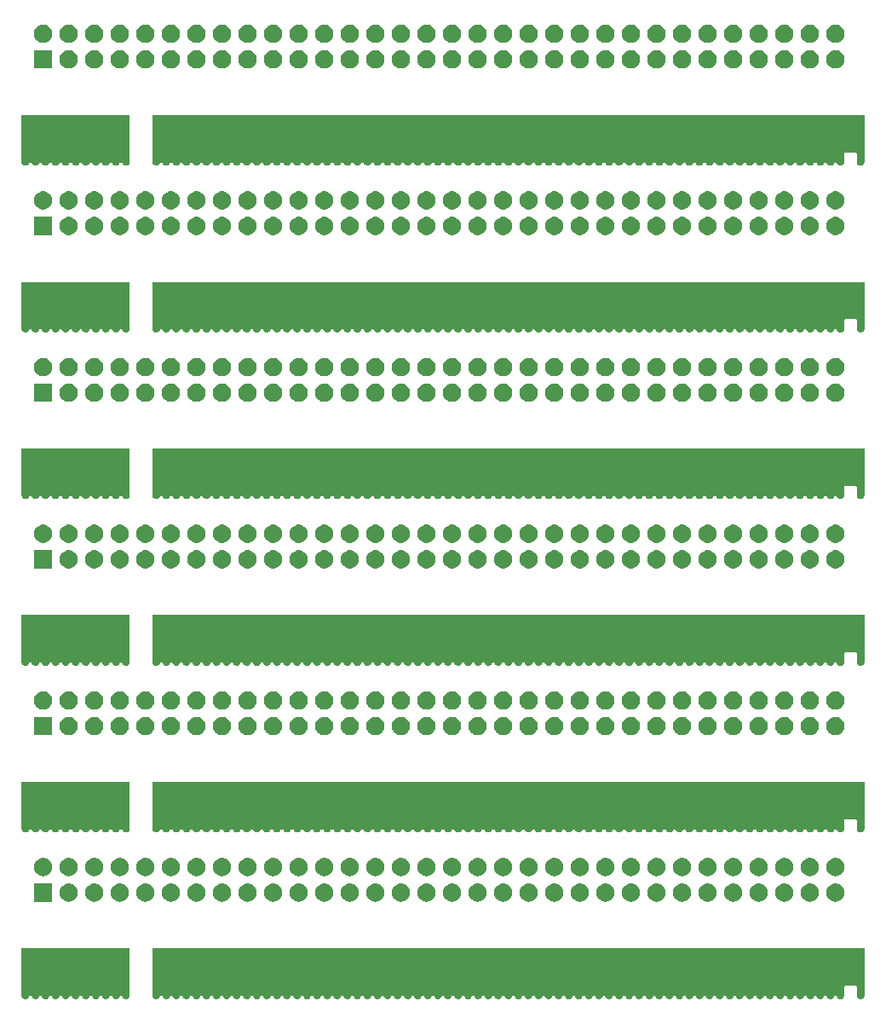
<source format=gts>
G04 #@! TF.GenerationSoftware,KiCad,Pcbnew,(5.1.5)-3*
G04 #@! TF.CreationDate,2019-12-27T07:11:16+09:00*
G04 #@! TF.ProjectId,PCIeAdapter_x6,50434965-4164-4617-9074-65725f78362e,rev?*
G04 #@! TF.SameCoordinates,Original*
G04 #@! TF.FileFunction,Soldermask,Top*
G04 #@! TF.FilePolarity,Negative*
%FSLAX46Y46*%
G04 Gerber Fmt 4.6, Leading zero omitted, Abs format (unit mm)*
G04 Created by KiCad (PCBNEW (5.1.5)-3) date 2019-12-27 07:11:16*
%MOMM*%
%LPD*%
G04 APERTURE LIST*
%ADD10C,0.100000*%
G04 APERTURE END LIST*
D10*
G36*
X193376000Y-147893689D02*
G01*
X193365443Y-147906553D01*
X193353893Y-147928161D01*
X193333207Y-147978103D01*
X193292058Y-148039686D01*
X193239686Y-148092058D01*
X193178103Y-148133207D01*
X193109675Y-148161550D01*
X193109674Y-148161550D01*
X193109672Y-148161551D01*
X193037034Y-148176000D01*
X192962966Y-148176000D01*
X192890328Y-148161551D01*
X192890326Y-148161550D01*
X192890325Y-148161550D01*
X192821897Y-148133207D01*
X192760314Y-148092058D01*
X192707942Y-148039686D01*
X192666793Y-147978103D01*
X192646107Y-147928161D01*
X192634557Y-147906553D01*
X192624000Y-147893690D01*
X192624000Y-146975999D01*
X192621598Y-146951613D01*
X192614485Y-146928164D01*
X192602934Y-146906553D01*
X192587389Y-146887611D01*
X192568447Y-146872066D01*
X192546836Y-146860515D01*
X192523387Y-146853402D01*
X192499001Y-146851000D01*
X191500999Y-146851000D01*
X191476613Y-146853402D01*
X191453164Y-146860515D01*
X191431553Y-146872066D01*
X191412611Y-146887611D01*
X191397066Y-146906553D01*
X191385515Y-146928164D01*
X191378402Y-146951613D01*
X191376000Y-146975999D01*
X191376000Y-147893689D01*
X191365443Y-147906553D01*
X191353893Y-147928161D01*
X191333207Y-147978103D01*
X191292058Y-148039686D01*
X191239686Y-148092058D01*
X191178103Y-148133207D01*
X191109675Y-148161550D01*
X191109674Y-148161550D01*
X191109672Y-148161551D01*
X191037034Y-148176000D01*
X190962966Y-148176000D01*
X190890328Y-148161551D01*
X190890326Y-148161550D01*
X190890325Y-148161550D01*
X190821897Y-148133207D01*
X190760314Y-148092058D01*
X190707942Y-148039686D01*
X190666793Y-147978103D01*
X190646107Y-147928161D01*
X190634557Y-147906553D01*
X190619011Y-147887611D01*
X190600069Y-147872066D01*
X190578459Y-147860515D01*
X190555010Y-147853402D01*
X190530624Y-147851000D01*
X190469376Y-147851000D01*
X190444990Y-147853402D01*
X190421541Y-147860515D01*
X190399930Y-147872066D01*
X190380988Y-147887611D01*
X190365443Y-147906553D01*
X190353893Y-147928161D01*
X190333207Y-147978103D01*
X190292058Y-148039686D01*
X190239686Y-148092058D01*
X190178103Y-148133207D01*
X190109675Y-148161550D01*
X190109674Y-148161550D01*
X190109672Y-148161551D01*
X190037034Y-148176000D01*
X189962966Y-148176000D01*
X189890328Y-148161551D01*
X189890326Y-148161550D01*
X189890325Y-148161550D01*
X189821897Y-148133207D01*
X189760314Y-148092058D01*
X189707942Y-148039686D01*
X189666793Y-147978103D01*
X189646107Y-147928161D01*
X189634557Y-147906553D01*
X189619011Y-147887611D01*
X189600069Y-147872066D01*
X189578459Y-147860515D01*
X189555010Y-147853402D01*
X189530624Y-147851000D01*
X189469376Y-147851000D01*
X189444990Y-147853402D01*
X189421541Y-147860515D01*
X189399930Y-147872066D01*
X189380988Y-147887611D01*
X189365443Y-147906553D01*
X189353893Y-147928161D01*
X189333207Y-147978103D01*
X189292058Y-148039686D01*
X189239686Y-148092058D01*
X189178103Y-148133207D01*
X189109675Y-148161550D01*
X189109674Y-148161550D01*
X189109672Y-148161551D01*
X189037034Y-148176000D01*
X188962966Y-148176000D01*
X188890328Y-148161551D01*
X188890326Y-148161550D01*
X188890325Y-148161550D01*
X188821897Y-148133207D01*
X188760314Y-148092058D01*
X188707942Y-148039686D01*
X188666793Y-147978103D01*
X188646107Y-147928161D01*
X188634557Y-147906553D01*
X188619011Y-147887611D01*
X188600069Y-147872066D01*
X188578459Y-147860515D01*
X188555010Y-147853402D01*
X188530624Y-147851000D01*
X188469376Y-147851000D01*
X188444990Y-147853402D01*
X188421541Y-147860515D01*
X188399930Y-147872066D01*
X188380988Y-147887611D01*
X188365443Y-147906553D01*
X188353893Y-147928161D01*
X188333207Y-147978103D01*
X188292058Y-148039686D01*
X188239686Y-148092058D01*
X188178103Y-148133207D01*
X188109675Y-148161550D01*
X188109674Y-148161550D01*
X188109672Y-148161551D01*
X188037034Y-148176000D01*
X187962966Y-148176000D01*
X187890328Y-148161551D01*
X187890326Y-148161550D01*
X187890325Y-148161550D01*
X187821897Y-148133207D01*
X187760314Y-148092058D01*
X187707942Y-148039686D01*
X187666793Y-147978103D01*
X187646107Y-147928161D01*
X187634557Y-147906553D01*
X187619011Y-147887611D01*
X187600069Y-147872066D01*
X187578459Y-147860515D01*
X187555010Y-147853402D01*
X187530624Y-147851000D01*
X187469376Y-147851000D01*
X187444990Y-147853402D01*
X187421541Y-147860515D01*
X187399930Y-147872066D01*
X187380988Y-147887611D01*
X187365443Y-147906553D01*
X187353893Y-147928161D01*
X187333207Y-147978103D01*
X187292058Y-148039686D01*
X187239686Y-148092058D01*
X187178103Y-148133207D01*
X187109675Y-148161550D01*
X187109674Y-148161550D01*
X187109672Y-148161551D01*
X187037034Y-148176000D01*
X186962966Y-148176000D01*
X186890328Y-148161551D01*
X186890326Y-148161550D01*
X186890325Y-148161550D01*
X186821897Y-148133207D01*
X186760314Y-148092058D01*
X186707942Y-148039686D01*
X186666793Y-147978103D01*
X186646107Y-147928161D01*
X186634557Y-147906553D01*
X186619011Y-147887611D01*
X186600069Y-147872066D01*
X186578459Y-147860515D01*
X186555010Y-147853402D01*
X186530624Y-147851000D01*
X186469376Y-147851000D01*
X186444990Y-147853402D01*
X186421541Y-147860515D01*
X186399930Y-147872066D01*
X186380988Y-147887611D01*
X186365443Y-147906553D01*
X186353893Y-147928161D01*
X186333207Y-147978103D01*
X186292058Y-148039686D01*
X186239686Y-148092058D01*
X186178103Y-148133207D01*
X186109675Y-148161550D01*
X186109674Y-148161550D01*
X186109672Y-148161551D01*
X186037034Y-148176000D01*
X185962966Y-148176000D01*
X185890328Y-148161551D01*
X185890326Y-148161550D01*
X185890325Y-148161550D01*
X185821897Y-148133207D01*
X185760314Y-148092058D01*
X185707942Y-148039686D01*
X185666793Y-147978103D01*
X185646107Y-147928161D01*
X185634557Y-147906553D01*
X185619011Y-147887611D01*
X185600069Y-147872066D01*
X185578459Y-147860515D01*
X185555010Y-147853402D01*
X185530624Y-147851000D01*
X185469376Y-147851000D01*
X185444990Y-147853402D01*
X185421541Y-147860515D01*
X185399930Y-147872066D01*
X185380988Y-147887611D01*
X185365443Y-147906553D01*
X185353893Y-147928161D01*
X185333207Y-147978103D01*
X185292058Y-148039686D01*
X185239686Y-148092058D01*
X185178103Y-148133207D01*
X185109675Y-148161550D01*
X185109674Y-148161550D01*
X185109672Y-148161551D01*
X185037034Y-148176000D01*
X184962966Y-148176000D01*
X184890328Y-148161551D01*
X184890326Y-148161550D01*
X184890325Y-148161550D01*
X184821897Y-148133207D01*
X184760314Y-148092058D01*
X184707942Y-148039686D01*
X184666793Y-147978103D01*
X184646107Y-147928161D01*
X184634557Y-147906553D01*
X184619011Y-147887611D01*
X184600069Y-147872066D01*
X184578459Y-147860515D01*
X184555010Y-147853402D01*
X184530624Y-147851000D01*
X184469376Y-147851000D01*
X184444990Y-147853402D01*
X184421541Y-147860515D01*
X184399930Y-147872066D01*
X184380988Y-147887611D01*
X184365443Y-147906553D01*
X184353893Y-147928161D01*
X184333207Y-147978103D01*
X184292058Y-148039686D01*
X184239686Y-148092058D01*
X184178103Y-148133207D01*
X184109675Y-148161550D01*
X184109674Y-148161550D01*
X184109672Y-148161551D01*
X184037034Y-148176000D01*
X183962966Y-148176000D01*
X183890328Y-148161551D01*
X183890326Y-148161550D01*
X183890325Y-148161550D01*
X183821897Y-148133207D01*
X183760314Y-148092058D01*
X183707942Y-148039686D01*
X183666793Y-147978103D01*
X183646107Y-147928161D01*
X183634557Y-147906553D01*
X183619011Y-147887611D01*
X183600069Y-147872066D01*
X183578459Y-147860515D01*
X183555010Y-147853402D01*
X183530624Y-147851000D01*
X183469376Y-147851000D01*
X183444990Y-147853402D01*
X183421541Y-147860515D01*
X183399930Y-147872066D01*
X183380988Y-147887611D01*
X183365443Y-147906553D01*
X183353893Y-147928161D01*
X183333207Y-147978103D01*
X183292058Y-148039686D01*
X183239686Y-148092058D01*
X183178103Y-148133207D01*
X183109675Y-148161550D01*
X183109674Y-148161550D01*
X183109672Y-148161551D01*
X183037034Y-148176000D01*
X182962966Y-148176000D01*
X182890328Y-148161551D01*
X182890326Y-148161550D01*
X182890325Y-148161550D01*
X182821897Y-148133207D01*
X182760314Y-148092058D01*
X182707942Y-148039686D01*
X182666793Y-147978103D01*
X182646107Y-147928161D01*
X182634557Y-147906553D01*
X182619011Y-147887611D01*
X182600069Y-147872066D01*
X182578459Y-147860515D01*
X182555010Y-147853402D01*
X182530624Y-147851000D01*
X182469376Y-147851000D01*
X182444990Y-147853402D01*
X182421541Y-147860515D01*
X182399930Y-147872066D01*
X182380988Y-147887611D01*
X182365443Y-147906553D01*
X182353893Y-147928161D01*
X182333207Y-147978103D01*
X182292058Y-148039686D01*
X182239686Y-148092058D01*
X182178103Y-148133207D01*
X182109675Y-148161550D01*
X182109674Y-148161550D01*
X182109672Y-148161551D01*
X182037034Y-148176000D01*
X181962966Y-148176000D01*
X181890328Y-148161551D01*
X181890326Y-148161550D01*
X181890325Y-148161550D01*
X181821897Y-148133207D01*
X181760314Y-148092058D01*
X181707942Y-148039686D01*
X181666793Y-147978103D01*
X181646107Y-147928161D01*
X181634557Y-147906553D01*
X181619011Y-147887611D01*
X181600069Y-147872066D01*
X181578459Y-147860515D01*
X181555010Y-147853402D01*
X181530624Y-147851000D01*
X181469376Y-147851000D01*
X181444990Y-147853402D01*
X181421541Y-147860515D01*
X181399930Y-147872066D01*
X181380988Y-147887611D01*
X181365443Y-147906553D01*
X181353893Y-147928161D01*
X181333207Y-147978103D01*
X181292058Y-148039686D01*
X181239686Y-148092058D01*
X181178103Y-148133207D01*
X181109675Y-148161550D01*
X181109674Y-148161550D01*
X181109672Y-148161551D01*
X181037034Y-148176000D01*
X180962966Y-148176000D01*
X180890328Y-148161551D01*
X180890326Y-148161550D01*
X180890325Y-148161550D01*
X180821897Y-148133207D01*
X180760314Y-148092058D01*
X180707942Y-148039686D01*
X180666793Y-147978103D01*
X180646107Y-147928161D01*
X180634557Y-147906553D01*
X180619011Y-147887611D01*
X180600069Y-147872066D01*
X180578459Y-147860515D01*
X180555010Y-147853402D01*
X180530624Y-147851000D01*
X180469376Y-147851000D01*
X180444990Y-147853402D01*
X180421541Y-147860515D01*
X180399930Y-147872066D01*
X180380988Y-147887611D01*
X180365443Y-147906553D01*
X180353893Y-147928161D01*
X180333207Y-147978103D01*
X180292058Y-148039686D01*
X180239686Y-148092058D01*
X180178103Y-148133207D01*
X180109675Y-148161550D01*
X180109674Y-148161550D01*
X180109672Y-148161551D01*
X180037034Y-148176000D01*
X179962966Y-148176000D01*
X179890328Y-148161551D01*
X179890326Y-148161550D01*
X179890325Y-148161550D01*
X179821897Y-148133207D01*
X179760314Y-148092058D01*
X179707942Y-148039686D01*
X179666793Y-147978103D01*
X179646107Y-147928161D01*
X179634557Y-147906553D01*
X179619011Y-147887611D01*
X179600069Y-147872066D01*
X179578459Y-147860515D01*
X179555010Y-147853402D01*
X179530624Y-147851000D01*
X179469376Y-147851000D01*
X179444990Y-147853402D01*
X179421541Y-147860515D01*
X179399930Y-147872066D01*
X179380988Y-147887611D01*
X179365443Y-147906553D01*
X179353893Y-147928161D01*
X179333207Y-147978103D01*
X179292058Y-148039686D01*
X179239686Y-148092058D01*
X179178103Y-148133207D01*
X179109675Y-148161550D01*
X179109674Y-148161550D01*
X179109672Y-148161551D01*
X179037034Y-148176000D01*
X178962966Y-148176000D01*
X178890328Y-148161551D01*
X178890326Y-148161550D01*
X178890325Y-148161550D01*
X178821897Y-148133207D01*
X178760314Y-148092058D01*
X178707942Y-148039686D01*
X178666793Y-147978103D01*
X178646107Y-147928161D01*
X178634557Y-147906553D01*
X178619011Y-147887611D01*
X178600069Y-147872066D01*
X178578459Y-147860515D01*
X178555010Y-147853402D01*
X178530624Y-147851000D01*
X178469376Y-147851000D01*
X178444990Y-147853402D01*
X178421541Y-147860515D01*
X178399930Y-147872066D01*
X178380988Y-147887611D01*
X178365443Y-147906553D01*
X178353893Y-147928161D01*
X178333207Y-147978103D01*
X178292058Y-148039686D01*
X178239686Y-148092058D01*
X178178103Y-148133207D01*
X178109675Y-148161550D01*
X178109674Y-148161550D01*
X178109672Y-148161551D01*
X178037034Y-148176000D01*
X177962966Y-148176000D01*
X177890328Y-148161551D01*
X177890326Y-148161550D01*
X177890325Y-148161550D01*
X177821897Y-148133207D01*
X177760314Y-148092058D01*
X177707942Y-148039686D01*
X177666793Y-147978103D01*
X177646107Y-147928161D01*
X177634557Y-147906553D01*
X177619011Y-147887611D01*
X177600069Y-147872066D01*
X177578459Y-147860515D01*
X177555010Y-147853402D01*
X177530624Y-147851000D01*
X177469376Y-147851000D01*
X177444990Y-147853402D01*
X177421541Y-147860515D01*
X177399930Y-147872066D01*
X177380988Y-147887611D01*
X177365443Y-147906553D01*
X177353893Y-147928161D01*
X177333207Y-147978103D01*
X177292058Y-148039686D01*
X177239686Y-148092058D01*
X177178103Y-148133207D01*
X177109675Y-148161550D01*
X177109674Y-148161550D01*
X177109672Y-148161551D01*
X177037034Y-148176000D01*
X176962966Y-148176000D01*
X176890328Y-148161551D01*
X176890326Y-148161550D01*
X176890325Y-148161550D01*
X176821897Y-148133207D01*
X176760314Y-148092058D01*
X176707942Y-148039686D01*
X176666793Y-147978103D01*
X176646107Y-147928161D01*
X176634557Y-147906553D01*
X176619011Y-147887611D01*
X176600069Y-147872066D01*
X176578459Y-147860515D01*
X176555010Y-147853402D01*
X176530624Y-147851000D01*
X176469376Y-147851000D01*
X176444990Y-147853402D01*
X176421541Y-147860515D01*
X176399930Y-147872066D01*
X176380988Y-147887611D01*
X176365443Y-147906553D01*
X176353893Y-147928161D01*
X176333207Y-147978103D01*
X176292058Y-148039686D01*
X176239686Y-148092058D01*
X176178103Y-148133207D01*
X176109675Y-148161550D01*
X176109674Y-148161550D01*
X176109672Y-148161551D01*
X176037034Y-148176000D01*
X175962966Y-148176000D01*
X175890328Y-148161551D01*
X175890326Y-148161550D01*
X175890325Y-148161550D01*
X175821897Y-148133207D01*
X175760314Y-148092058D01*
X175707942Y-148039686D01*
X175666793Y-147978103D01*
X175646107Y-147928161D01*
X175634557Y-147906553D01*
X175619011Y-147887611D01*
X175600069Y-147872066D01*
X175578459Y-147860515D01*
X175555010Y-147853402D01*
X175530624Y-147851000D01*
X175469376Y-147851000D01*
X175444990Y-147853402D01*
X175421541Y-147860515D01*
X175399930Y-147872066D01*
X175380988Y-147887611D01*
X175365443Y-147906553D01*
X175353893Y-147928161D01*
X175333207Y-147978103D01*
X175292058Y-148039686D01*
X175239686Y-148092058D01*
X175178103Y-148133207D01*
X175109675Y-148161550D01*
X175109674Y-148161550D01*
X175109672Y-148161551D01*
X175037034Y-148176000D01*
X174962966Y-148176000D01*
X174890328Y-148161551D01*
X174890326Y-148161550D01*
X174890325Y-148161550D01*
X174821897Y-148133207D01*
X174760314Y-148092058D01*
X174707942Y-148039686D01*
X174666793Y-147978103D01*
X174646107Y-147928161D01*
X174634557Y-147906553D01*
X174619011Y-147887611D01*
X174600069Y-147872066D01*
X174578459Y-147860515D01*
X174555010Y-147853402D01*
X174530624Y-147851000D01*
X174469376Y-147851000D01*
X174444990Y-147853402D01*
X174421541Y-147860515D01*
X174399930Y-147872066D01*
X174380988Y-147887611D01*
X174365443Y-147906553D01*
X174353893Y-147928161D01*
X174333207Y-147978103D01*
X174292058Y-148039686D01*
X174239686Y-148092058D01*
X174178103Y-148133207D01*
X174109675Y-148161550D01*
X174109674Y-148161550D01*
X174109672Y-148161551D01*
X174037034Y-148176000D01*
X173962966Y-148176000D01*
X173890328Y-148161551D01*
X173890326Y-148161550D01*
X173890325Y-148161550D01*
X173821897Y-148133207D01*
X173760314Y-148092058D01*
X173707942Y-148039686D01*
X173666793Y-147978103D01*
X173646107Y-147928161D01*
X173634557Y-147906553D01*
X173619011Y-147887611D01*
X173600069Y-147872066D01*
X173578459Y-147860515D01*
X173555010Y-147853402D01*
X173530624Y-147851000D01*
X173469376Y-147851000D01*
X173444990Y-147853402D01*
X173421541Y-147860515D01*
X173399930Y-147872066D01*
X173380988Y-147887611D01*
X173365443Y-147906553D01*
X173353893Y-147928161D01*
X173333207Y-147978103D01*
X173292058Y-148039686D01*
X173239686Y-148092058D01*
X173178103Y-148133207D01*
X173109675Y-148161550D01*
X173109674Y-148161550D01*
X173109672Y-148161551D01*
X173037034Y-148176000D01*
X172962966Y-148176000D01*
X172890328Y-148161551D01*
X172890326Y-148161550D01*
X172890325Y-148161550D01*
X172821897Y-148133207D01*
X172760314Y-148092058D01*
X172707942Y-148039686D01*
X172666793Y-147978103D01*
X172646107Y-147928161D01*
X172634557Y-147906553D01*
X172619011Y-147887611D01*
X172600069Y-147872066D01*
X172578459Y-147860515D01*
X172555010Y-147853402D01*
X172530624Y-147851000D01*
X172469376Y-147851000D01*
X172444990Y-147853402D01*
X172421541Y-147860515D01*
X172399930Y-147872066D01*
X172380988Y-147887611D01*
X172365443Y-147906553D01*
X172353893Y-147928161D01*
X172333207Y-147978103D01*
X172292058Y-148039686D01*
X172239686Y-148092058D01*
X172178103Y-148133207D01*
X172109675Y-148161550D01*
X172109674Y-148161550D01*
X172109672Y-148161551D01*
X172037034Y-148176000D01*
X171962966Y-148176000D01*
X171890328Y-148161551D01*
X171890326Y-148161550D01*
X171890325Y-148161550D01*
X171821897Y-148133207D01*
X171760314Y-148092058D01*
X171707942Y-148039686D01*
X171666793Y-147978103D01*
X171646107Y-147928161D01*
X171634557Y-147906553D01*
X171619011Y-147887611D01*
X171600069Y-147872066D01*
X171578459Y-147860515D01*
X171555010Y-147853402D01*
X171530624Y-147851000D01*
X171469376Y-147851000D01*
X171444990Y-147853402D01*
X171421541Y-147860515D01*
X171399930Y-147872066D01*
X171380988Y-147887611D01*
X171365443Y-147906553D01*
X171353893Y-147928161D01*
X171333207Y-147978103D01*
X171292058Y-148039686D01*
X171239686Y-148092058D01*
X171178103Y-148133207D01*
X171109675Y-148161550D01*
X171109674Y-148161550D01*
X171109672Y-148161551D01*
X171037034Y-148176000D01*
X170962966Y-148176000D01*
X170890328Y-148161551D01*
X170890326Y-148161550D01*
X170890325Y-148161550D01*
X170821897Y-148133207D01*
X170760314Y-148092058D01*
X170707942Y-148039686D01*
X170666793Y-147978103D01*
X170646107Y-147928161D01*
X170634557Y-147906553D01*
X170619011Y-147887611D01*
X170600069Y-147872066D01*
X170578459Y-147860515D01*
X170555010Y-147853402D01*
X170530624Y-147851000D01*
X170469376Y-147851000D01*
X170444990Y-147853402D01*
X170421541Y-147860515D01*
X170399930Y-147872066D01*
X170380988Y-147887611D01*
X170365443Y-147906553D01*
X170353893Y-147928161D01*
X170333207Y-147978103D01*
X170292058Y-148039686D01*
X170239686Y-148092058D01*
X170178103Y-148133207D01*
X170109675Y-148161550D01*
X170109674Y-148161550D01*
X170109672Y-148161551D01*
X170037034Y-148176000D01*
X169962966Y-148176000D01*
X169890328Y-148161551D01*
X169890326Y-148161550D01*
X169890325Y-148161550D01*
X169821897Y-148133207D01*
X169760314Y-148092058D01*
X169707942Y-148039686D01*
X169666793Y-147978103D01*
X169646107Y-147928161D01*
X169634557Y-147906553D01*
X169619011Y-147887611D01*
X169600069Y-147872066D01*
X169578459Y-147860515D01*
X169555010Y-147853402D01*
X169530624Y-147851000D01*
X169469376Y-147851000D01*
X169444990Y-147853402D01*
X169421541Y-147860515D01*
X169399930Y-147872066D01*
X169380988Y-147887611D01*
X169365443Y-147906553D01*
X169353893Y-147928161D01*
X169333207Y-147978103D01*
X169292058Y-148039686D01*
X169239686Y-148092058D01*
X169178103Y-148133207D01*
X169109675Y-148161550D01*
X169109674Y-148161550D01*
X169109672Y-148161551D01*
X169037034Y-148176000D01*
X168962966Y-148176000D01*
X168890328Y-148161551D01*
X168890326Y-148161550D01*
X168890325Y-148161550D01*
X168821897Y-148133207D01*
X168760314Y-148092058D01*
X168707942Y-148039686D01*
X168666793Y-147978103D01*
X168646107Y-147928161D01*
X168634557Y-147906553D01*
X168619011Y-147887611D01*
X168600069Y-147872066D01*
X168578459Y-147860515D01*
X168555010Y-147853402D01*
X168530624Y-147851000D01*
X168469376Y-147851000D01*
X168444990Y-147853402D01*
X168421541Y-147860515D01*
X168399930Y-147872066D01*
X168380988Y-147887611D01*
X168365443Y-147906553D01*
X168353893Y-147928161D01*
X168333207Y-147978103D01*
X168292058Y-148039686D01*
X168239686Y-148092058D01*
X168178103Y-148133207D01*
X168109675Y-148161550D01*
X168109674Y-148161550D01*
X168109672Y-148161551D01*
X168037034Y-148176000D01*
X167962966Y-148176000D01*
X167890328Y-148161551D01*
X167890326Y-148161550D01*
X167890325Y-148161550D01*
X167821897Y-148133207D01*
X167760314Y-148092058D01*
X167707942Y-148039686D01*
X167666793Y-147978103D01*
X167646107Y-147928161D01*
X167634557Y-147906553D01*
X167619011Y-147887611D01*
X167600069Y-147872066D01*
X167578459Y-147860515D01*
X167555010Y-147853402D01*
X167530624Y-147851000D01*
X167469376Y-147851000D01*
X167444990Y-147853402D01*
X167421541Y-147860515D01*
X167399930Y-147872066D01*
X167380988Y-147887611D01*
X167365443Y-147906553D01*
X167353893Y-147928161D01*
X167333207Y-147978103D01*
X167292058Y-148039686D01*
X167239686Y-148092058D01*
X167178103Y-148133207D01*
X167109675Y-148161550D01*
X167109674Y-148161550D01*
X167109672Y-148161551D01*
X167037034Y-148176000D01*
X166962966Y-148176000D01*
X166890328Y-148161551D01*
X166890326Y-148161550D01*
X166890325Y-148161550D01*
X166821897Y-148133207D01*
X166760314Y-148092058D01*
X166707942Y-148039686D01*
X166666793Y-147978103D01*
X166646107Y-147928161D01*
X166634557Y-147906553D01*
X166619011Y-147887611D01*
X166600069Y-147872066D01*
X166578459Y-147860515D01*
X166555010Y-147853402D01*
X166530624Y-147851000D01*
X166469376Y-147851000D01*
X166444990Y-147853402D01*
X166421541Y-147860515D01*
X166399930Y-147872066D01*
X166380988Y-147887611D01*
X166365443Y-147906553D01*
X166353893Y-147928161D01*
X166333207Y-147978103D01*
X166292058Y-148039686D01*
X166239686Y-148092058D01*
X166178103Y-148133207D01*
X166109675Y-148161550D01*
X166109674Y-148161550D01*
X166109672Y-148161551D01*
X166037034Y-148176000D01*
X165962966Y-148176000D01*
X165890328Y-148161551D01*
X165890326Y-148161550D01*
X165890325Y-148161550D01*
X165821897Y-148133207D01*
X165760314Y-148092058D01*
X165707942Y-148039686D01*
X165666793Y-147978103D01*
X165646107Y-147928161D01*
X165634557Y-147906553D01*
X165619011Y-147887611D01*
X165600069Y-147872066D01*
X165578459Y-147860515D01*
X165555010Y-147853402D01*
X165530624Y-147851000D01*
X165469376Y-147851000D01*
X165444990Y-147853402D01*
X165421541Y-147860515D01*
X165399930Y-147872066D01*
X165380988Y-147887611D01*
X165365443Y-147906553D01*
X165353893Y-147928161D01*
X165333207Y-147978103D01*
X165292058Y-148039686D01*
X165239686Y-148092058D01*
X165178103Y-148133207D01*
X165109675Y-148161550D01*
X165109674Y-148161550D01*
X165109672Y-148161551D01*
X165037034Y-148176000D01*
X164962966Y-148176000D01*
X164890328Y-148161551D01*
X164890326Y-148161550D01*
X164890325Y-148161550D01*
X164821897Y-148133207D01*
X164760314Y-148092058D01*
X164707942Y-148039686D01*
X164666793Y-147978103D01*
X164646107Y-147928161D01*
X164634557Y-147906553D01*
X164619011Y-147887611D01*
X164600069Y-147872066D01*
X164578459Y-147860515D01*
X164555010Y-147853402D01*
X164530624Y-147851000D01*
X164469376Y-147851000D01*
X164444990Y-147853402D01*
X164421541Y-147860515D01*
X164399930Y-147872066D01*
X164380988Y-147887611D01*
X164365443Y-147906553D01*
X164353893Y-147928161D01*
X164333207Y-147978103D01*
X164292058Y-148039686D01*
X164239686Y-148092058D01*
X164178103Y-148133207D01*
X164109675Y-148161550D01*
X164109674Y-148161550D01*
X164109672Y-148161551D01*
X164037034Y-148176000D01*
X163962966Y-148176000D01*
X163890328Y-148161551D01*
X163890326Y-148161550D01*
X163890325Y-148161550D01*
X163821897Y-148133207D01*
X163760314Y-148092058D01*
X163707942Y-148039686D01*
X163666793Y-147978103D01*
X163646107Y-147928161D01*
X163634557Y-147906553D01*
X163619011Y-147887611D01*
X163600069Y-147872066D01*
X163578459Y-147860515D01*
X163555010Y-147853402D01*
X163530624Y-147851000D01*
X163469376Y-147851000D01*
X163444990Y-147853402D01*
X163421541Y-147860515D01*
X163399930Y-147872066D01*
X163380988Y-147887611D01*
X163365443Y-147906553D01*
X163353893Y-147928161D01*
X163333207Y-147978103D01*
X163292058Y-148039686D01*
X163239686Y-148092058D01*
X163178103Y-148133207D01*
X163109675Y-148161550D01*
X163109674Y-148161550D01*
X163109672Y-148161551D01*
X163037034Y-148176000D01*
X162962966Y-148176000D01*
X162890328Y-148161551D01*
X162890326Y-148161550D01*
X162890325Y-148161550D01*
X162821897Y-148133207D01*
X162760314Y-148092058D01*
X162707942Y-148039686D01*
X162666793Y-147978103D01*
X162646107Y-147928161D01*
X162634557Y-147906553D01*
X162619011Y-147887611D01*
X162600069Y-147872066D01*
X162578459Y-147860515D01*
X162555010Y-147853402D01*
X162530624Y-147851000D01*
X162469376Y-147851000D01*
X162444990Y-147853402D01*
X162421541Y-147860515D01*
X162399930Y-147872066D01*
X162380988Y-147887611D01*
X162365443Y-147906553D01*
X162353893Y-147928161D01*
X162333207Y-147978103D01*
X162292058Y-148039686D01*
X162239686Y-148092058D01*
X162178103Y-148133207D01*
X162109675Y-148161550D01*
X162109674Y-148161550D01*
X162109672Y-148161551D01*
X162037034Y-148176000D01*
X161962966Y-148176000D01*
X161890328Y-148161551D01*
X161890326Y-148161550D01*
X161890325Y-148161550D01*
X161821897Y-148133207D01*
X161760314Y-148092058D01*
X161707942Y-148039686D01*
X161666793Y-147978103D01*
X161646107Y-147928161D01*
X161634557Y-147906553D01*
X161619011Y-147887611D01*
X161600069Y-147872066D01*
X161578459Y-147860515D01*
X161555010Y-147853402D01*
X161530624Y-147851000D01*
X161469376Y-147851000D01*
X161444990Y-147853402D01*
X161421541Y-147860515D01*
X161399930Y-147872066D01*
X161380988Y-147887611D01*
X161365443Y-147906553D01*
X161353893Y-147928161D01*
X161333207Y-147978103D01*
X161292058Y-148039686D01*
X161239686Y-148092058D01*
X161178103Y-148133207D01*
X161109675Y-148161550D01*
X161109674Y-148161550D01*
X161109672Y-148161551D01*
X161037034Y-148176000D01*
X160962966Y-148176000D01*
X160890328Y-148161551D01*
X160890326Y-148161550D01*
X160890325Y-148161550D01*
X160821897Y-148133207D01*
X160760314Y-148092058D01*
X160707942Y-148039686D01*
X160666793Y-147978103D01*
X160646107Y-147928161D01*
X160634557Y-147906553D01*
X160619011Y-147887611D01*
X160600069Y-147872066D01*
X160578459Y-147860515D01*
X160555010Y-147853402D01*
X160530624Y-147851000D01*
X160469376Y-147851000D01*
X160444990Y-147853402D01*
X160421541Y-147860515D01*
X160399930Y-147872066D01*
X160380988Y-147887611D01*
X160365443Y-147906553D01*
X160353893Y-147928161D01*
X160333207Y-147978103D01*
X160292058Y-148039686D01*
X160239686Y-148092058D01*
X160178103Y-148133207D01*
X160109675Y-148161550D01*
X160109674Y-148161550D01*
X160109672Y-148161551D01*
X160037034Y-148176000D01*
X159962966Y-148176000D01*
X159890328Y-148161551D01*
X159890326Y-148161550D01*
X159890325Y-148161550D01*
X159821897Y-148133207D01*
X159760314Y-148092058D01*
X159707942Y-148039686D01*
X159666793Y-147978103D01*
X159646107Y-147928161D01*
X159634557Y-147906553D01*
X159619011Y-147887611D01*
X159600069Y-147872066D01*
X159578459Y-147860515D01*
X159555010Y-147853402D01*
X159530624Y-147851000D01*
X159469376Y-147851000D01*
X159444990Y-147853402D01*
X159421541Y-147860515D01*
X159399930Y-147872066D01*
X159380988Y-147887611D01*
X159365443Y-147906553D01*
X159353893Y-147928161D01*
X159333207Y-147978103D01*
X159292058Y-148039686D01*
X159239686Y-148092058D01*
X159178103Y-148133207D01*
X159109675Y-148161550D01*
X159109674Y-148161550D01*
X159109672Y-148161551D01*
X159037034Y-148176000D01*
X158962966Y-148176000D01*
X158890328Y-148161551D01*
X158890326Y-148161550D01*
X158890325Y-148161550D01*
X158821897Y-148133207D01*
X158760314Y-148092058D01*
X158707942Y-148039686D01*
X158666793Y-147978103D01*
X158646107Y-147928161D01*
X158634557Y-147906553D01*
X158619011Y-147887611D01*
X158600069Y-147872066D01*
X158578459Y-147860515D01*
X158555010Y-147853402D01*
X158530624Y-147851000D01*
X158469376Y-147851000D01*
X158444990Y-147853402D01*
X158421541Y-147860515D01*
X158399930Y-147872066D01*
X158380988Y-147887611D01*
X158365443Y-147906553D01*
X158353893Y-147928161D01*
X158333207Y-147978103D01*
X158292058Y-148039686D01*
X158239686Y-148092058D01*
X158178103Y-148133207D01*
X158109675Y-148161550D01*
X158109674Y-148161550D01*
X158109672Y-148161551D01*
X158037034Y-148176000D01*
X157962966Y-148176000D01*
X157890328Y-148161551D01*
X157890326Y-148161550D01*
X157890325Y-148161550D01*
X157821897Y-148133207D01*
X157760314Y-148092058D01*
X157707942Y-148039686D01*
X157666793Y-147978103D01*
X157646107Y-147928161D01*
X157634557Y-147906553D01*
X157619011Y-147887611D01*
X157600069Y-147872066D01*
X157578459Y-147860515D01*
X157555010Y-147853402D01*
X157530624Y-147851000D01*
X157469376Y-147851000D01*
X157444990Y-147853402D01*
X157421541Y-147860515D01*
X157399930Y-147872066D01*
X157380988Y-147887611D01*
X157365443Y-147906553D01*
X157353893Y-147928161D01*
X157333207Y-147978103D01*
X157292058Y-148039686D01*
X157239686Y-148092058D01*
X157178103Y-148133207D01*
X157109675Y-148161550D01*
X157109674Y-148161550D01*
X157109672Y-148161551D01*
X157037034Y-148176000D01*
X156962966Y-148176000D01*
X156890328Y-148161551D01*
X156890326Y-148161550D01*
X156890325Y-148161550D01*
X156821897Y-148133207D01*
X156760314Y-148092058D01*
X156707942Y-148039686D01*
X156666793Y-147978103D01*
X156646107Y-147928161D01*
X156634557Y-147906553D01*
X156619011Y-147887611D01*
X156600069Y-147872066D01*
X156578459Y-147860515D01*
X156555010Y-147853402D01*
X156530624Y-147851000D01*
X156469376Y-147851000D01*
X156444990Y-147853402D01*
X156421541Y-147860515D01*
X156399930Y-147872066D01*
X156380988Y-147887611D01*
X156365443Y-147906553D01*
X156353893Y-147928161D01*
X156333207Y-147978103D01*
X156292058Y-148039686D01*
X156239686Y-148092058D01*
X156178103Y-148133207D01*
X156109675Y-148161550D01*
X156109674Y-148161550D01*
X156109672Y-148161551D01*
X156037034Y-148176000D01*
X155962966Y-148176000D01*
X155890328Y-148161551D01*
X155890326Y-148161550D01*
X155890325Y-148161550D01*
X155821897Y-148133207D01*
X155760314Y-148092058D01*
X155707942Y-148039686D01*
X155666793Y-147978103D01*
X155646107Y-147928161D01*
X155634557Y-147906553D01*
X155619011Y-147887611D01*
X155600069Y-147872066D01*
X155578459Y-147860515D01*
X155555010Y-147853402D01*
X155530624Y-147851000D01*
X155469376Y-147851000D01*
X155444990Y-147853402D01*
X155421541Y-147860515D01*
X155399930Y-147872066D01*
X155380988Y-147887611D01*
X155365443Y-147906553D01*
X155353893Y-147928161D01*
X155333207Y-147978103D01*
X155292058Y-148039686D01*
X155239686Y-148092058D01*
X155178103Y-148133207D01*
X155109675Y-148161550D01*
X155109674Y-148161550D01*
X155109672Y-148161551D01*
X155037034Y-148176000D01*
X154962966Y-148176000D01*
X154890328Y-148161551D01*
X154890326Y-148161550D01*
X154890325Y-148161550D01*
X154821897Y-148133207D01*
X154760314Y-148092058D01*
X154707942Y-148039686D01*
X154666793Y-147978103D01*
X154646107Y-147928161D01*
X154634557Y-147906553D01*
X154619011Y-147887611D01*
X154600069Y-147872066D01*
X154578459Y-147860515D01*
X154555010Y-147853402D01*
X154530624Y-147851000D01*
X154469376Y-147851000D01*
X154444990Y-147853402D01*
X154421541Y-147860515D01*
X154399930Y-147872066D01*
X154380988Y-147887611D01*
X154365443Y-147906553D01*
X154353893Y-147928161D01*
X154333207Y-147978103D01*
X154292058Y-148039686D01*
X154239686Y-148092058D01*
X154178103Y-148133207D01*
X154109675Y-148161550D01*
X154109674Y-148161550D01*
X154109672Y-148161551D01*
X154037034Y-148176000D01*
X153962966Y-148176000D01*
X153890328Y-148161551D01*
X153890326Y-148161550D01*
X153890325Y-148161550D01*
X153821897Y-148133207D01*
X153760314Y-148092058D01*
X153707942Y-148039686D01*
X153666793Y-147978103D01*
X153646107Y-147928161D01*
X153634557Y-147906553D01*
X153619011Y-147887611D01*
X153600069Y-147872066D01*
X153578459Y-147860515D01*
X153555010Y-147853402D01*
X153530624Y-147851000D01*
X153469376Y-147851000D01*
X153444990Y-147853402D01*
X153421541Y-147860515D01*
X153399930Y-147872066D01*
X153380988Y-147887611D01*
X153365443Y-147906553D01*
X153353893Y-147928161D01*
X153333207Y-147978103D01*
X153292058Y-148039686D01*
X153239686Y-148092058D01*
X153178103Y-148133207D01*
X153109675Y-148161550D01*
X153109674Y-148161550D01*
X153109672Y-148161551D01*
X153037034Y-148176000D01*
X152962966Y-148176000D01*
X152890328Y-148161551D01*
X152890326Y-148161550D01*
X152890325Y-148161550D01*
X152821897Y-148133207D01*
X152760314Y-148092058D01*
X152707942Y-148039686D01*
X152666793Y-147978103D01*
X152646107Y-147928161D01*
X152634557Y-147906553D01*
X152619011Y-147887611D01*
X152600069Y-147872066D01*
X152578459Y-147860515D01*
X152555010Y-147853402D01*
X152530624Y-147851000D01*
X152469376Y-147851000D01*
X152444990Y-147853402D01*
X152421541Y-147860515D01*
X152399930Y-147872066D01*
X152380988Y-147887611D01*
X152365443Y-147906553D01*
X152353893Y-147928161D01*
X152333207Y-147978103D01*
X152292058Y-148039686D01*
X152239686Y-148092058D01*
X152178103Y-148133207D01*
X152109675Y-148161550D01*
X152109674Y-148161550D01*
X152109672Y-148161551D01*
X152037034Y-148176000D01*
X151962966Y-148176000D01*
X151890328Y-148161551D01*
X151890326Y-148161550D01*
X151890325Y-148161550D01*
X151821897Y-148133207D01*
X151760314Y-148092058D01*
X151707942Y-148039686D01*
X151666793Y-147978103D01*
X151646107Y-147928161D01*
X151634557Y-147906553D01*
X151619011Y-147887611D01*
X151600069Y-147872066D01*
X151578459Y-147860515D01*
X151555010Y-147853402D01*
X151530624Y-147851000D01*
X151469376Y-147851000D01*
X151444990Y-147853402D01*
X151421541Y-147860515D01*
X151399930Y-147872066D01*
X151380988Y-147887611D01*
X151365443Y-147906553D01*
X151353893Y-147928161D01*
X151333207Y-147978103D01*
X151292058Y-148039686D01*
X151239686Y-148092058D01*
X151178103Y-148133207D01*
X151109675Y-148161550D01*
X151109674Y-148161550D01*
X151109672Y-148161551D01*
X151037034Y-148176000D01*
X150962966Y-148176000D01*
X150890328Y-148161551D01*
X150890326Y-148161550D01*
X150890325Y-148161550D01*
X150821897Y-148133207D01*
X150760314Y-148092058D01*
X150707942Y-148039686D01*
X150666793Y-147978103D01*
X150646107Y-147928161D01*
X150634557Y-147906553D01*
X150619011Y-147887611D01*
X150600069Y-147872066D01*
X150578459Y-147860515D01*
X150555010Y-147853402D01*
X150530624Y-147851000D01*
X150469376Y-147851000D01*
X150444990Y-147853402D01*
X150421541Y-147860515D01*
X150399930Y-147872066D01*
X150380988Y-147887611D01*
X150365443Y-147906553D01*
X150353893Y-147928161D01*
X150333207Y-147978103D01*
X150292058Y-148039686D01*
X150239686Y-148092058D01*
X150178103Y-148133207D01*
X150109675Y-148161550D01*
X150109674Y-148161550D01*
X150109672Y-148161551D01*
X150037034Y-148176000D01*
X149962966Y-148176000D01*
X149890328Y-148161551D01*
X149890326Y-148161550D01*
X149890325Y-148161550D01*
X149821897Y-148133207D01*
X149760314Y-148092058D01*
X149707942Y-148039686D01*
X149666793Y-147978103D01*
X149646107Y-147928161D01*
X149634557Y-147906553D01*
X149619011Y-147887611D01*
X149600069Y-147872066D01*
X149578459Y-147860515D01*
X149555010Y-147853402D01*
X149530624Y-147851000D01*
X149469376Y-147851000D01*
X149444990Y-147853402D01*
X149421541Y-147860515D01*
X149399930Y-147872066D01*
X149380988Y-147887611D01*
X149365443Y-147906553D01*
X149353893Y-147928161D01*
X149333207Y-147978103D01*
X149292058Y-148039686D01*
X149239686Y-148092058D01*
X149178103Y-148133207D01*
X149109675Y-148161550D01*
X149109674Y-148161550D01*
X149109672Y-148161551D01*
X149037034Y-148176000D01*
X148962966Y-148176000D01*
X148890328Y-148161551D01*
X148890326Y-148161550D01*
X148890325Y-148161550D01*
X148821897Y-148133207D01*
X148760314Y-148092058D01*
X148707942Y-148039686D01*
X148666793Y-147978103D01*
X148646107Y-147928161D01*
X148634557Y-147906553D01*
X148619011Y-147887611D01*
X148600069Y-147872066D01*
X148578459Y-147860515D01*
X148555010Y-147853402D01*
X148530624Y-147851000D01*
X148469376Y-147851000D01*
X148444990Y-147853402D01*
X148421541Y-147860515D01*
X148399930Y-147872066D01*
X148380988Y-147887611D01*
X148365443Y-147906553D01*
X148353893Y-147928161D01*
X148333207Y-147978103D01*
X148292058Y-148039686D01*
X148239686Y-148092058D01*
X148178103Y-148133207D01*
X148109675Y-148161550D01*
X148109674Y-148161550D01*
X148109672Y-148161551D01*
X148037034Y-148176000D01*
X147962966Y-148176000D01*
X147890328Y-148161551D01*
X147890326Y-148161550D01*
X147890325Y-148161550D01*
X147821897Y-148133207D01*
X147760314Y-148092058D01*
X147707942Y-148039686D01*
X147666793Y-147978103D01*
X147646107Y-147928161D01*
X147634557Y-147906553D01*
X147619011Y-147887611D01*
X147600069Y-147872066D01*
X147578459Y-147860515D01*
X147555010Y-147853402D01*
X147530624Y-147851000D01*
X147469376Y-147851000D01*
X147444990Y-147853402D01*
X147421541Y-147860515D01*
X147399930Y-147872066D01*
X147380988Y-147887611D01*
X147365443Y-147906553D01*
X147353893Y-147928161D01*
X147333207Y-147978103D01*
X147292058Y-148039686D01*
X147239686Y-148092058D01*
X147178103Y-148133207D01*
X147109675Y-148161550D01*
X147109674Y-148161550D01*
X147109672Y-148161551D01*
X147037034Y-148176000D01*
X146962966Y-148176000D01*
X146890328Y-148161551D01*
X146890326Y-148161550D01*
X146890325Y-148161550D01*
X146821897Y-148133207D01*
X146760314Y-148092058D01*
X146707942Y-148039686D01*
X146666793Y-147978103D01*
X146646107Y-147928161D01*
X146634557Y-147906553D01*
X146619011Y-147887611D01*
X146600069Y-147872066D01*
X146578459Y-147860515D01*
X146555010Y-147853402D01*
X146530624Y-147851000D01*
X146469376Y-147851000D01*
X146444990Y-147853402D01*
X146421541Y-147860515D01*
X146399930Y-147872066D01*
X146380988Y-147887611D01*
X146365443Y-147906553D01*
X146353893Y-147928161D01*
X146333207Y-147978103D01*
X146292058Y-148039686D01*
X146239686Y-148092058D01*
X146178103Y-148133207D01*
X146109675Y-148161550D01*
X146109674Y-148161550D01*
X146109672Y-148161551D01*
X146037034Y-148176000D01*
X145962966Y-148176000D01*
X145890328Y-148161551D01*
X145890326Y-148161550D01*
X145890325Y-148161550D01*
X145821897Y-148133207D01*
X145760314Y-148092058D01*
X145707942Y-148039686D01*
X145666793Y-147978103D01*
X145646107Y-147928161D01*
X145634557Y-147906553D01*
X145619011Y-147887611D01*
X145600069Y-147872066D01*
X145578459Y-147860515D01*
X145555010Y-147853402D01*
X145530624Y-147851000D01*
X145469376Y-147851000D01*
X145444990Y-147853402D01*
X145421541Y-147860515D01*
X145399930Y-147872066D01*
X145380988Y-147887611D01*
X145365443Y-147906553D01*
X145353893Y-147928161D01*
X145333207Y-147978103D01*
X145292058Y-148039686D01*
X145239686Y-148092058D01*
X145178103Y-148133207D01*
X145109675Y-148161550D01*
X145109674Y-148161550D01*
X145109672Y-148161551D01*
X145037034Y-148176000D01*
X144962966Y-148176000D01*
X144890328Y-148161551D01*
X144890326Y-148161550D01*
X144890325Y-148161550D01*
X144821897Y-148133207D01*
X144760314Y-148092058D01*
X144707942Y-148039686D01*
X144666793Y-147978103D01*
X144646107Y-147928161D01*
X144634557Y-147906553D01*
X144619011Y-147887611D01*
X144600069Y-147872066D01*
X144578459Y-147860515D01*
X144555010Y-147853402D01*
X144530624Y-147851000D01*
X144469376Y-147851000D01*
X144444990Y-147853402D01*
X144421541Y-147860515D01*
X144399930Y-147872066D01*
X144380988Y-147887611D01*
X144365443Y-147906553D01*
X144353893Y-147928161D01*
X144333207Y-147978103D01*
X144292058Y-148039686D01*
X144239686Y-148092058D01*
X144178103Y-148133207D01*
X144109675Y-148161550D01*
X144109674Y-148161550D01*
X144109672Y-148161551D01*
X144037034Y-148176000D01*
X143962966Y-148176000D01*
X143890328Y-148161551D01*
X143890326Y-148161550D01*
X143890325Y-148161550D01*
X143821897Y-148133207D01*
X143760314Y-148092058D01*
X143707942Y-148039686D01*
X143666793Y-147978103D01*
X143646107Y-147928161D01*
X143634557Y-147906553D01*
X143619011Y-147887611D01*
X143600069Y-147872066D01*
X143578459Y-147860515D01*
X143555010Y-147853402D01*
X143530624Y-147851000D01*
X143469376Y-147851000D01*
X143444990Y-147853402D01*
X143421541Y-147860515D01*
X143399930Y-147872066D01*
X143380988Y-147887611D01*
X143365443Y-147906553D01*
X143353893Y-147928161D01*
X143333207Y-147978103D01*
X143292058Y-148039686D01*
X143239686Y-148092058D01*
X143178103Y-148133207D01*
X143109675Y-148161550D01*
X143109674Y-148161550D01*
X143109672Y-148161551D01*
X143037034Y-148176000D01*
X142962966Y-148176000D01*
X142890328Y-148161551D01*
X142890326Y-148161550D01*
X142890325Y-148161550D01*
X142821897Y-148133207D01*
X142760314Y-148092058D01*
X142707942Y-148039686D01*
X142666793Y-147978103D01*
X142646107Y-147928161D01*
X142634557Y-147906553D01*
X142619011Y-147887611D01*
X142600069Y-147872066D01*
X142578459Y-147860515D01*
X142555010Y-147853402D01*
X142530624Y-147851000D01*
X142469376Y-147851000D01*
X142444990Y-147853402D01*
X142421541Y-147860515D01*
X142399930Y-147872066D01*
X142380988Y-147887611D01*
X142365443Y-147906553D01*
X142353893Y-147928161D01*
X142333207Y-147978103D01*
X142292058Y-148039686D01*
X142239686Y-148092058D01*
X142178103Y-148133207D01*
X142109675Y-148161550D01*
X142109674Y-148161550D01*
X142109672Y-148161551D01*
X142037034Y-148176000D01*
X141962966Y-148176000D01*
X141890328Y-148161551D01*
X141890326Y-148161550D01*
X141890325Y-148161550D01*
X141821897Y-148133207D01*
X141760314Y-148092058D01*
X141707942Y-148039686D01*
X141666793Y-147978103D01*
X141646107Y-147928161D01*
X141634557Y-147906553D01*
X141619011Y-147887611D01*
X141600069Y-147872066D01*
X141578459Y-147860515D01*
X141555010Y-147853402D01*
X141530624Y-147851000D01*
X141469376Y-147851000D01*
X141444990Y-147853402D01*
X141421541Y-147860515D01*
X141399930Y-147872066D01*
X141380988Y-147887611D01*
X141365443Y-147906553D01*
X141353893Y-147928161D01*
X141333207Y-147978103D01*
X141292058Y-148039686D01*
X141239686Y-148092058D01*
X141178103Y-148133207D01*
X141109675Y-148161550D01*
X141109674Y-148161550D01*
X141109672Y-148161551D01*
X141037034Y-148176000D01*
X140962966Y-148176000D01*
X140890328Y-148161551D01*
X140890326Y-148161550D01*
X140890325Y-148161550D01*
X140821897Y-148133207D01*
X140760314Y-148092058D01*
X140707942Y-148039686D01*
X140666793Y-147978103D01*
X140646107Y-147928161D01*
X140634557Y-147906553D01*
X140619011Y-147887611D01*
X140600069Y-147872066D01*
X140578459Y-147860515D01*
X140555010Y-147853402D01*
X140530624Y-147851000D01*
X140469376Y-147851000D01*
X140444990Y-147853402D01*
X140421541Y-147860515D01*
X140399930Y-147872066D01*
X140380988Y-147887611D01*
X140365443Y-147906553D01*
X140353893Y-147928161D01*
X140333207Y-147978103D01*
X140292058Y-148039686D01*
X140239686Y-148092058D01*
X140178103Y-148133207D01*
X140109675Y-148161550D01*
X140109674Y-148161550D01*
X140109672Y-148161551D01*
X140037034Y-148176000D01*
X139962966Y-148176000D01*
X139890328Y-148161551D01*
X139890326Y-148161550D01*
X139890325Y-148161550D01*
X139821897Y-148133207D01*
X139760314Y-148092058D01*
X139707942Y-148039686D01*
X139666793Y-147978103D01*
X139646107Y-147928161D01*
X139634557Y-147906553D01*
X139619011Y-147887611D01*
X139600069Y-147872066D01*
X139578459Y-147860515D01*
X139555010Y-147853402D01*
X139530624Y-147851000D01*
X139469376Y-147851000D01*
X139444990Y-147853402D01*
X139421541Y-147860515D01*
X139399930Y-147872066D01*
X139380988Y-147887611D01*
X139365443Y-147906553D01*
X139353893Y-147928161D01*
X139333207Y-147978103D01*
X139292058Y-148039686D01*
X139239686Y-148092058D01*
X139178103Y-148133207D01*
X139109675Y-148161550D01*
X139109674Y-148161550D01*
X139109672Y-148161551D01*
X139037034Y-148176000D01*
X138962966Y-148176000D01*
X138890328Y-148161551D01*
X138890326Y-148161550D01*
X138890325Y-148161550D01*
X138821897Y-148133207D01*
X138760314Y-148092058D01*
X138707942Y-148039686D01*
X138666793Y-147978103D01*
X138646107Y-147928161D01*
X138634557Y-147906553D01*
X138619011Y-147887611D01*
X138600069Y-147872066D01*
X138578459Y-147860515D01*
X138555010Y-147853402D01*
X138530624Y-147851000D01*
X138469376Y-147851000D01*
X138444990Y-147853402D01*
X138421541Y-147860515D01*
X138399930Y-147872066D01*
X138380988Y-147887611D01*
X138365443Y-147906553D01*
X138353893Y-147928161D01*
X138333207Y-147978103D01*
X138292058Y-148039686D01*
X138239686Y-148092058D01*
X138178103Y-148133207D01*
X138109675Y-148161550D01*
X138109674Y-148161550D01*
X138109672Y-148161551D01*
X138037034Y-148176000D01*
X137962966Y-148176000D01*
X137890328Y-148161551D01*
X137890326Y-148161550D01*
X137890325Y-148161550D01*
X137821897Y-148133207D01*
X137760314Y-148092058D01*
X137707942Y-148039686D01*
X137666793Y-147978103D01*
X137646107Y-147928161D01*
X137634557Y-147906553D01*
X137619011Y-147887611D01*
X137600069Y-147872066D01*
X137578459Y-147860515D01*
X137555010Y-147853402D01*
X137530624Y-147851000D01*
X137469376Y-147851000D01*
X137444990Y-147853402D01*
X137421541Y-147860515D01*
X137399930Y-147872066D01*
X137380988Y-147887611D01*
X137365443Y-147906553D01*
X137353893Y-147928161D01*
X137333207Y-147978103D01*
X137292058Y-148039686D01*
X137239686Y-148092058D01*
X137178103Y-148133207D01*
X137109675Y-148161550D01*
X137109674Y-148161550D01*
X137109672Y-148161551D01*
X137037034Y-148176000D01*
X136962966Y-148176000D01*
X136890328Y-148161551D01*
X136890326Y-148161550D01*
X136890325Y-148161550D01*
X136821897Y-148133207D01*
X136760314Y-148092058D01*
X136707942Y-148039686D01*
X136666793Y-147978103D01*
X136646107Y-147928161D01*
X136634557Y-147906553D01*
X136619011Y-147887611D01*
X136600069Y-147872066D01*
X136578459Y-147860515D01*
X136555010Y-147853402D01*
X136530624Y-147851000D01*
X136469376Y-147851000D01*
X136444990Y-147853402D01*
X136421541Y-147860515D01*
X136399930Y-147872066D01*
X136380988Y-147887611D01*
X136365443Y-147906553D01*
X136353893Y-147928161D01*
X136333207Y-147978103D01*
X136292058Y-148039686D01*
X136239686Y-148092058D01*
X136178103Y-148133207D01*
X136109675Y-148161550D01*
X136109674Y-148161550D01*
X136109672Y-148161551D01*
X136037034Y-148176000D01*
X135962966Y-148176000D01*
X135890328Y-148161551D01*
X135890326Y-148161550D01*
X135890325Y-148161550D01*
X135821897Y-148133207D01*
X135760314Y-148092058D01*
X135707942Y-148039686D01*
X135666793Y-147978103D01*
X135646107Y-147928161D01*
X135634557Y-147906553D01*
X135619011Y-147887611D01*
X135600069Y-147872066D01*
X135578459Y-147860515D01*
X135555010Y-147853402D01*
X135530624Y-147851000D01*
X135469376Y-147851000D01*
X135444990Y-147853402D01*
X135421541Y-147860515D01*
X135399930Y-147872066D01*
X135380988Y-147887611D01*
X135365443Y-147906553D01*
X135353893Y-147928161D01*
X135333207Y-147978103D01*
X135292058Y-148039686D01*
X135239686Y-148092058D01*
X135178103Y-148133207D01*
X135109675Y-148161550D01*
X135109674Y-148161550D01*
X135109672Y-148161551D01*
X135037034Y-148176000D01*
X134962966Y-148176000D01*
X134890328Y-148161551D01*
X134890326Y-148161550D01*
X134890325Y-148161550D01*
X134821897Y-148133207D01*
X134760314Y-148092058D01*
X134707942Y-148039686D01*
X134666793Y-147978103D01*
X134646107Y-147928161D01*
X134634557Y-147906553D01*
X134619011Y-147887611D01*
X134600069Y-147872066D01*
X134578459Y-147860515D01*
X134555010Y-147853402D01*
X134530624Y-147851000D01*
X134469376Y-147851000D01*
X134444990Y-147853402D01*
X134421541Y-147860515D01*
X134399930Y-147872066D01*
X134380988Y-147887611D01*
X134365443Y-147906553D01*
X134353893Y-147928161D01*
X134333207Y-147978103D01*
X134292058Y-148039686D01*
X134239686Y-148092058D01*
X134178103Y-148133207D01*
X134109675Y-148161550D01*
X134109674Y-148161550D01*
X134109672Y-148161551D01*
X134037034Y-148176000D01*
X133962966Y-148176000D01*
X133890328Y-148161551D01*
X133890326Y-148161550D01*
X133890325Y-148161550D01*
X133821897Y-148133207D01*
X133760314Y-148092058D01*
X133707942Y-148039686D01*
X133666793Y-147978103D01*
X133646107Y-147928161D01*
X133634557Y-147906553D01*
X133619011Y-147887611D01*
X133600069Y-147872066D01*
X133578459Y-147860515D01*
X133555010Y-147853402D01*
X133530624Y-147851000D01*
X133469376Y-147851000D01*
X133444990Y-147853402D01*
X133421541Y-147860515D01*
X133399930Y-147872066D01*
X133380988Y-147887611D01*
X133365443Y-147906553D01*
X133353893Y-147928161D01*
X133333207Y-147978103D01*
X133292058Y-148039686D01*
X133239686Y-148092058D01*
X133178103Y-148133207D01*
X133109675Y-148161550D01*
X133109674Y-148161550D01*
X133109672Y-148161551D01*
X133037034Y-148176000D01*
X132962966Y-148176000D01*
X132890328Y-148161551D01*
X132890326Y-148161550D01*
X132890325Y-148161550D01*
X132821897Y-148133207D01*
X132760314Y-148092058D01*
X132707942Y-148039686D01*
X132666793Y-147978103D01*
X132646107Y-147928161D01*
X132634557Y-147906553D01*
X132619011Y-147887611D01*
X132600069Y-147872066D01*
X132578459Y-147860515D01*
X132555010Y-147853402D01*
X132530624Y-147851000D01*
X132469376Y-147851000D01*
X132444990Y-147853402D01*
X132421541Y-147860515D01*
X132399930Y-147872066D01*
X132380988Y-147887611D01*
X132365443Y-147906553D01*
X132353893Y-147928161D01*
X132333207Y-147978103D01*
X132292058Y-148039686D01*
X132239686Y-148092058D01*
X132178103Y-148133207D01*
X132109675Y-148161550D01*
X132109674Y-148161550D01*
X132109672Y-148161551D01*
X132037034Y-148176000D01*
X131962966Y-148176000D01*
X131890328Y-148161551D01*
X131890326Y-148161550D01*
X131890325Y-148161550D01*
X131821897Y-148133207D01*
X131760314Y-148092058D01*
X131707942Y-148039686D01*
X131666793Y-147978103D01*
X131646107Y-147928161D01*
X131634557Y-147906553D01*
X131619011Y-147887611D01*
X131600069Y-147872066D01*
X131578459Y-147860515D01*
X131555010Y-147853402D01*
X131530624Y-147851000D01*
X131469376Y-147851000D01*
X131444990Y-147853402D01*
X131421541Y-147860515D01*
X131399930Y-147872066D01*
X131380988Y-147887611D01*
X131365443Y-147906553D01*
X131353893Y-147928161D01*
X131333207Y-147978103D01*
X131292058Y-148039686D01*
X131239686Y-148092058D01*
X131178103Y-148133207D01*
X131109675Y-148161550D01*
X131109674Y-148161550D01*
X131109672Y-148161551D01*
X131037034Y-148176000D01*
X130962966Y-148176000D01*
X130890328Y-148161551D01*
X130890326Y-148161550D01*
X130890325Y-148161550D01*
X130821897Y-148133207D01*
X130760314Y-148092058D01*
X130707942Y-148039686D01*
X130666793Y-147978103D01*
X130646107Y-147928161D01*
X130634557Y-147906553D01*
X130619011Y-147887611D01*
X130600069Y-147872066D01*
X130578459Y-147860515D01*
X130555010Y-147853402D01*
X130530624Y-147851000D01*
X130469376Y-147851000D01*
X130444990Y-147853402D01*
X130421541Y-147860515D01*
X130399930Y-147872066D01*
X130380988Y-147887611D01*
X130365443Y-147906553D01*
X130353893Y-147928161D01*
X130333207Y-147978103D01*
X130292058Y-148039686D01*
X130239686Y-148092058D01*
X130178103Y-148133207D01*
X130109675Y-148161550D01*
X130109674Y-148161550D01*
X130109672Y-148161551D01*
X130037034Y-148176000D01*
X129962966Y-148176000D01*
X129890328Y-148161551D01*
X129890326Y-148161550D01*
X129890325Y-148161550D01*
X129821897Y-148133207D01*
X129760314Y-148092058D01*
X129707942Y-148039686D01*
X129666793Y-147978103D01*
X129646107Y-147928161D01*
X129634557Y-147906553D01*
X129619011Y-147887611D01*
X129600069Y-147872066D01*
X129578459Y-147860515D01*
X129555010Y-147853402D01*
X129530624Y-147851000D01*
X129469376Y-147851000D01*
X129444990Y-147853402D01*
X129421541Y-147860515D01*
X129399930Y-147872066D01*
X129380988Y-147887611D01*
X129365443Y-147906553D01*
X129353893Y-147928161D01*
X129333207Y-147978103D01*
X129292058Y-148039686D01*
X129239686Y-148092058D01*
X129178103Y-148133207D01*
X129109675Y-148161550D01*
X129109674Y-148161550D01*
X129109672Y-148161551D01*
X129037034Y-148176000D01*
X128962966Y-148176000D01*
X128890328Y-148161551D01*
X128890326Y-148161550D01*
X128890325Y-148161550D01*
X128821897Y-148133207D01*
X128760314Y-148092058D01*
X128707942Y-148039686D01*
X128666793Y-147978103D01*
X128646107Y-147928161D01*
X128634557Y-147906553D01*
X128619011Y-147887611D01*
X128600069Y-147872066D01*
X128578459Y-147860515D01*
X128555010Y-147853402D01*
X128530624Y-147851000D01*
X128469376Y-147851000D01*
X128444990Y-147853402D01*
X128421541Y-147860515D01*
X128399930Y-147872066D01*
X128380988Y-147887611D01*
X128365443Y-147906553D01*
X128353893Y-147928161D01*
X128333207Y-147978103D01*
X128292058Y-148039686D01*
X128239686Y-148092058D01*
X128178103Y-148133207D01*
X128109675Y-148161550D01*
X128109674Y-148161550D01*
X128109672Y-148161551D01*
X128037034Y-148176000D01*
X127962966Y-148176000D01*
X127890328Y-148161551D01*
X127890326Y-148161550D01*
X127890325Y-148161550D01*
X127821897Y-148133207D01*
X127760314Y-148092058D01*
X127707942Y-148039686D01*
X127666793Y-147978103D01*
X127646107Y-147928161D01*
X127634557Y-147906553D01*
X127619011Y-147887611D01*
X127600069Y-147872066D01*
X127578459Y-147860515D01*
X127555010Y-147853402D01*
X127530624Y-147851000D01*
X127469376Y-147851000D01*
X127444990Y-147853402D01*
X127421541Y-147860515D01*
X127399930Y-147872066D01*
X127380988Y-147887611D01*
X127365443Y-147906553D01*
X127353893Y-147928161D01*
X127333207Y-147978103D01*
X127292058Y-148039686D01*
X127239686Y-148092058D01*
X127178103Y-148133207D01*
X127109675Y-148161550D01*
X127109674Y-148161550D01*
X127109672Y-148161551D01*
X127037034Y-148176000D01*
X126962966Y-148176000D01*
X126890328Y-148161551D01*
X126890326Y-148161550D01*
X126890325Y-148161550D01*
X126821897Y-148133207D01*
X126760314Y-148092058D01*
X126707942Y-148039686D01*
X126666793Y-147978103D01*
X126646107Y-147928161D01*
X126634557Y-147906553D01*
X126619011Y-147887611D01*
X126600069Y-147872066D01*
X126578459Y-147860515D01*
X126555010Y-147853402D01*
X126530624Y-147851000D01*
X126469376Y-147851000D01*
X126444990Y-147853402D01*
X126421541Y-147860515D01*
X126399930Y-147872066D01*
X126380988Y-147887611D01*
X126365443Y-147906553D01*
X126353893Y-147928161D01*
X126333207Y-147978103D01*
X126292058Y-148039686D01*
X126239686Y-148092058D01*
X126178103Y-148133207D01*
X126109675Y-148161550D01*
X126109674Y-148161550D01*
X126109672Y-148161551D01*
X126037034Y-148176000D01*
X125962966Y-148176000D01*
X125890328Y-148161551D01*
X125890326Y-148161550D01*
X125890325Y-148161550D01*
X125821897Y-148133207D01*
X125760314Y-148092058D01*
X125707942Y-148039686D01*
X125666793Y-147978103D01*
X125646107Y-147928161D01*
X125634557Y-147906553D01*
X125619011Y-147887611D01*
X125600069Y-147872066D01*
X125578459Y-147860515D01*
X125555010Y-147853402D01*
X125530624Y-147851000D01*
X125469376Y-147851000D01*
X125444990Y-147853402D01*
X125421541Y-147860515D01*
X125399930Y-147872066D01*
X125380988Y-147887611D01*
X125365443Y-147906553D01*
X125353893Y-147928161D01*
X125333207Y-147978103D01*
X125292058Y-148039686D01*
X125239686Y-148092058D01*
X125178103Y-148133207D01*
X125109675Y-148161550D01*
X125109674Y-148161550D01*
X125109672Y-148161551D01*
X125037034Y-148176000D01*
X124962966Y-148176000D01*
X124890328Y-148161551D01*
X124890326Y-148161550D01*
X124890325Y-148161550D01*
X124821897Y-148133207D01*
X124760314Y-148092058D01*
X124707942Y-148039686D01*
X124666793Y-147978103D01*
X124646107Y-147928161D01*
X124634557Y-147906553D01*
X124619011Y-147887611D01*
X124600069Y-147872066D01*
X124578459Y-147860515D01*
X124555010Y-147853402D01*
X124530624Y-147851000D01*
X124469376Y-147851000D01*
X124444990Y-147853402D01*
X124421541Y-147860515D01*
X124399930Y-147872066D01*
X124380988Y-147887611D01*
X124365443Y-147906553D01*
X124353893Y-147928161D01*
X124333207Y-147978103D01*
X124292058Y-148039686D01*
X124239686Y-148092058D01*
X124178103Y-148133207D01*
X124109675Y-148161550D01*
X124109674Y-148161550D01*
X124109672Y-148161551D01*
X124037034Y-148176000D01*
X123962966Y-148176000D01*
X123890328Y-148161551D01*
X123890326Y-148161550D01*
X123890325Y-148161550D01*
X123821897Y-148133207D01*
X123760314Y-148092058D01*
X123707942Y-148039686D01*
X123666793Y-147978103D01*
X123646107Y-147928161D01*
X123634557Y-147906553D01*
X123619011Y-147887611D01*
X123600069Y-147872066D01*
X123578459Y-147860515D01*
X123555010Y-147853402D01*
X123530624Y-147851000D01*
X123469376Y-147851000D01*
X123444990Y-147853402D01*
X123421541Y-147860515D01*
X123399930Y-147872066D01*
X123380988Y-147887611D01*
X123365443Y-147906553D01*
X123353893Y-147928161D01*
X123333207Y-147978103D01*
X123292058Y-148039686D01*
X123239686Y-148092058D01*
X123178103Y-148133207D01*
X123109675Y-148161550D01*
X123109674Y-148161550D01*
X123109672Y-148161551D01*
X123037034Y-148176000D01*
X122962966Y-148176000D01*
X122890328Y-148161551D01*
X122890326Y-148161550D01*
X122890325Y-148161550D01*
X122821897Y-148133207D01*
X122760314Y-148092058D01*
X122707942Y-148039686D01*
X122666793Y-147978103D01*
X122646107Y-147928161D01*
X122634557Y-147906553D01*
X122624000Y-147893690D01*
X122624000Y-143149000D01*
X193376000Y-143149000D01*
X193376000Y-147893689D01*
G37*
G36*
X120376000Y-147893689D02*
G01*
X120365443Y-147906553D01*
X120353893Y-147928161D01*
X120333207Y-147978103D01*
X120292058Y-148039686D01*
X120239686Y-148092058D01*
X120178103Y-148133207D01*
X120109675Y-148161550D01*
X120109674Y-148161550D01*
X120109672Y-148161551D01*
X120037034Y-148176000D01*
X119962966Y-148176000D01*
X119890328Y-148161551D01*
X119890326Y-148161550D01*
X119890325Y-148161550D01*
X119821897Y-148133207D01*
X119760314Y-148092058D01*
X119707942Y-148039686D01*
X119666793Y-147978103D01*
X119646107Y-147928161D01*
X119634557Y-147906553D01*
X119619011Y-147887611D01*
X119600069Y-147872066D01*
X119578459Y-147860515D01*
X119555010Y-147853402D01*
X119530624Y-147851000D01*
X119469376Y-147851000D01*
X119444990Y-147853402D01*
X119421541Y-147860515D01*
X119399930Y-147872066D01*
X119380988Y-147887611D01*
X119365443Y-147906553D01*
X119353893Y-147928161D01*
X119333207Y-147978103D01*
X119292058Y-148039686D01*
X119239686Y-148092058D01*
X119178103Y-148133207D01*
X119109675Y-148161550D01*
X119109674Y-148161550D01*
X119109672Y-148161551D01*
X119037034Y-148176000D01*
X118962966Y-148176000D01*
X118890328Y-148161551D01*
X118890326Y-148161550D01*
X118890325Y-148161550D01*
X118821897Y-148133207D01*
X118760314Y-148092058D01*
X118707942Y-148039686D01*
X118666793Y-147978103D01*
X118646107Y-147928161D01*
X118634557Y-147906553D01*
X118619011Y-147887611D01*
X118600069Y-147872066D01*
X118578459Y-147860515D01*
X118555010Y-147853402D01*
X118530624Y-147851000D01*
X118469376Y-147851000D01*
X118444990Y-147853402D01*
X118421541Y-147860515D01*
X118399930Y-147872066D01*
X118380988Y-147887611D01*
X118365443Y-147906553D01*
X118353893Y-147928161D01*
X118333207Y-147978103D01*
X118292058Y-148039686D01*
X118239686Y-148092058D01*
X118178103Y-148133207D01*
X118109675Y-148161550D01*
X118109674Y-148161550D01*
X118109672Y-148161551D01*
X118037034Y-148176000D01*
X117962966Y-148176000D01*
X117890328Y-148161551D01*
X117890326Y-148161550D01*
X117890325Y-148161550D01*
X117821897Y-148133207D01*
X117760314Y-148092058D01*
X117707942Y-148039686D01*
X117666793Y-147978103D01*
X117646107Y-147928161D01*
X117634557Y-147906553D01*
X117619011Y-147887611D01*
X117600069Y-147872066D01*
X117578459Y-147860515D01*
X117555010Y-147853402D01*
X117530624Y-147851000D01*
X117469376Y-147851000D01*
X117444990Y-147853402D01*
X117421541Y-147860515D01*
X117399930Y-147872066D01*
X117380988Y-147887611D01*
X117365443Y-147906553D01*
X117353893Y-147928161D01*
X117333207Y-147978103D01*
X117292058Y-148039686D01*
X117239686Y-148092058D01*
X117178103Y-148133207D01*
X117109675Y-148161550D01*
X117109674Y-148161550D01*
X117109672Y-148161551D01*
X117037034Y-148176000D01*
X116962966Y-148176000D01*
X116890328Y-148161551D01*
X116890326Y-148161550D01*
X116890325Y-148161550D01*
X116821897Y-148133207D01*
X116760314Y-148092058D01*
X116707942Y-148039686D01*
X116666793Y-147978103D01*
X116646107Y-147928161D01*
X116634557Y-147906553D01*
X116619011Y-147887611D01*
X116600069Y-147872066D01*
X116578459Y-147860515D01*
X116555010Y-147853402D01*
X116530624Y-147851000D01*
X116469376Y-147851000D01*
X116444990Y-147853402D01*
X116421541Y-147860515D01*
X116399930Y-147872066D01*
X116380988Y-147887611D01*
X116365443Y-147906553D01*
X116353893Y-147928161D01*
X116333207Y-147978103D01*
X116292058Y-148039686D01*
X116239686Y-148092058D01*
X116178103Y-148133207D01*
X116109675Y-148161550D01*
X116109674Y-148161550D01*
X116109672Y-148161551D01*
X116037034Y-148176000D01*
X115962966Y-148176000D01*
X115890328Y-148161551D01*
X115890326Y-148161550D01*
X115890325Y-148161550D01*
X115821897Y-148133207D01*
X115760314Y-148092058D01*
X115707942Y-148039686D01*
X115666793Y-147978103D01*
X115646107Y-147928161D01*
X115634557Y-147906553D01*
X115619011Y-147887611D01*
X115600069Y-147872066D01*
X115578459Y-147860515D01*
X115555010Y-147853402D01*
X115530624Y-147851000D01*
X115469376Y-147851000D01*
X115444990Y-147853402D01*
X115421541Y-147860515D01*
X115399930Y-147872066D01*
X115380988Y-147887611D01*
X115365443Y-147906553D01*
X115353893Y-147928161D01*
X115333207Y-147978103D01*
X115292058Y-148039686D01*
X115239686Y-148092058D01*
X115178103Y-148133207D01*
X115109675Y-148161550D01*
X115109674Y-148161550D01*
X115109672Y-148161551D01*
X115037034Y-148176000D01*
X114962966Y-148176000D01*
X114890328Y-148161551D01*
X114890326Y-148161550D01*
X114890325Y-148161550D01*
X114821897Y-148133207D01*
X114760314Y-148092058D01*
X114707942Y-148039686D01*
X114666793Y-147978103D01*
X114646107Y-147928161D01*
X114634557Y-147906553D01*
X114619011Y-147887611D01*
X114600069Y-147872066D01*
X114578459Y-147860515D01*
X114555010Y-147853402D01*
X114530624Y-147851000D01*
X114469376Y-147851000D01*
X114444990Y-147853402D01*
X114421541Y-147860515D01*
X114399930Y-147872066D01*
X114380988Y-147887611D01*
X114365443Y-147906553D01*
X114353893Y-147928161D01*
X114333207Y-147978103D01*
X114292058Y-148039686D01*
X114239686Y-148092058D01*
X114178103Y-148133207D01*
X114109675Y-148161550D01*
X114109674Y-148161550D01*
X114109672Y-148161551D01*
X114037034Y-148176000D01*
X113962966Y-148176000D01*
X113890328Y-148161551D01*
X113890326Y-148161550D01*
X113890325Y-148161550D01*
X113821897Y-148133207D01*
X113760314Y-148092058D01*
X113707942Y-148039686D01*
X113666793Y-147978103D01*
X113646107Y-147928161D01*
X113634557Y-147906553D01*
X113619011Y-147887611D01*
X113600069Y-147872066D01*
X113578459Y-147860515D01*
X113555010Y-147853402D01*
X113530624Y-147851000D01*
X113469376Y-147851000D01*
X113444990Y-147853402D01*
X113421541Y-147860515D01*
X113399930Y-147872066D01*
X113380988Y-147887611D01*
X113365443Y-147906553D01*
X113353893Y-147928161D01*
X113333207Y-147978103D01*
X113292058Y-148039686D01*
X113239686Y-148092058D01*
X113178103Y-148133207D01*
X113109675Y-148161550D01*
X113109674Y-148161550D01*
X113109672Y-148161551D01*
X113037034Y-148176000D01*
X112962966Y-148176000D01*
X112890328Y-148161551D01*
X112890326Y-148161550D01*
X112890325Y-148161550D01*
X112821897Y-148133207D01*
X112760314Y-148092058D01*
X112707942Y-148039686D01*
X112666793Y-147978103D01*
X112646107Y-147928161D01*
X112634557Y-147906553D01*
X112619011Y-147887611D01*
X112600069Y-147872066D01*
X112578459Y-147860515D01*
X112555010Y-147853402D01*
X112530624Y-147851000D01*
X112469376Y-147851000D01*
X112444990Y-147853402D01*
X112421541Y-147860515D01*
X112399930Y-147872066D01*
X112380988Y-147887611D01*
X112365443Y-147906553D01*
X112353893Y-147928161D01*
X112333207Y-147978103D01*
X112292058Y-148039686D01*
X112239686Y-148092058D01*
X112178103Y-148133207D01*
X112109675Y-148161550D01*
X112109674Y-148161550D01*
X112109672Y-148161551D01*
X112037034Y-148176000D01*
X111962966Y-148176000D01*
X111890328Y-148161551D01*
X111890326Y-148161550D01*
X111890325Y-148161550D01*
X111821897Y-148133207D01*
X111760314Y-148092058D01*
X111707942Y-148039686D01*
X111666793Y-147978103D01*
X111646107Y-147928161D01*
X111634557Y-147906553D01*
X111619011Y-147887611D01*
X111600069Y-147872066D01*
X111578459Y-147860515D01*
X111555010Y-147853402D01*
X111530624Y-147851000D01*
X111469376Y-147851000D01*
X111444990Y-147853402D01*
X111421541Y-147860515D01*
X111399930Y-147872066D01*
X111380988Y-147887611D01*
X111365443Y-147906553D01*
X111353893Y-147928161D01*
X111333207Y-147978103D01*
X111292058Y-148039686D01*
X111239686Y-148092058D01*
X111178103Y-148133207D01*
X111109675Y-148161550D01*
X111109674Y-148161550D01*
X111109672Y-148161551D01*
X111037034Y-148176000D01*
X110962966Y-148176000D01*
X110890328Y-148161551D01*
X110890326Y-148161550D01*
X110890325Y-148161550D01*
X110821897Y-148133207D01*
X110760314Y-148092058D01*
X110707942Y-148039686D01*
X110666793Y-147978103D01*
X110646107Y-147928161D01*
X110634557Y-147906553D01*
X110619011Y-147887611D01*
X110600069Y-147872066D01*
X110578459Y-147860515D01*
X110555010Y-147853402D01*
X110530624Y-147851000D01*
X110469376Y-147851000D01*
X110444990Y-147853402D01*
X110421541Y-147860515D01*
X110399930Y-147872066D01*
X110380988Y-147887611D01*
X110365443Y-147906553D01*
X110353893Y-147928161D01*
X110333207Y-147978103D01*
X110292058Y-148039686D01*
X110239686Y-148092058D01*
X110178103Y-148133207D01*
X110109675Y-148161550D01*
X110109674Y-148161550D01*
X110109672Y-148161551D01*
X110037034Y-148176000D01*
X109962966Y-148176000D01*
X109890328Y-148161551D01*
X109890326Y-148161550D01*
X109890325Y-148161550D01*
X109821897Y-148133207D01*
X109760314Y-148092058D01*
X109707942Y-148039686D01*
X109666793Y-147978103D01*
X109646107Y-147928161D01*
X109634557Y-147906553D01*
X109624000Y-147893690D01*
X109624000Y-143149000D01*
X120376000Y-143149000D01*
X120376000Y-147893689D01*
G37*
G36*
X147433512Y-136703927D02*
G01*
X147582812Y-136733624D01*
X147746784Y-136801544D01*
X147894354Y-136900147D01*
X148019853Y-137025646D01*
X148118456Y-137173216D01*
X148186376Y-137337188D01*
X148221000Y-137511259D01*
X148221000Y-137688741D01*
X148186376Y-137862812D01*
X148118456Y-138026784D01*
X148019853Y-138174354D01*
X147894354Y-138299853D01*
X147746784Y-138398456D01*
X147582812Y-138466376D01*
X147433512Y-138496073D01*
X147408742Y-138501000D01*
X147231258Y-138501000D01*
X147206488Y-138496073D01*
X147057188Y-138466376D01*
X146893216Y-138398456D01*
X146745646Y-138299853D01*
X146620147Y-138174354D01*
X146521544Y-138026784D01*
X146453624Y-137862812D01*
X146419000Y-137688741D01*
X146419000Y-137511259D01*
X146453624Y-137337188D01*
X146521544Y-137173216D01*
X146620147Y-137025646D01*
X146745646Y-136900147D01*
X146893216Y-136801544D01*
X147057188Y-136733624D01*
X147206488Y-136703927D01*
X147231258Y-136699000D01*
X147408742Y-136699000D01*
X147433512Y-136703927D01*
G37*
G36*
X144893512Y-136703927D02*
G01*
X145042812Y-136733624D01*
X145206784Y-136801544D01*
X145354354Y-136900147D01*
X145479853Y-137025646D01*
X145578456Y-137173216D01*
X145646376Y-137337188D01*
X145681000Y-137511259D01*
X145681000Y-137688741D01*
X145646376Y-137862812D01*
X145578456Y-138026784D01*
X145479853Y-138174354D01*
X145354354Y-138299853D01*
X145206784Y-138398456D01*
X145042812Y-138466376D01*
X144893512Y-138496073D01*
X144868742Y-138501000D01*
X144691258Y-138501000D01*
X144666488Y-138496073D01*
X144517188Y-138466376D01*
X144353216Y-138398456D01*
X144205646Y-138299853D01*
X144080147Y-138174354D01*
X143981544Y-138026784D01*
X143913624Y-137862812D01*
X143879000Y-137688741D01*
X143879000Y-137511259D01*
X143913624Y-137337188D01*
X143981544Y-137173216D01*
X144080147Y-137025646D01*
X144205646Y-136900147D01*
X144353216Y-136801544D01*
X144517188Y-136733624D01*
X144666488Y-136703927D01*
X144691258Y-136699000D01*
X144868742Y-136699000D01*
X144893512Y-136703927D01*
G37*
G36*
X142353512Y-136703927D02*
G01*
X142502812Y-136733624D01*
X142666784Y-136801544D01*
X142814354Y-136900147D01*
X142939853Y-137025646D01*
X143038456Y-137173216D01*
X143106376Y-137337188D01*
X143141000Y-137511259D01*
X143141000Y-137688741D01*
X143106376Y-137862812D01*
X143038456Y-138026784D01*
X142939853Y-138174354D01*
X142814354Y-138299853D01*
X142666784Y-138398456D01*
X142502812Y-138466376D01*
X142353512Y-138496073D01*
X142328742Y-138501000D01*
X142151258Y-138501000D01*
X142126488Y-138496073D01*
X141977188Y-138466376D01*
X141813216Y-138398456D01*
X141665646Y-138299853D01*
X141540147Y-138174354D01*
X141441544Y-138026784D01*
X141373624Y-137862812D01*
X141339000Y-137688741D01*
X141339000Y-137511259D01*
X141373624Y-137337188D01*
X141441544Y-137173216D01*
X141540147Y-137025646D01*
X141665646Y-136900147D01*
X141813216Y-136801544D01*
X141977188Y-136733624D01*
X142126488Y-136703927D01*
X142151258Y-136699000D01*
X142328742Y-136699000D01*
X142353512Y-136703927D01*
G37*
G36*
X139813512Y-136703927D02*
G01*
X139962812Y-136733624D01*
X140126784Y-136801544D01*
X140274354Y-136900147D01*
X140399853Y-137025646D01*
X140498456Y-137173216D01*
X140566376Y-137337188D01*
X140601000Y-137511259D01*
X140601000Y-137688741D01*
X140566376Y-137862812D01*
X140498456Y-138026784D01*
X140399853Y-138174354D01*
X140274354Y-138299853D01*
X140126784Y-138398456D01*
X139962812Y-138466376D01*
X139813512Y-138496073D01*
X139788742Y-138501000D01*
X139611258Y-138501000D01*
X139586488Y-138496073D01*
X139437188Y-138466376D01*
X139273216Y-138398456D01*
X139125646Y-138299853D01*
X139000147Y-138174354D01*
X138901544Y-138026784D01*
X138833624Y-137862812D01*
X138799000Y-137688741D01*
X138799000Y-137511259D01*
X138833624Y-137337188D01*
X138901544Y-137173216D01*
X139000147Y-137025646D01*
X139125646Y-136900147D01*
X139273216Y-136801544D01*
X139437188Y-136733624D01*
X139586488Y-136703927D01*
X139611258Y-136699000D01*
X139788742Y-136699000D01*
X139813512Y-136703927D01*
G37*
G36*
X137273512Y-136703927D02*
G01*
X137422812Y-136733624D01*
X137586784Y-136801544D01*
X137734354Y-136900147D01*
X137859853Y-137025646D01*
X137958456Y-137173216D01*
X138026376Y-137337188D01*
X138061000Y-137511259D01*
X138061000Y-137688741D01*
X138026376Y-137862812D01*
X137958456Y-138026784D01*
X137859853Y-138174354D01*
X137734354Y-138299853D01*
X137586784Y-138398456D01*
X137422812Y-138466376D01*
X137273512Y-138496073D01*
X137248742Y-138501000D01*
X137071258Y-138501000D01*
X137046488Y-138496073D01*
X136897188Y-138466376D01*
X136733216Y-138398456D01*
X136585646Y-138299853D01*
X136460147Y-138174354D01*
X136361544Y-138026784D01*
X136293624Y-137862812D01*
X136259000Y-137688741D01*
X136259000Y-137511259D01*
X136293624Y-137337188D01*
X136361544Y-137173216D01*
X136460147Y-137025646D01*
X136585646Y-136900147D01*
X136733216Y-136801544D01*
X136897188Y-136733624D01*
X137046488Y-136703927D01*
X137071258Y-136699000D01*
X137248742Y-136699000D01*
X137273512Y-136703927D01*
G37*
G36*
X134733512Y-136703927D02*
G01*
X134882812Y-136733624D01*
X135046784Y-136801544D01*
X135194354Y-136900147D01*
X135319853Y-137025646D01*
X135418456Y-137173216D01*
X135486376Y-137337188D01*
X135521000Y-137511259D01*
X135521000Y-137688741D01*
X135486376Y-137862812D01*
X135418456Y-138026784D01*
X135319853Y-138174354D01*
X135194354Y-138299853D01*
X135046784Y-138398456D01*
X134882812Y-138466376D01*
X134733512Y-138496073D01*
X134708742Y-138501000D01*
X134531258Y-138501000D01*
X134506488Y-138496073D01*
X134357188Y-138466376D01*
X134193216Y-138398456D01*
X134045646Y-138299853D01*
X133920147Y-138174354D01*
X133821544Y-138026784D01*
X133753624Y-137862812D01*
X133719000Y-137688741D01*
X133719000Y-137511259D01*
X133753624Y-137337188D01*
X133821544Y-137173216D01*
X133920147Y-137025646D01*
X134045646Y-136900147D01*
X134193216Y-136801544D01*
X134357188Y-136733624D01*
X134506488Y-136703927D01*
X134531258Y-136699000D01*
X134708742Y-136699000D01*
X134733512Y-136703927D01*
G37*
G36*
X132193512Y-136703927D02*
G01*
X132342812Y-136733624D01*
X132506784Y-136801544D01*
X132654354Y-136900147D01*
X132779853Y-137025646D01*
X132878456Y-137173216D01*
X132946376Y-137337188D01*
X132981000Y-137511259D01*
X132981000Y-137688741D01*
X132946376Y-137862812D01*
X132878456Y-138026784D01*
X132779853Y-138174354D01*
X132654354Y-138299853D01*
X132506784Y-138398456D01*
X132342812Y-138466376D01*
X132193512Y-138496073D01*
X132168742Y-138501000D01*
X131991258Y-138501000D01*
X131966488Y-138496073D01*
X131817188Y-138466376D01*
X131653216Y-138398456D01*
X131505646Y-138299853D01*
X131380147Y-138174354D01*
X131281544Y-138026784D01*
X131213624Y-137862812D01*
X131179000Y-137688741D01*
X131179000Y-137511259D01*
X131213624Y-137337188D01*
X131281544Y-137173216D01*
X131380147Y-137025646D01*
X131505646Y-136900147D01*
X131653216Y-136801544D01*
X131817188Y-136733624D01*
X131966488Y-136703927D01*
X131991258Y-136699000D01*
X132168742Y-136699000D01*
X132193512Y-136703927D01*
G37*
G36*
X129653512Y-136703927D02*
G01*
X129802812Y-136733624D01*
X129966784Y-136801544D01*
X130114354Y-136900147D01*
X130239853Y-137025646D01*
X130338456Y-137173216D01*
X130406376Y-137337188D01*
X130441000Y-137511259D01*
X130441000Y-137688741D01*
X130406376Y-137862812D01*
X130338456Y-138026784D01*
X130239853Y-138174354D01*
X130114354Y-138299853D01*
X129966784Y-138398456D01*
X129802812Y-138466376D01*
X129653512Y-138496073D01*
X129628742Y-138501000D01*
X129451258Y-138501000D01*
X129426488Y-138496073D01*
X129277188Y-138466376D01*
X129113216Y-138398456D01*
X128965646Y-138299853D01*
X128840147Y-138174354D01*
X128741544Y-138026784D01*
X128673624Y-137862812D01*
X128639000Y-137688741D01*
X128639000Y-137511259D01*
X128673624Y-137337188D01*
X128741544Y-137173216D01*
X128840147Y-137025646D01*
X128965646Y-136900147D01*
X129113216Y-136801544D01*
X129277188Y-136733624D01*
X129426488Y-136703927D01*
X129451258Y-136699000D01*
X129628742Y-136699000D01*
X129653512Y-136703927D01*
G37*
G36*
X127113512Y-136703927D02*
G01*
X127262812Y-136733624D01*
X127426784Y-136801544D01*
X127574354Y-136900147D01*
X127699853Y-137025646D01*
X127798456Y-137173216D01*
X127866376Y-137337188D01*
X127901000Y-137511259D01*
X127901000Y-137688741D01*
X127866376Y-137862812D01*
X127798456Y-138026784D01*
X127699853Y-138174354D01*
X127574354Y-138299853D01*
X127426784Y-138398456D01*
X127262812Y-138466376D01*
X127113512Y-138496073D01*
X127088742Y-138501000D01*
X126911258Y-138501000D01*
X126886488Y-138496073D01*
X126737188Y-138466376D01*
X126573216Y-138398456D01*
X126425646Y-138299853D01*
X126300147Y-138174354D01*
X126201544Y-138026784D01*
X126133624Y-137862812D01*
X126099000Y-137688741D01*
X126099000Y-137511259D01*
X126133624Y-137337188D01*
X126201544Y-137173216D01*
X126300147Y-137025646D01*
X126425646Y-136900147D01*
X126573216Y-136801544D01*
X126737188Y-136733624D01*
X126886488Y-136703927D01*
X126911258Y-136699000D01*
X127088742Y-136699000D01*
X127113512Y-136703927D01*
G37*
G36*
X124573512Y-136703927D02*
G01*
X124722812Y-136733624D01*
X124886784Y-136801544D01*
X125034354Y-136900147D01*
X125159853Y-137025646D01*
X125258456Y-137173216D01*
X125326376Y-137337188D01*
X125361000Y-137511259D01*
X125361000Y-137688741D01*
X125326376Y-137862812D01*
X125258456Y-138026784D01*
X125159853Y-138174354D01*
X125034354Y-138299853D01*
X124886784Y-138398456D01*
X124722812Y-138466376D01*
X124573512Y-138496073D01*
X124548742Y-138501000D01*
X124371258Y-138501000D01*
X124346488Y-138496073D01*
X124197188Y-138466376D01*
X124033216Y-138398456D01*
X123885646Y-138299853D01*
X123760147Y-138174354D01*
X123661544Y-138026784D01*
X123593624Y-137862812D01*
X123559000Y-137688741D01*
X123559000Y-137511259D01*
X123593624Y-137337188D01*
X123661544Y-137173216D01*
X123760147Y-137025646D01*
X123885646Y-136900147D01*
X124033216Y-136801544D01*
X124197188Y-136733624D01*
X124346488Y-136703927D01*
X124371258Y-136699000D01*
X124548742Y-136699000D01*
X124573512Y-136703927D01*
G37*
G36*
X122033512Y-136703927D02*
G01*
X122182812Y-136733624D01*
X122346784Y-136801544D01*
X122494354Y-136900147D01*
X122619853Y-137025646D01*
X122718456Y-137173216D01*
X122786376Y-137337188D01*
X122821000Y-137511259D01*
X122821000Y-137688741D01*
X122786376Y-137862812D01*
X122718456Y-138026784D01*
X122619853Y-138174354D01*
X122494354Y-138299853D01*
X122346784Y-138398456D01*
X122182812Y-138466376D01*
X122033512Y-138496073D01*
X122008742Y-138501000D01*
X121831258Y-138501000D01*
X121806488Y-138496073D01*
X121657188Y-138466376D01*
X121493216Y-138398456D01*
X121345646Y-138299853D01*
X121220147Y-138174354D01*
X121121544Y-138026784D01*
X121053624Y-137862812D01*
X121019000Y-137688741D01*
X121019000Y-137511259D01*
X121053624Y-137337188D01*
X121121544Y-137173216D01*
X121220147Y-137025646D01*
X121345646Y-136900147D01*
X121493216Y-136801544D01*
X121657188Y-136733624D01*
X121806488Y-136703927D01*
X121831258Y-136699000D01*
X122008742Y-136699000D01*
X122033512Y-136703927D01*
G37*
G36*
X182993512Y-136703927D02*
G01*
X183142812Y-136733624D01*
X183306784Y-136801544D01*
X183454354Y-136900147D01*
X183579853Y-137025646D01*
X183678456Y-137173216D01*
X183746376Y-137337188D01*
X183781000Y-137511259D01*
X183781000Y-137688741D01*
X183746376Y-137862812D01*
X183678456Y-138026784D01*
X183579853Y-138174354D01*
X183454354Y-138299853D01*
X183306784Y-138398456D01*
X183142812Y-138466376D01*
X182993512Y-138496073D01*
X182968742Y-138501000D01*
X182791258Y-138501000D01*
X182766488Y-138496073D01*
X182617188Y-138466376D01*
X182453216Y-138398456D01*
X182305646Y-138299853D01*
X182180147Y-138174354D01*
X182081544Y-138026784D01*
X182013624Y-137862812D01*
X181979000Y-137688741D01*
X181979000Y-137511259D01*
X182013624Y-137337188D01*
X182081544Y-137173216D01*
X182180147Y-137025646D01*
X182305646Y-136900147D01*
X182453216Y-136801544D01*
X182617188Y-136733624D01*
X182766488Y-136703927D01*
X182791258Y-136699000D01*
X182968742Y-136699000D01*
X182993512Y-136703927D01*
G37*
G36*
X119493512Y-136703927D02*
G01*
X119642812Y-136733624D01*
X119806784Y-136801544D01*
X119954354Y-136900147D01*
X120079853Y-137025646D01*
X120178456Y-137173216D01*
X120246376Y-137337188D01*
X120281000Y-137511259D01*
X120281000Y-137688741D01*
X120246376Y-137862812D01*
X120178456Y-138026784D01*
X120079853Y-138174354D01*
X119954354Y-138299853D01*
X119806784Y-138398456D01*
X119642812Y-138466376D01*
X119493512Y-138496073D01*
X119468742Y-138501000D01*
X119291258Y-138501000D01*
X119266488Y-138496073D01*
X119117188Y-138466376D01*
X118953216Y-138398456D01*
X118805646Y-138299853D01*
X118680147Y-138174354D01*
X118581544Y-138026784D01*
X118513624Y-137862812D01*
X118479000Y-137688741D01*
X118479000Y-137511259D01*
X118513624Y-137337188D01*
X118581544Y-137173216D01*
X118680147Y-137025646D01*
X118805646Y-136900147D01*
X118953216Y-136801544D01*
X119117188Y-136733624D01*
X119266488Y-136703927D01*
X119291258Y-136699000D01*
X119468742Y-136699000D01*
X119493512Y-136703927D01*
G37*
G36*
X116953512Y-136703927D02*
G01*
X117102812Y-136733624D01*
X117266784Y-136801544D01*
X117414354Y-136900147D01*
X117539853Y-137025646D01*
X117638456Y-137173216D01*
X117706376Y-137337188D01*
X117741000Y-137511259D01*
X117741000Y-137688741D01*
X117706376Y-137862812D01*
X117638456Y-138026784D01*
X117539853Y-138174354D01*
X117414354Y-138299853D01*
X117266784Y-138398456D01*
X117102812Y-138466376D01*
X116953512Y-138496073D01*
X116928742Y-138501000D01*
X116751258Y-138501000D01*
X116726488Y-138496073D01*
X116577188Y-138466376D01*
X116413216Y-138398456D01*
X116265646Y-138299853D01*
X116140147Y-138174354D01*
X116041544Y-138026784D01*
X115973624Y-137862812D01*
X115939000Y-137688741D01*
X115939000Y-137511259D01*
X115973624Y-137337188D01*
X116041544Y-137173216D01*
X116140147Y-137025646D01*
X116265646Y-136900147D01*
X116413216Y-136801544D01*
X116577188Y-136733624D01*
X116726488Y-136703927D01*
X116751258Y-136699000D01*
X116928742Y-136699000D01*
X116953512Y-136703927D01*
G37*
G36*
X114413512Y-136703927D02*
G01*
X114562812Y-136733624D01*
X114726784Y-136801544D01*
X114874354Y-136900147D01*
X114999853Y-137025646D01*
X115098456Y-137173216D01*
X115166376Y-137337188D01*
X115201000Y-137511259D01*
X115201000Y-137688741D01*
X115166376Y-137862812D01*
X115098456Y-138026784D01*
X114999853Y-138174354D01*
X114874354Y-138299853D01*
X114726784Y-138398456D01*
X114562812Y-138466376D01*
X114413512Y-138496073D01*
X114388742Y-138501000D01*
X114211258Y-138501000D01*
X114186488Y-138496073D01*
X114037188Y-138466376D01*
X113873216Y-138398456D01*
X113725646Y-138299853D01*
X113600147Y-138174354D01*
X113501544Y-138026784D01*
X113433624Y-137862812D01*
X113399000Y-137688741D01*
X113399000Y-137511259D01*
X113433624Y-137337188D01*
X113501544Y-137173216D01*
X113600147Y-137025646D01*
X113725646Y-136900147D01*
X113873216Y-136801544D01*
X114037188Y-136733624D01*
X114186488Y-136703927D01*
X114211258Y-136699000D01*
X114388742Y-136699000D01*
X114413512Y-136703927D01*
G37*
G36*
X112661000Y-138501000D02*
G01*
X110859000Y-138501000D01*
X110859000Y-136699000D01*
X112661000Y-136699000D01*
X112661000Y-138501000D01*
G37*
G36*
X152513512Y-136703927D02*
G01*
X152662812Y-136733624D01*
X152826784Y-136801544D01*
X152974354Y-136900147D01*
X153099853Y-137025646D01*
X153198456Y-137173216D01*
X153266376Y-137337188D01*
X153301000Y-137511259D01*
X153301000Y-137688741D01*
X153266376Y-137862812D01*
X153198456Y-138026784D01*
X153099853Y-138174354D01*
X152974354Y-138299853D01*
X152826784Y-138398456D01*
X152662812Y-138466376D01*
X152513512Y-138496073D01*
X152488742Y-138501000D01*
X152311258Y-138501000D01*
X152286488Y-138496073D01*
X152137188Y-138466376D01*
X151973216Y-138398456D01*
X151825646Y-138299853D01*
X151700147Y-138174354D01*
X151601544Y-138026784D01*
X151533624Y-137862812D01*
X151499000Y-137688741D01*
X151499000Y-137511259D01*
X151533624Y-137337188D01*
X151601544Y-137173216D01*
X151700147Y-137025646D01*
X151825646Y-136900147D01*
X151973216Y-136801544D01*
X152137188Y-136733624D01*
X152286488Y-136703927D01*
X152311258Y-136699000D01*
X152488742Y-136699000D01*
X152513512Y-136703927D01*
G37*
G36*
X172833512Y-136703927D02*
G01*
X172982812Y-136733624D01*
X173146784Y-136801544D01*
X173294354Y-136900147D01*
X173419853Y-137025646D01*
X173518456Y-137173216D01*
X173586376Y-137337188D01*
X173621000Y-137511259D01*
X173621000Y-137688741D01*
X173586376Y-137862812D01*
X173518456Y-138026784D01*
X173419853Y-138174354D01*
X173294354Y-138299853D01*
X173146784Y-138398456D01*
X172982812Y-138466376D01*
X172833512Y-138496073D01*
X172808742Y-138501000D01*
X172631258Y-138501000D01*
X172606488Y-138496073D01*
X172457188Y-138466376D01*
X172293216Y-138398456D01*
X172145646Y-138299853D01*
X172020147Y-138174354D01*
X171921544Y-138026784D01*
X171853624Y-137862812D01*
X171819000Y-137688741D01*
X171819000Y-137511259D01*
X171853624Y-137337188D01*
X171921544Y-137173216D01*
X172020147Y-137025646D01*
X172145646Y-136900147D01*
X172293216Y-136801544D01*
X172457188Y-136733624D01*
X172606488Y-136703927D01*
X172631258Y-136699000D01*
X172808742Y-136699000D01*
X172833512Y-136703927D01*
G37*
G36*
X149973512Y-136703927D02*
G01*
X150122812Y-136733624D01*
X150286784Y-136801544D01*
X150434354Y-136900147D01*
X150559853Y-137025646D01*
X150658456Y-137173216D01*
X150726376Y-137337188D01*
X150761000Y-137511259D01*
X150761000Y-137688741D01*
X150726376Y-137862812D01*
X150658456Y-138026784D01*
X150559853Y-138174354D01*
X150434354Y-138299853D01*
X150286784Y-138398456D01*
X150122812Y-138466376D01*
X149973512Y-138496073D01*
X149948742Y-138501000D01*
X149771258Y-138501000D01*
X149746488Y-138496073D01*
X149597188Y-138466376D01*
X149433216Y-138398456D01*
X149285646Y-138299853D01*
X149160147Y-138174354D01*
X149061544Y-138026784D01*
X148993624Y-137862812D01*
X148959000Y-137688741D01*
X148959000Y-137511259D01*
X148993624Y-137337188D01*
X149061544Y-137173216D01*
X149160147Y-137025646D01*
X149285646Y-136900147D01*
X149433216Y-136801544D01*
X149597188Y-136733624D01*
X149746488Y-136703927D01*
X149771258Y-136699000D01*
X149948742Y-136699000D01*
X149973512Y-136703927D01*
G37*
G36*
X190613512Y-136703927D02*
G01*
X190762812Y-136733624D01*
X190926784Y-136801544D01*
X191074354Y-136900147D01*
X191199853Y-137025646D01*
X191298456Y-137173216D01*
X191366376Y-137337188D01*
X191401000Y-137511259D01*
X191401000Y-137688741D01*
X191366376Y-137862812D01*
X191298456Y-138026784D01*
X191199853Y-138174354D01*
X191074354Y-138299853D01*
X190926784Y-138398456D01*
X190762812Y-138466376D01*
X190613512Y-138496073D01*
X190588742Y-138501000D01*
X190411258Y-138501000D01*
X190386488Y-138496073D01*
X190237188Y-138466376D01*
X190073216Y-138398456D01*
X189925646Y-138299853D01*
X189800147Y-138174354D01*
X189701544Y-138026784D01*
X189633624Y-137862812D01*
X189599000Y-137688741D01*
X189599000Y-137511259D01*
X189633624Y-137337188D01*
X189701544Y-137173216D01*
X189800147Y-137025646D01*
X189925646Y-136900147D01*
X190073216Y-136801544D01*
X190237188Y-136733624D01*
X190386488Y-136703927D01*
X190411258Y-136699000D01*
X190588742Y-136699000D01*
X190613512Y-136703927D01*
G37*
G36*
X188073512Y-136703927D02*
G01*
X188222812Y-136733624D01*
X188386784Y-136801544D01*
X188534354Y-136900147D01*
X188659853Y-137025646D01*
X188758456Y-137173216D01*
X188826376Y-137337188D01*
X188861000Y-137511259D01*
X188861000Y-137688741D01*
X188826376Y-137862812D01*
X188758456Y-138026784D01*
X188659853Y-138174354D01*
X188534354Y-138299853D01*
X188386784Y-138398456D01*
X188222812Y-138466376D01*
X188073512Y-138496073D01*
X188048742Y-138501000D01*
X187871258Y-138501000D01*
X187846488Y-138496073D01*
X187697188Y-138466376D01*
X187533216Y-138398456D01*
X187385646Y-138299853D01*
X187260147Y-138174354D01*
X187161544Y-138026784D01*
X187093624Y-137862812D01*
X187059000Y-137688741D01*
X187059000Y-137511259D01*
X187093624Y-137337188D01*
X187161544Y-137173216D01*
X187260147Y-137025646D01*
X187385646Y-136900147D01*
X187533216Y-136801544D01*
X187697188Y-136733624D01*
X187846488Y-136703927D01*
X187871258Y-136699000D01*
X188048742Y-136699000D01*
X188073512Y-136703927D01*
G37*
G36*
X185533512Y-136703927D02*
G01*
X185682812Y-136733624D01*
X185846784Y-136801544D01*
X185994354Y-136900147D01*
X186119853Y-137025646D01*
X186218456Y-137173216D01*
X186286376Y-137337188D01*
X186321000Y-137511259D01*
X186321000Y-137688741D01*
X186286376Y-137862812D01*
X186218456Y-138026784D01*
X186119853Y-138174354D01*
X185994354Y-138299853D01*
X185846784Y-138398456D01*
X185682812Y-138466376D01*
X185533512Y-138496073D01*
X185508742Y-138501000D01*
X185331258Y-138501000D01*
X185306488Y-138496073D01*
X185157188Y-138466376D01*
X184993216Y-138398456D01*
X184845646Y-138299853D01*
X184720147Y-138174354D01*
X184621544Y-138026784D01*
X184553624Y-137862812D01*
X184519000Y-137688741D01*
X184519000Y-137511259D01*
X184553624Y-137337188D01*
X184621544Y-137173216D01*
X184720147Y-137025646D01*
X184845646Y-136900147D01*
X184993216Y-136801544D01*
X185157188Y-136733624D01*
X185306488Y-136703927D01*
X185331258Y-136699000D01*
X185508742Y-136699000D01*
X185533512Y-136703927D01*
G37*
G36*
X180453512Y-136703927D02*
G01*
X180602812Y-136733624D01*
X180766784Y-136801544D01*
X180914354Y-136900147D01*
X181039853Y-137025646D01*
X181138456Y-137173216D01*
X181206376Y-137337188D01*
X181241000Y-137511259D01*
X181241000Y-137688741D01*
X181206376Y-137862812D01*
X181138456Y-138026784D01*
X181039853Y-138174354D01*
X180914354Y-138299853D01*
X180766784Y-138398456D01*
X180602812Y-138466376D01*
X180453512Y-138496073D01*
X180428742Y-138501000D01*
X180251258Y-138501000D01*
X180226488Y-138496073D01*
X180077188Y-138466376D01*
X179913216Y-138398456D01*
X179765646Y-138299853D01*
X179640147Y-138174354D01*
X179541544Y-138026784D01*
X179473624Y-137862812D01*
X179439000Y-137688741D01*
X179439000Y-137511259D01*
X179473624Y-137337188D01*
X179541544Y-137173216D01*
X179640147Y-137025646D01*
X179765646Y-136900147D01*
X179913216Y-136801544D01*
X180077188Y-136733624D01*
X180226488Y-136703927D01*
X180251258Y-136699000D01*
X180428742Y-136699000D01*
X180453512Y-136703927D01*
G37*
G36*
X177913512Y-136703927D02*
G01*
X178062812Y-136733624D01*
X178226784Y-136801544D01*
X178374354Y-136900147D01*
X178499853Y-137025646D01*
X178598456Y-137173216D01*
X178666376Y-137337188D01*
X178701000Y-137511259D01*
X178701000Y-137688741D01*
X178666376Y-137862812D01*
X178598456Y-138026784D01*
X178499853Y-138174354D01*
X178374354Y-138299853D01*
X178226784Y-138398456D01*
X178062812Y-138466376D01*
X177913512Y-138496073D01*
X177888742Y-138501000D01*
X177711258Y-138501000D01*
X177686488Y-138496073D01*
X177537188Y-138466376D01*
X177373216Y-138398456D01*
X177225646Y-138299853D01*
X177100147Y-138174354D01*
X177001544Y-138026784D01*
X176933624Y-137862812D01*
X176899000Y-137688741D01*
X176899000Y-137511259D01*
X176933624Y-137337188D01*
X177001544Y-137173216D01*
X177100147Y-137025646D01*
X177225646Y-136900147D01*
X177373216Y-136801544D01*
X177537188Y-136733624D01*
X177686488Y-136703927D01*
X177711258Y-136699000D01*
X177888742Y-136699000D01*
X177913512Y-136703927D01*
G37*
G36*
X175373512Y-136703927D02*
G01*
X175522812Y-136733624D01*
X175686784Y-136801544D01*
X175834354Y-136900147D01*
X175959853Y-137025646D01*
X176058456Y-137173216D01*
X176126376Y-137337188D01*
X176161000Y-137511259D01*
X176161000Y-137688741D01*
X176126376Y-137862812D01*
X176058456Y-138026784D01*
X175959853Y-138174354D01*
X175834354Y-138299853D01*
X175686784Y-138398456D01*
X175522812Y-138466376D01*
X175373512Y-138496073D01*
X175348742Y-138501000D01*
X175171258Y-138501000D01*
X175146488Y-138496073D01*
X174997188Y-138466376D01*
X174833216Y-138398456D01*
X174685646Y-138299853D01*
X174560147Y-138174354D01*
X174461544Y-138026784D01*
X174393624Y-137862812D01*
X174359000Y-137688741D01*
X174359000Y-137511259D01*
X174393624Y-137337188D01*
X174461544Y-137173216D01*
X174560147Y-137025646D01*
X174685646Y-136900147D01*
X174833216Y-136801544D01*
X174997188Y-136733624D01*
X175146488Y-136703927D01*
X175171258Y-136699000D01*
X175348742Y-136699000D01*
X175373512Y-136703927D01*
G37*
G36*
X170293512Y-136703927D02*
G01*
X170442812Y-136733624D01*
X170606784Y-136801544D01*
X170754354Y-136900147D01*
X170879853Y-137025646D01*
X170978456Y-137173216D01*
X171046376Y-137337188D01*
X171081000Y-137511259D01*
X171081000Y-137688741D01*
X171046376Y-137862812D01*
X170978456Y-138026784D01*
X170879853Y-138174354D01*
X170754354Y-138299853D01*
X170606784Y-138398456D01*
X170442812Y-138466376D01*
X170293512Y-138496073D01*
X170268742Y-138501000D01*
X170091258Y-138501000D01*
X170066488Y-138496073D01*
X169917188Y-138466376D01*
X169753216Y-138398456D01*
X169605646Y-138299853D01*
X169480147Y-138174354D01*
X169381544Y-138026784D01*
X169313624Y-137862812D01*
X169279000Y-137688741D01*
X169279000Y-137511259D01*
X169313624Y-137337188D01*
X169381544Y-137173216D01*
X169480147Y-137025646D01*
X169605646Y-136900147D01*
X169753216Y-136801544D01*
X169917188Y-136733624D01*
X170066488Y-136703927D01*
X170091258Y-136699000D01*
X170268742Y-136699000D01*
X170293512Y-136703927D01*
G37*
G36*
X167753512Y-136703927D02*
G01*
X167902812Y-136733624D01*
X168066784Y-136801544D01*
X168214354Y-136900147D01*
X168339853Y-137025646D01*
X168438456Y-137173216D01*
X168506376Y-137337188D01*
X168541000Y-137511259D01*
X168541000Y-137688741D01*
X168506376Y-137862812D01*
X168438456Y-138026784D01*
X168339853Y-138174354D01*
X168214354Y-138299853D01*
X168066784Y-138398456D01*
X167902812Y-138466376D01*
X167753512Y-138496073D01*
X167728742Y-138501000D01*
X167551258Y-138501000D01*
X167526488Y-138496073D01*
X167377188Y-138466376D01*
X167213216Y-138398456D01*
X167065646Y-138299853D01*
X166940147Y-138174354D01*
X166841544Y-138026784D01*
X166773624Y-137862812D01*
X166739000Y-137688741D01*
X166739000Y-137511259D01*
X166773624Y-137337188D01*
X166841544Y-137173216D01*
X166940147Y-137025646D01*
X167065646Y-136900147D01*
X167213216Y-136801544D01*
X167377188Y-136733624D01*
X167526488Y-136703927D01*
X167551258Y-136699000D01*
X167728742Y-136699000D01*
X167753512Y-136703927D01*
G37*
G36*
X165213512Y-136703927D02*
G01*
X165362812Y-136733624D01*
X165526784Y-136801544D01*
X165674354Y-136900147D01*
X165799853Y-137025646D01*
X165898456Y-137173216D01*
X165966376Y-137337188D01*
X166001000Y-137511259D01*
X166001000Y-137688741D01*
X165966376Y-137862812D01*
X165898456Y-138026784D01*
X165799853Y-138174354D01*
X165674354Y-138299853D01*
X165526784Y-138398456D01*
X165362812Y-138466376D01*
X165213512Y-138496073D01*
X165188742Y-138501000D01*
X165011258Y-138501000D01*
X164986488Y-138496073D01*
X164837188Y-138466376D01*
X164673216Y-138398456D01*
X164525646Y-138299853D01*
X164400147Y-138174354D01*
X164301544Y-138026784D01*
X164233624Y-137862812D01*
X164199000Y-137688741D01*
X164199000Y-137511259D01*
X164233624Y-137337188D01*
X164301544Y-137173216D01*
X164400147Y-137025646D01*
X164525646Y-136900147D01*
X164673216Y-136801544D01*
X164837188Y-136733624D01*
X164986488Y-136703927D01*
X165011258Y-136699000D01*
X165188742Y-136699000D01*
X165213512Y-136703927D01*
G37*
G36*
X162673512Y-136703927D02*
G01*
X162822812Y-136733624D01*
X162986784Y-136801544D01*
X163134354Y-136900147D01*
X163259853Y-137025646D01*
X163358456Y-137173216D01*
X163426376Y-137337188D01*
X163461000Y-137511259D01*
X163461000Y-137688741D01*
X163426376Y-137862812D01*
X163358456Y-138026784D01*
X163259853Y-138174354D01*
X163134354Y-138299853D01*
X162986784Y-138398456D01*
X162822812Y-138466376D01*
X162673512Y-138496073D01*
X162648742Y-138501000D01*
X162471258Y-138501000D01*
X162446488Y-138496073D01*
X162297188Y-138466376D01*
X162133216Y-138398456D01*
X161985646Y-138299853D01*
X161860147Y-138174354D01*
X161761544Y-138026784D01*
X161693624Y-137862812D01*
X161659000Y-137688741D01*
X161659000Y-137511259D01*
X161693624Y-137337188D01*
X161761544Y-137173216D01*
X161860147Y-137025646D01*
X161985646Y-136900147D01*
X162133216Y-136801544D01*
X162297188Y-136733624D01*
X162446488Y-136703927D01*
X162471258Y-136699000D01*
X162648742Y-136699000D01*
X162673512Y-136703927D01*
G37*
G36*
X160133512Y-136703927D02*
G01*
X160282812Y-136733624D01*
X160446784Y-136801544D01*
X160594354Y-136900147D01*
X160719853Y-137025646D01*
X160818456Y-137173216D01*
X160886376Y-137337188D01*
X160921000Y-137511259D01*
X160921000Y-137688741D01*
X160886376Y-137862812D01*
X160818456Y-138026784D01*
X160719853Y-138174354D01*
X160594354Y-138299853D01*
X160446784Y-138398456D01*
X160282812Y-138466376D01*
X160133512Y-138496073D01*
X160108742Y-138501000D01*
X159931258Y-138501000D01*
X159906488Y-138496073D01*
X159757188Y-138466376D01*
X159593216Y-138398456D01*
X159445646Y-138299853D01*
X159320147Y-138174354D01*
X159221544Y-138026784D01*
X159153624Y-137862812D01*
X159119000Y-137688741D01*
X159119000Y-137511259D01*
X159153624Y-137337188D01*
X159221544Y-137173216D01*
X159320147Y-137025646D01*
X159445646Y-136900147D01*
X159593216Y-136801544D01*
X159757188Y-136733624D01*
X159906488Y-136703927D01*
X159931258Y-136699000D01*
X160108742Y-136699000D01*
X160133512Y-136703927D01*
G37*
G36*
X157593512Y-136703927D02*
G01*
X157742812Y-136733624D01*
X157906784Y-136801544D01*
X158054354Y-136900147D01*
X158179853Y-137025646D01*
X158278456Y-137173216D01*
X158346376Y-137337188D01*
X158381000Y-137511259D01*
X158381000Y-137688741D01*
X158346376Y-137862812D01*
X158278456Y-138026784D01*
X158179853Y-138174354D01*
X158054354Y-138299853D01*
X157906784Y-138398456D01*
X157742812Y-138466376D01*
X157593512Y-138496073D01*
X157568742Y-138501000D01*
X157391258Y-138501000D01*
X157366488Y-138496073D01*
X157217188Y-138466376D01*
X157053216Y-138398456D01*
X156905646Y-138299853D01*
X156780147Y-138174354D01*
X156681544Y-138026784D01*
X156613624Y-137862812D01*
X156579000Y-137688741D01*
X156579000Y-137511259D01*
X156613624Y-137337188D01*
X156681544Y-137173216D01*
X156780147Y-137025646D01*
X156905646Y-136900147D01*
X157053216Y-136801544D01*
X157217188Y-136733624D01*
X157366488Y-136703927D01*
X157391258Y-136699000D01*
X157568742Y-136699000D01*
X157593512Y-136703927D01*
G37*
G36*
X155053512Y-136703927D02*
G01*
X155202812Y-136733624D01*
X155366784Y-136801544D01*
X155514354Y-136900147D01*
X155639853Y-137025646D01*
X155738456Y-137173216D01*
X155806376Y-137337188D01*
X155841000Y-137511259D01*
X155841000Y-137688741D01*
X155806376Y-137862812D01*
X155738456Y-138026784D01*
X155639853Y-138174354D01*
X155514354Y-138299853D01*
X155366784Y-138398456D01*
X155202812Y-138466376D01*
X155053512Y-138496073D01*
X155028742Y-138501000D01*
X154851258Y-138501000D01*
X154826488Y-138496073D01*
X154677188Y-138466376D01*
X154513216Y-138398456D01*
X154365646Y-138299853D01*
X154240147Y-138174354D01*
X154141544Y-138026784D01*
X154073624Y-137862812D01*
X154039000Y-137688741D01*
X154039000Y-137511259D01*
X154073624Y-137337188D01*
X154141544Y-137173216D01*
X154240147Y-137025646D01*
X154365646Y-136900147D01*
X154513216Y-136801544D01*
X154677188Y-136733624D01*
X154826488Y-136703927D01*
X154851258Y-136699000D01*
X155028742Y-136699000D01*
X155053512Y-136703927D01*
G37*
G36*
X177913512Y-134163927D02*
G01*
X178062812Y-134193624D01*
X178226784Y-134261544D01*
X178374354Y-134360147D01*
X178499853Y-134485646D01*
X178598456Y-134633216D01*
X178666376Y-134797188D01*
X178701000Y-134971259D01*
X178701000Y-135148741D01*
X178666376Y-135322812D01*
X178598456Y-135486784D01*
X178499853Y-135634354D01*
X178374354Y-135759853D01*
X178226784Y-135858456D01*
X178062812Y-135926376D01*
X177913512Y-135956073D01*
X177888742Y-135961000D01*
X177711258Y-135961000D01*
X177686488Y-135956073D01*
X177537188Y-135926376D01*
X177373216Y-135858456D01*
X177225646Y-135759853D01*
X177100147Y-135634354D01*
X177001544Y-135486784D01*
X176933624Y-135322812D01*
X176899000Y-135148741D01*
X176899000Y-134971259D01*
X176933624Y-134797188D01*
X177001544Y-134633216D01*
X177100147Y-134485646D01*
X177225646Y-134360147D01*
X177373216Y-134261544D01*
X177537188Y-134193624D01*
X177686488Y-134163927D01*
X177711258Y-134159000D01*
X177888742Y-134159000D01*
X177913512Y-134163927D01*
G37*
G36*
X175373512Y-134163927D02*
G01*
X175522812Y-134193624D01*
X175686784Y-134261544D01*
X175834354Y-134360147D01*
X175959853Y-134485646D01*
X176058456Y-134633216D01*
X176126376Y-134797188D01*
X176161000Y-134971259D01*
X176161000Y-135148741D01*
X176126376Y-135322812D01*
X176058456Y-135486784D01*
X175959853Y-135634354D01*
X175834354Y-135759853D01*
X175686784Y-135858456D01*
X175522812Y-135926376D01*
X175373512Y-135956073D01*
X175348742Y-135961000D01*
X175171258Y-135961000D01*
X175146488Y-135956073D01*
X174997188Y-135926376D01*
X174833216Y-135858456D01*
X174685646Y-135759853D01*
X174560147Y-135634354D01*
X174461544Y-135486784D01*
X174393624Y-135322812D01*
X174359000Y-135148741D01*
X174359000Y-134971259D01*
X174393624Y-134797188D01*
X174461544Y-134633216D01*
X174560147Y-134485646D01*
X174685646Y-134360147D01*
X174833216Y-134261544D01*
X174997188Y-134193624D01*
X175146488Y-134163927D01*
X175171258Y-134159000D01*
X175348742Y-134159000D01*
X175373512Y-134163927D01*
G37*
G36*
X172833512Y-134163927D02*
G01*
X172982812Y-134193624D01*
X173146784Y-134261544D01*
X173294354Y-134360147D01*
X173419853Y-134485646D01*
X173518456Y-134633216D01*
X173586376Y-134797188D01*
X173621000Y-134971259D01*
X173621000Y-135148741D01*
X173586376Y-135322812D01*
X173518456Y-135486784D01*
X173419853Y-135634354D01*
X173294354Y-135759853D01*
X173146784Y-135858456D01*
X172982812Y-135926376D01*
X172833512Y-135956073D01*
X172808742Y-135961000D01*
X172631258Y-135961000D01*
X172606488Y-135956073D01*
X172457188Y-135926376D01*
X172293216Y-135858456D01*
X172145646Y-135759853D01*
X172020147Y-135634354D01*
X171921544Y-135486784D01*
X171853624Y-135322812D01*
X171819000Y-135148741D01*
X171819000Y-134971259D01*
X171853624Y-134797188D01*
X171921544Y-134633216D01*
X172020147Y-134485646D01*
X172145646Y-134360147D01*
X172293216Y-134261544D01*
X172457188Y-134193624D01*
X172606488Y-134163927D01*
X172631258Y-134159000D01*
X172808742Y-134159000D01*
X172833512Y-134163927D01*
G37*
G36*
X170293512Y-134163927D02*
G01*
X170442812Y-134193624D01*
X170606784Y-134261544D01*
X170754354Y-134360147D01*
X170879853Y-134485646D01*
X170978456Y-134633216D01*
X171046376Y-134797188D01*
X171081000Y-134971259D01*
X171081000Y-135148741D01*
X171046376Y-135322812D01*
X170978456Y-135486784D01*
X170879853Y-135634354D01*
X170754354Y-135759853D01*
X170606784Y-135858456D01*
X170442812Y-135926376D01*
X170293512Y-135956073D01*
X170268742Y-135961000D01*
X170091258Y-135961000D01*
X170066488Y-135956073D01*
X169917188Y-135926376D01*
X169753216Y-135858456D01*
X169605646Y-135759853D01*
X169480147Y-135634354D01*
X169381544Y-135486784D01*
X169313624Y-135322812D01*
X169279000Y-135148741D01*
X169279000Y-134971259D01*
X169313624Y-134797188D01*
X169381544Y-134633216D01*
X169480147Y-134485646D01*
X169605646Y-134360147D01*
X169753216Y-134261544D01*
X169917188Y-134193624D01*
X170066488Y-134163927D01*
X170091258Y-134159000D01*
X170268742Y-134159000D01*
X170293512Y-134163927D01*
G37*
G36*
X167753512Y-134163927D02*
G01*
X167902812Y-134193624D01*
X168066784Y-134261544D01*
X168214354Y-134360147D01*
X168339853Y-134485646D01*
X168438456Y-134633216D01*
X168506376Y-134797188D01*
X168541000Y-134971259D01*
X168541000Y-135148741D01*
X168506376Y-135322812D01*
X168438456Y-135486784D01*
X168339853Y-135634354D01*
X168214354Y-135759853D01*
X168066784Y-135858456D01*
X167902812Y-135926376D01*
X167753512Y-135956073D01*
X167728742Y-135961000D01*
X167551258Y-135961000D01*
X167526488Y-135956073D01*
X167377188Y-135926376D01*
X167213216Y-135858456D01*
X167065646Y-135759853D01*
X166940147Y-135634354D01*
X166841544Y-135486784D01*
X166773624Y-135322812D01*
X166739000Y-135148741D01*
X166739000Y-134971259D01*
X166773624Y-134797188D01*
X166841544Y-134633216D01*
X166940147Y-134485646D01*
X167065646Y-134360147D01*
X167213216Y-134261544D01*
X167377188Y-134193624D01*
X167526488Y-134163927D01*
X167551258Y-134159000D01*
X167728742Y-134159000D01*
X167753512Y-134163927D01*
G37*
G36*
X137273512Y-134163927D02*
G01*
X137422812Y-134193624D01*
X137586784Y-134261544D01*
X137734354Y-134360147D01*
X137859853Y-134485646D01*
X137958456Y-134633216D01*
X138026376Y-134797188D01*
X138061000Y-134971259D01*
X138061000Y-135148741D01*
X138026376Y-135322812D01*
X137958456Y-135486784D01*
X137859853Y-135634354D01*
X137734354Y-135759853D01*
X137586784Y-135858456D01*
X137422812Y-135926376D01*
X137273512Y-135956073D01*
X137248742Y-135961000D01*
X137071258Y-135961000D01*
X137046488Y-135956073D01*
X136897188Y-135926376D01*
X136733216Y-135858456D01*
X136585646Y-135759853D01*
X136460147Y-135634354D01*
X136361544Y-135486784D01*
X136293624Y-135322812D01*
X136259000Y-135148741D01*
X136259000Y-134971259D01*
X136293624Y-134797188D01*
X136361544Y-134633216D01*
X136460147Y-134485646D01*
X136585646Y-134360147D01*
X136733216Y-134261544D01*
X136897188Y-134193624D01*
X137046488Y-134163927D01*
X137071258Y-134159000D01*
X137248742Y-134159000D01*
X137273512Y-134163927D01*
G37*
G36*
X162673512Y-134163927D02*
G01*
X162822812Y-134193624D01*
X162986784Y-134261544D01*
X163134354Y-134360147D01*
X163259853Y-134485646D01*
X163358456Y-134633216D01*
X163426376Y-134797188D01*
X163461000Y-134971259D01*
X163461000Y-135148741D01*
X163426376Y-135322812D01*
X163358456Y-135486784D01*
X163259853Y-135634354D01*
X163134354Y-135759853D01*
X162986784Y-135858456D01*
X162822812Y-135926376D01*
X162673512Y-135956073D01*
X162648742Y-135961000D01*
X162471258Y-135961000D01*
X162446488Y-135956073D01*
X162297188Y-135926376D01*
X162133216Y-135858456D01*
X161985646Y-135759853D01*
X161860147Y-135634354D01*
X161761544Y-135486784D01*
X161693624Y-135322812D01*
X161659000Y-135148741D01*
X161659000Y-134971259D01*
X161693624Y-134797188D01*
X161761544Y-134633216D01*
X161860147Y-134485646D01*
X161985646Y-134360147D01*
X162133216Y-134261544D01*
X162297188Y-134193624D01*
X162446488Y-134163927D01*
X162471258Y-134159000D01*
X162648742Y-134159000D01*
X162673512Y-134163927D01*
G37*
G36*
X160133512Y-134163927D02*
G01*
X160282812Y-134193624D01*
X160446784Y-134261544D01*
X160594354Y-134360147D01*
X160719853Y-134485646D01*
X160818456Y-134633216D01*
X160886376Y-134797188D01*
X160921000Y-134971259D01*
X160921000Y-135148741D01*
X160886376Y-135322812D01*
X160818456Y-135486784D01*
X160719853Y-135634354D01*
X160594354Y-135759853D01*
X160446784Y-135858456D01*
X160282812Y-135926376D01*
X160133512Y-135956073D01*
X160108742Y-135961000D01*
X159931258Y-135961000D01*
X159906488Y-135956073D01*
X159757188Y-135926376D01*
X159593216Y-135858456D01*
X159445646Y-135759853D01*
X159320147Y-135634354D01*
X159221544Y-135486784D01*
X159153624Y-135322812D01*
X159119000Y-135148741D01*
X159119000Y-134971259D01*
X159153624Y-134797188D01*
X159221544Y-134633216D01*
X159320147Y-134485646D01*
X159445646Y-134360147D01*
X159593216Y-134261544D01*
X159757188Y-134193624D01*
X159906488Y-134163927D01*
X159931258Y-134159000D01*
X160108742Y-134159000D01*
X160133512Y-134163927D01*
G37*
G36*
X157593512Y-134163927D02*
G01*
X157742812Y-134193624D01*
X157906784Y-134261544D01*
X158054354Y-134360147D01*
X158179853Y-134485646D01*
X158278456Y-134633216D01*
X158346376Y-134797188D01*
X158381000Y-134971259D01*
X158381000Y-135148741D01*
X158346376Y-135322812D01*
X158278456Y-135486784D01*
X158179853Y-135634354D01*
X158054354Y-135759853D01*
X157906784Y-135858456D01*
X157742812Y-135926376D01*
X157593512Y-135956073D01*
X157568742Y-135961000D01*
X157391258Y-135961000D01*
X157366488Y-135956073D01*
X157217188Y-135926376D01*
X157053216Y-135858456D01*
X156905646Y-135759853D01*
X156780147Y-135634354D01*
X156681544Y-135486784D01*
X156613624Y-135322812D01*
X156579000Y-135148741D01*
X156579000Y-134971259D01*
X156613624Y-134797188D01*
X156681544Y-134633216D01*
X156780147Y-134485646D01*
X156905646Y-134360147D01*
X157053216Y-134261544D01*
X157217188Y-134193624D01*
X157366488Y-134163927D01*
X157391258Y-134159000D01*
X157568742Y-134159000D01*
X157593512Y-134163927D01*
G37*
G36*
X155053512Y-134163927D02*
G01*
X155202812Y-134193624D01*
X155366784Y-134261544D01*
X155514354Y-134360147D01*
X155639853Y-134485646D01*
X155738456Y-134633216D01*
X155806376Y-134797188D01*
X155841000Y-134971259D01*
X155841000Y-135148741D01*
X155806376Y-135322812D01*
X155738456Y-135486784D01*
X155639853Y-135634354D01*
X155514354Y-135759853D01*
X155366784Y-135858456D01*
X155202812Y-135926376D01*
X155053512Y-135956073D01*
X155028742Y-135961000D01*
X154851258Y-135961000D01*
X154826488Y-135956073D01*
X154677188Y-135926376D01*
X154513216Y-135858456D01*
X154365646Y-135759853D01*
X154240147Y-135634354D01*
X154141544Y-135486784D01*
X154073624Y-135322812D01*
X154039000Y-135148741D01*
X154039000Y-134971259D01*
X154073624Y-134797188D01*
X154141544Y-134633216D01*
X154240147Y-134485646D01*
X154365646Y-134360147D01*
X154513216Y-134261544D01*
X154677188Y-134193624D01*
X154826488Y-134163927D01*
X154851258Y-134159000D01*
X155028742Y-134159000D01*
X155053512Y-134163927D01*
G37*
G36*
X152513512Y-134163927D02*
G01*
X152662812Y-134193624D01*
X152826784Y-134261544D01*
X152974354Y-134360147D01*
X153099853Y-134485646D01*
X153198456Y-134633216D01*
X153266376Y-134797188D01*
X153301000Y-134971259D01*
X153301000Y-135148741D01*
X153266376Y-135322812D01*
X153198456Y-135486784D01*
X153099853Y-135634354D01*
X152974354Y-135759853D01*
X152826784Y-135858456D01*
X152662812Y-135926376D01*
X152513512Y-135956073D01*
X152488742Y-135961000D01*
X152311258Y-135961000D01*
X152286488Y-135956073D01*
X152137188Y-135926376D01*
X151973216Y-135858456D01*
X151825646Y-135759853D01*
X151700147Y-135634354D01*
X151601544Y-135486784D01*
X151533624Y-135322812D01*
X151499000Y-135148741D01*
X151499000Y-134971259D01*
X151533624Y-134797188D01*
X151601544Y-134633216D01*
X151700147Y-134485646D01*
X151825646Y-134360147D01*
X151973216Y-134261544D01*
X152137188Y-134193624D01*
X152286488Y-134163927D01*
X152311258Y-134159000D01*
X152488742Y-134159000D01*
X152513512Y-134163927D01*
G37*
G36*
X147433512Y-134163927D02*
G01*
X147582812Y-134193624D01*
X147746784Y-134261544D01*
X147894354Y-134360147D01*
X148019853Y-134485646D01*
X148118456Y-134633216D01*
X148186376Y-134797188D01*
X148221000Y-134971259D01*
X148221000Y-135148741D01*
X148186376Y-135322812D01*
X148118456Y-135486784D01*
X148019853Y-135634354D01*
X147894354Y-135759853D01*
X147746784Y-135858456D01*
X147582812Y-135926376D01*
X147433512Y-135956073D01*
X147408742Y-135961000D01*
X147231258Y-135961000D01*
X147206488Y-135956073D01*
X147057188Y-135926376D01*
X146893216Y-135858456D01*
X146745646Y-135759853D01*
X146620147Y-135634354D01*
X146521544Y-135486784D01*
X146453624Y-135322812D01*
X146419000Y-135148741D01*
X146419000Y-134971259D01*
X146453624Y-134797188D01*
X146521544Y-134633216D01*
X146620147Y-134485646D01*
X146745646Y-134360147D01*
X146893216Y-134261544D01*
X147057188Y-134193624D01*
X147206488Y-134163927D01*
X147231258Y-134159000D01*
X147408742Y-134159000D01*
X147433512Y-134163927D01*
G37*
G36*
X144893512Y-134163927D02*
G01*
X145042812Y-134193624D01*
X145206784Y-134261544D01*
X145354354Y-134360147D01*
X145479853Y-134485646D01*
X145578456Y-134633216D01*
X145646376Y-134797188D01*
X145681000Y-134971259D01*
X145681000Y-135148741D01*
X145646376Y-135322812D01*
X145578456Y-135486784D01*
X145479853Y-135634354D01*
X145354354Y-135759853D01*
X145206784Y-135858456D01*
X145042812Y-135926376D01*
X144893512Y-135956073D01*
X144868742Y-135961000D01*
X144691258Y-135961000D01*
X144666488Y-135956073D01*
X144517188Y-135926376D01*
X144353216Y-135858456D01*
X144205646Y-135759853D01*
X144080147Y-135634354D01*
X143981544Y-135486784D01*
X143913624Y-135322812D01*
X143879000Y-135148741D01*
X143879000Y-134971259D01*
X143913624Y-134797188D01*
X143981544Y-134633216D01*
X144080147Y-134485646D01*
X144205646Y-134360147D01*
X144353216Y-134261544D01*
X144517188Y-134193624D01*
X144666488Y-134163927D01*
X144691258Y-134159000D01*
X144868742Y-134159000D01*
X144893512Y-134163927D01*
G37*
G36*
X142353512Y-134163927D02*
G01*
X142502812Y-134193624D01*
X142666784Y-134261544D01*
X142814354Y-134360147D01*
X142939853Y-134485646D01*
X143038456Y-134633216D01*
X143106376Y-134797188D01*
X143141000Y-134971259D01*
X143141000Y-135148741D01*
X143106376Y-135322812D01*
X143038456Y-135486784D01*
X142939853Y-135634354D01*
X142814354Y-135759853D01*
X142666784Y-135858456D01*
X142502812Y-135926376D01*
X142353512Y-135956073D01*
X142328742Y-135961000D01*
X142151258Y-135961000D01*
X142126488Y-135956073D01*
X141977188Y-135926376D01*
X141813216Y-135858456D01*
X141665646Y-135759853D01*
X141540147Y-135634354D01*
X141441544Y-135486784D01*
X141373624Y-135322812D01*
X141339000Y-135148741D01*
X141339000Y-134971259D01*
X141373624Y-134797188D01*
X141441544Y-134633216D01*
X141540147Y-134485646D01*
X141665646Y-134360147D01*
X141813216Y-134261544D01*
X141977188Y-134193624D01*
X142126488Y-134163927D01*
X142151258Y-134159000D01*
X142328742Y-134159000D01*
X142353512Y-134163927D01*
G37*
G36*
X139813512Y-134163927D02*
G01*
X139962812Y-134193624D01*
X140126784Y-134261544D01*
X140274354Y-134360147D01*
X140399853Y-134485646D01*
X140498456Y-134633216D01*
X140566376Y-134797188D01*
X140601000Y-134971259D01*
X140601000Y-135148741D01*
X140566376Y-135322812D01*
X140498456Y-135486784D01*
X140399853Y-135634354D01*
X140274354Y-135759853D01*
X140126784Y-135858456D01*
X139962812Y-135926376D01*
X139813512Y-135956073D01*
X139788742Y-135961000D01*
X139611258Y-135961000D01*
X139586488Y-135956073D01*
X139437188Y-135926376D01*
X139273216Y-135858456D01*
X139125646Y-135759853D01*
X139000147Y-135634354D01*
X138901544Y-135486784D01*
X138833624Y-135322812D01*
X138799000Y-135148741D01*
X138799000Y-134971259D01*
X138833624Y-134797188D01*
X138901544Y-134633216D01*
X139000147Y-134485646D01*
X139125646Y-134360147D01*
X139273216Y-134261544D01*
X139437188Y-134193624D01*
X139586488Y-134163927D01*
X139611258Y-134159000D01*
X139788742Y-134159000D01*
X139813512Y-134163927D01*
G37*
G36*
X111873512Y-134163927D02*
G01*
X112022812Y-134193624D01*
X112186784Y-134261544D01*
X112334354Y-134360147D01*
X112459853Y-134485646D01*
X112558456Y-134633216D01*
X112626376Y-134797188D01*
X112661000Y-134971259D01*
X112661000Y-135148741D01*
X112626376Y-135322812D01*
X112558456Y-135486784D01*
X112459853Y-135634354D01*
X112334354Y-135759853D01*
X112186784Y-135858456D01*
X112022812Y-135926376D01*
X111873512Y-135956073D01*
X111848742Y-135961000D01*
X111671258Y-135961000D01*
X111646488Y-135956073D01*
X111497188Y-135926376D01*
X111333216Y-135858456D01*
X111185646Y-135759853D01*
X111060147Y-135634354D01*
X110961544Y-135486784D01*
X110893624Y-135322812D01*
X110859000Y-135148741D01*
X110859000Y-134971259D01*
X110893624Y-134797188D01*
X110961544Y-134633216D01*
X111060147Y-134485646D01*
X111185646Y-134360147D01*
X111333216Y-134261544D01*
X111497188Y-134193624D01*
X111646488Y-134163927D01*
X111671258Y-134159000D01*
X111848742Y-134159000D01*
X111873512Y-134163927D01*
G37*
G36*
X182993512Y-134163927D02*
G01*
X183142812Y-134193624D01*
X183306784Y-134261544D01*
X183454354Y-134360147D01*
X183579853Y-134485646D01*
X183678456Y-134633216D01*
X183746376Y-134797188D01*
X183781000Y-134971259D01*
X183781000Y-135148741D01*
X183746376Y-135322812D01*
X183678456Y-135486784D01*
X183579853Y-135634354D01*
X183454354Y-135759853D01*
X183306784Y-135858456D01*
X183142812Y-135926376D01*
X182993512Y-135956073D01*
X182968742Y-135961000D01*
X182791258Y-135961000D01*
X182766488Y-135956073D01*
X182617188Y-135926376D01*
X182453216Y-135858456D01*
X182305646Y-135759853D01*
X182180147Y-135634354D01*
X182081544Y-135486784D01*
X182013624Y-135322812D01*
X181979000Y-135148741D01*
X181979000Y-134971259D01*
X182013624Y-134797188D01*
X182081544Y-134633216D01*
X182180147Y-134485646D01*
X182305646Y-134360147D01*
X182453216Y-134261544D01*
X182617188Y-134193624D01*
X182766488Y-134163927D01*
X182791258Y-134159000D01*
X182968742Y-134159000D01*
X182993512Y-134163927D01*
G37*
G36*
X180453512Y-134163927D02*
G01*
X180602812Y-134193624D01*
X180766784Y-134261544D01*
X180914354Y-134360147D01*
X181039853Y-134485646D01*
X181138456Y-134633216D01*
X181206376Y-134797188D01*
X181241000Y-134971259D01*
X181241000Y-135148741D01*
X181206376Y-135322812D01*
X181138456Y-135486784D01*
X181039853Y-135634354D01*
X180914354Y-135759853D01*
X180766784Y-135858456D01*
X180602812Y-135926376D01*
X180453512Y-135956073D01*
X180428742Y-135961000D01*
X180251258Y-135961000D01*
X180226488Y-135956073D01*
X180077188Y-135926376D01*
X179913216Y-135858456D01*
X179765646Y-135759853D01*
X179640147Y-135634354D01*
X179541544Y-135486784D01*
X179473624Y-135322812D01*
X179439000Y-135148741D01*
X179439000Y-134971259D01*
X179473624Y-134797188D01*
X179541544Y-134633216D01*
X179640147Y-134485646D01*
X179765646Y-134360147D01*
X179913216Y-134261544D01*
X180077188Y-134193624D01*
X180226488Y-134163927D01*
X180251258Y-134159000D01*
X180428742Y-134159000D01*
X180453512Y-134163927D01*
G37*
G36*
X129653512Y-134163927D02*
G01*
X129802812Y-134193624D01*
X129966784Y-134261544D01*
X130114354Y-134360147D01*
X130239853Y-134485646D01*
X130338456Y-134633216D01*
X130406376Y-134797188D01*
X130441000Y-134971259D01*
X130441000Y-135148741D01*
X130406376Y-135322812D01*
X130338456Y-135486784D01*
X130239853Y-135634354D01*
X130114354Y-135759853D01*
X129966784Y-135858456D01*
X129802812Y-135926376D01*
X129653512Y-135956073D01*
X129628742Y-135961000D01*
X129451258Y-135961000D01*
X129426488Y-135956073D01*
X129277188Y-135926376D01*
X129113216Y-135858456D01*
X128965646Y-135759853D01*
X128840147Y-135634354D01*
X128741544Y-135486784D01*
X128673624Y-135322812D01*
X128639000Y-135148741D01*
X128639000Y-134971259D01*
X128673624Y-134797188D01*
X128741544Y-134633216D01*
X128840147Y-134485646D01*
X128965646Y-134360147D01*
X129113216Y-134261544D01*
X129277188Y-134193624D01*
X129426488Y-134163927D01*
X129451258Y-134159000D01*
X129628742Y-134159000D01*
X129653512Y-134163927D01*
G37*
G36*
X122033512Y-134163927D02*
G01*
X122182812Y-134193624D01*
X122346784Y-134261544D01*
X122494354Y-134360147D01*
X122619853Y-134485646D01*
X122718456Y-134633216D01*
X122786376Y-134797188D01*
X122821000Y-134971259D01*
X122821000Y-135148741D01*
X122786376Y-135322812D01*
X122718456Y-135486784D01*
X122619853Y-135634354D01*
X122494354Y-135759853D01*
X122346784Y-135858456D01*
X122182812Y-135926376D01*
X122033512Y-135956073D01*
X122008742Y-135961000D01*
X121831258Y-135961000D01*
X121806488Y-135956073D01*
X121657188Y-135926376D01*
X121493216Y-135858456D01*
X121345646Y-135759853D01*
X121220147Y-135634354D01*
X121121544Y-135486784D01*
X121053624Y-135322812D01*
X121019000Y-135148741D01*
X121019000Y-134971259D01*
X121053624Y-134797188D01*
X121121544Y-134633216D01*
X121220147Y-134485646D01*
X121345646Y-134360147D01*
X121493216Y-134261544D01*
X121657188Y-134193624D01*
X121806488Y-134163927D01*
X121831258Y-134159000D01*
X122008742Y-134159000D01*
X122033512Y-134163927D01*
G37*
G36*
X127113512Y-134163927D02*
G01*
X127262812Y-134193624D01*
X127426784Y-134261544D01*
X127574354Y-134360147D01*
X127699853Y-134485646D01*
X127798456Y-134633216D01*
X127866376Y-134797188D01*
X127901000Y-134971259D01*
X127901000Y-135148741D01*
X127866376Y-135322812D01*
X127798456Y-135486784D01*
X127699853Y-135634354D01*
X127574354Y-135759853D01*
X127426784Y-135858456D01*
X127262812Y-135926376D01*
X127113512Y-135956073D01*
X127088742Y-135961000D01*
X126911258Y-135961000D01*
X126886488Y-135956073D01*
X126737188Y-135926376D01*
X126573216Y-135858456D01*
X126425646Y-135759853D01*
X126300147Y-135634354D01*
X126201544Y-135486784D01*
X126133624Y-135322812D01*
X126099000Y-135148741D01*
X126099000Y-134971259D01*
X126133624Y-134797188D01*
X126201544Y-134633216D01*
X126300147Y-134485646D01*
X126425646Y-134360147D01*
X126573216Y-134261544D01*
X126737188Y-134193624D01*
X126886488Y-134163927D01*
X126911258Y-134159000D01*
X127088742Y-134159000D01*
X127113512Y-134163927D01*
G37*
G36*
X114413512Y-134163927D02*
G01*
X114562812Y-134193624D01*
X114726784Y-134261544D01*
X114874354Y-134360147D01*
X114999853Y-134485646D01*
X115098456Y-134633216D01*
X115166376Y-134797188D01*
X115201000Y-134971259D01*
X115201000Y-135148741D01*
X115166376Y-135322812D01*
X115098456Y-135486784D01*
X114999853Y-135634354D01*
X114874354Y-135759853D01*
X114726784Y-135858456D01*
X114562812Y-135926376D01*
X114413512Y-135956073D01*
X114388742Y-135961000D01*
X114211258Y-135961000D01*
X114186488Y-135956073D01*
X114037188Y-135926376D01*
X113873216Y-135858456D01*
X113725646Y-135759853D01*
X113600147Y-135634354D01*
X113501544Y-135486784D01*
X113433624Y-135322812D01*
X113399000Y-135148741D01*
X113399000Y-134971259D01*
X113433624Y-134797188D01*
X113501544Y-134633216D01*
X113600147Y-134485646D01*
X113725646Y-134360147D01*
X113873216Y-134261544D01*
X114037188Y-134193624D01*
X114186488Y-134163927D01*
X114211258Y-134159000D01*
X114388742Y-134159000D01*
X114413512Y-134163927D01*
G37*
G36*
X119493512Y-134163927D02*
G01*
X119642812Y-134193624D01*
X119806784Y-134261544D01*
X119954354Y-134360147D01*
X120079853Y-134485646D01*
X120178456Y-134633216D01*
X120246376Y-134797188D01*
X120281000Y-134971259D01*
X120281000Y-135148741D01*
X120246376Y-135322812D01*
X120178456Y-135486784D01*
X120079853Y-135634354D01*
X119954354Y-135759853D01*
X119806784Y-135858456D01*
X119642812Y-135926376D01*
X119493512Y-135956073D01*
X119468742Y-135961000D01*
X119291258Y-135961000D01*
X119266488Y-135956073D01*
X119117188Y-135926376D01*
X118953216Y-135858456D01*
X118805646Y-135759853D01*
X118680147Y-135634354D01*
X118581544Y-135486784D01*
X118513624Y-135322812D01*
X118479000Y-135148741D01*
X118479000Y-134971259D01*
X118513624Y-134797188D01*
X118581544Y-134633216D01*
X118680147Y-134485646D01*
X118805646Y-134360147D01*
X118953216Y-134261544D01*
X119117188Y-134193624D01*
X119266488Y-134163927D01*
X119291258Y-134159000D01*
X119468742Y-134159000D01*
X119493512Y-134163927D01*
G37*
G36*
X132193512Y-134163927D02*
G01*
X132342812Y-134193624D01*
X132506784Y-134261544D01*
X132654354Y-134360147D01*
X132779853Y-134485646D01*
X132878456Y-134633216D01*
X132946376Y-134797188D01*
X132981000Y-134971259D01*
X132981000Y-135148741D01*
X132946376Y-135322812D01*
X132878456Y-135486784D01*
X132779853Y-135634354D01*
X132654354Y-135759853D01*
X132506784Y-135858456D01*
X132342812Y-135926376D01*
X132193512Y-135956073D01*
X132168742Y-135961000D01*
X131991258Y-135961000D01*
X131966488Y-135956073D01*
X131817188Y-135926376D01*
X131653216Y-135858456D01*
X131505646Y-135759853D01*
X131380147Y-135634354D01*
X131281544Y-135486784D01*
X131213624Y-135322812D01*
X131179000Y-135148741D01*
X131179000Y-134971259D01*
X131213624Y-134797188D01*
X131281544Y-134633216D01*
X131380147Y-134485646D01*
X131505646Y-134360147D01*
X131653216Y-134261544D01*
X131817188Y-134193624D01*
X131966488Y-134163927D01*
X131991258Y-134159000D01*
X132168742Y-134159000D01*
X132193512Y-134163927D01*
G37*
G36*
X124573512Y-134163927D02*
G01*
X124722812Y-134193624D01*
X124886784Y-134261544D01*
X125034354Y-134360147D01*
X125159853Y-134485646D01*
X125258456Y-134633216D01*
X125326376Y-134797188D01*
X125361000Y-134971259D01*
X125361000Y-135148741D01*
X125326376Y-135322812D01*
X125258456Y-135486784D01*
X125159853Y-135634354D01*
X125034354Y-135759853D01*
X124886784Y-135858456D01*
X124722812Y-135926376D01*
X124573512Y-135956073D01*
X124548742Y-135961000D01*
X124371258Y-135961000D01*
X124346488Y-135956073D01*
X124197188Y-135926376D01*
X124033216Y-135858456D01*
X123885646Y-135759853D01*
X123760147Y-135634354D01*
X123661544Y-135486784D01*
X123593624Y-135322812D01*
X123559000Y-135148741D01*
X123559000Y-134971259D01*
X123593624Y-134797188D01*
X123661544Y-134633216D01*
X123760147Y-134485646D01*
X123885646Y-134360147D01*
X124033216Y-134261544D01*
X124197188Y-134193624D01*
X124346488Y-134163927D01*
X124371258Y-134159000D01*
X124548742Y-134159000D01*
X124573512Y-134163927D01*
G37*
G36*
X134733512Y-134163927D02*
G01*
X134882812Y-134193624D01*
X135046784Y-134261544D01*
X135194354Y-134360147D01*
X135319853Y-134485646D01*
X135418456Y-134633216D01*
X135486376Y-134797188D01*
X135521000Y-134971259D01*
X135521000Y-135148741D01*
X135486376Y-135322812D01*
X135418456Y-135486784D01*
X135319853Y-135634354D01*
X135194354Y-135759853D01*
X135046784Y-135858456D01*
X134882812Y-135926376D01*
X134733512Y-135956073D01*
X134708742Y-135961000D01*
X134531258Y-135961000D01*
X134506488Y-135956073D01*
X134357188Y-135926376D01*
X134193216Y-135858456D01*
X134045646Y-135759853D01*
X133920147Y-135634354D01*
X133821544Y-135486784D01*
X133753624Y-135322812D01*
X133719000Y-135148741D01*
X133719000Y-134971259D01*
X133753624Y-134797188D01*
X133821544Y-134633216D01*
X133920147Y-134485646D01*
X134045646Y-134360147D01*
X134193216Y-134261544D01*
X134357188Y-134193624D01*
X134506488Y-134163927D01*
X134531258Y-134159000D01*
X134708742Y-134159000D01*
X134733512Y-134163927D01*
G37*
G36*
X149973512Y-134163927D02*
G01*
X150122812Y-134193624D01*
X150286784Y-134261544D01*
X150434354Y-134360147D01*
X150559853Y-134485646D01*
X150658456Y-134633216D01*
X150726376Y-134797188D01*
X150761000Y-134971259D01*
X150761000Y-135148741D01*
X150726376Y-135322812D01*
X150658456Y-135486784D01*
X150559853Y-135634354D01*
X150434354Y-135759853D01*
X150286784Y-135858456D01*
X150122812Y-135926376D01*
X149973512Y-135956073D01*
X149948742Y-135961000D01*
X149771258Y-135961000D01*
X149746488Y-135956073D01*
X149597188Y-135926376D01*
X149433216Y-135858456D01*
X149285646Y-135759853D01*
X149160147Y-135634354D01*
X149061544Y-135486784D01*
X148993624Y-135322812D01*
X148959000Y-135148741D01*
X148959000Y-134971259D01*
X148993624Y-134797188D01*
X149061544Y-134633216D01*
X149160147Y-134485646D01*
X149285646Y-134360147D01*
X149433216Y-134261544D01*
X149597188Y-134193624D01*
X149746488Y-134163927D01*
X149771258Y-134159000D01*
X149948742Y-134159000D01*
X149973512Y-134163927D01*
G37*
G36*
X165213512Y-134163927D02*
G01*
X165362812Y-134193624D01*
X165526784Y-134261544D01*
X165674354Y-134360147D01*
X165799853Y-134485646D01*
X165898456Y-134633216D01*
X165966376Y-134797188D01*
X166001000Y-134971259D01*
X166001000Y-135148741D01*
X165966376Y-135322812D01*
X165898456Y-135486784D01*
X165799853Y-135634354D01*
X165674354Y-135759853D01*
X165526784Y-135858456D01*
X165362812Y-135926376D01*
X165213512Y-135956073D01*
X165188742Y-135961000D01*
X165011258Y-135961000D01*
X164986488Y-135956073D01*
X164837188Y-135926376D01*
X164673216Y-135858456D01*
X164525646Y-135759853D01*
X164400147Y-135634354D01*
X164301544Y-135486784D01*
X164233624Y-135322812D01*
X164199000Y-135148741D01*
X164199000Y-134971259D01*
X164233624Y-134797188D01*
X164301544Y-134633216D01*
X164400147Y-134485646D01*
X164525646Y-134360147D01*
X164673216Y-134261544D01*
X164837188Y-134193624D01*
X164986488Y-134163927D01*
X165011258Y-134159000D01*
X165188742Y-134159000D01*
X165213512Y-134163927D01*
G37*
G36*
X190613512Y-134163927D02*
G01*
X190762812Y-134193624D01*
X190926784Y-134261544D01*
X191074354Y-134360147D01*
X191199853Y-134485646D01*
X191298456Y-134633216D01*
X191366376Y-134797188D01*
X191401000Y-134971259D01*
X191401000Y-135148741D01*
X191366376Y-135322812D01*
X191298456Y-135486784D01*
X191199853Y-135634354D01*
X191074354Y-135759853D01*
X190926784Y-135858456D01*
X190762812Y-135926376D01*
X190613512Y-135956073D01*
X190588742Y-135961000D01*
X190411258Y-135961000D01*
X190386488Y-135956073D01*
X190237188Y-135926376D01*
X190073216Y-135858456D01*
X189925646Y-135759853D01*
X189800147Y-135634354D01*
X189701544Y-135486784D01*
X189633624Y-135322812D01*
X189599000Y-135148741D01*
X189599000Y-134971259D01*
X189633624Y-134797188D01*
X189701544Y-134633216D01*
X189800147Y-134485646D01*
X189925646Y-134360147D01*
X190073216Y-134261544D01*
X190237188Y-134193624D01*
X190386488Y-134163927D01*
X190411258Y-134159000D01*
X190588742Y-134159000D01*
X190613512Y-134163927D01*
G37*
G36*
X188073512Y-134163927D02*
G01*
X188222812Y-134193624D01*
X188386784Y-134261544D01*
X188534354Y-134360147D01*
X188659853Y-134485646D01*
X188758456Y-134633216D01*
X188826376Y-134797188D01*
X188861000Y-134971259D01*
X188861000Y-135148741D01*
X188826376Y-135322812D01*
X188758456Y-135486784D01*
X188659853Y-135634354D01*
X188534354Y-135759853D01*
X188386784Y-135858456D01*
X188222812Y-135926376D01*
X188073512Y-135956073D01*
X188048742Y-135961000D01*
X187871258Y-135961000D01*
X187846488Y-135956073D01*
X187697188Y-135926376D01*
X187533216Y-135858456D01*
X187385646Y-135759853D01*
X187260147Y-135634354D01*
X187161544Y-135486784D01*
X187093624Y-135322812D01*
X187059000Y-135148741D01*
X187059000Y-134971259D01*
X187093624Y-134797188D01*
X187161544Y-134633216D01*
X187260147Y-134485646D01*
X187385646Y-134360147D01*
X187533216Y-134261544D01*
X187697188Y-134193624D01*
X187846488Y-134163927D01*
X187871258Y-134159000D01*
X188048742Y-134159000D01*
X188073512Y-134163927D01*
G37*
G36*
X185533512Y-134163927D02*
G01*
X185682812Y-134193624D01*
X185846784Y-134261544D01*
X185994354Y-134360147D01*
X186119853Y-134485646D01*
X186218456Y-134633216D01*
X186286376Y-134797188D01*
X186321000Y-134971259D01*
X186321000Y-135148741D01*
X186286376Y-135322812D01*
X186218456Y-135486784D01*
X186119853Y-135634354D01*
X185994354Y-135759853D01*
X185846784Y-135858456D01*
X185682812Y-135926376D01*
X185533512Y-135956073D01*
X185508742Y-135961000D01*
X185331258Y-135961000D01*
X185306488Y-135956073D01*
X185157188Y-135926376D01*
X184993216Y-135858456D01*
X184845646Y-135759853D01*
X184720147Y-135634354D01*
X184621544Y-135486784D01*
X184553624Y-135322812D01*
X184519000Y-135148741D01*
X184519000Y-134971259D01*
X184553624Y-134797188D01*
X184621544Y-134633216D01*
X184720147Y-134485646D01*
X184845646Y-134360147D01*
X184993216Y-134261544D01*
X185157188Y-134193624D01*
X185306488Y-134163927D01*
X185331258Y-134159000D01*
X185508742Y-134159000D01*
X185533512Y-134163927D01*
G37*
G36*
X116953512Y-134163927D02*
G01*
X117102812Y-134193624D01*
X117266784Y-134261544D01*
X117414354Y-134360147D01*
X117539853Y-134485646D01*
X117638456Y-134633216D01*
X117706376Y-134797188D01*
X117741000Y-134971259D01*
X117741000Y-135148741D01*
X117706376Y-135322812D01*
X117638456Y-135486784D01*
X117539853Y-135634354D01*
X117414354Y-135759853D01*
X117266784Y-135858456D01*
X117102812Y-135926376D01*
X116953512Y-135956073D01*
X116928742Y-135961000D01*
X116751258Y-135961000D01*
X116726488Y-135956073D01*
X116577188Y-135926376D01*
X116413216Y-135858456D01*
X116265646Y-135759853D01*
X116140147Y-135634354D01*
X116041544Y-135486784D01*
X115973624Y-135322812D01*
X115939000Y-135148741D01*
X115939000Y-134971259D01*
X115973624Y-134797188D01*
X116041544Y-134633216D01*
X116140147Y-134485646D01*
X116265646Y-134360147D01*
X116413216Y-134261544D01*
X116577188Y-134193624D01*
X116726488Y-134163927D01*
X116751258Y-134159000D01*
X116928742Y-134159000D01*
X116953512Y-134163927D01*
G37*
G36*
X193376000Y-131343689D02*
G01*
X193365443Y-131356553D01*
X193353893Y-131378161D01*
X193333207Y-131428103D01*
X193292058Y-131489686D01*
X193239686Y-131542058D01*
X193178103Y-131583207D01*
X193109675Y-131611550D01*
X193109674Y-131611550D01*
X193109672Y-131611551D01*
X193037034Y-131626000D01*
X192962966Y-131626000D01*
X192890328Y-131611551D01*
X192890326Y-131611550D01*
X192890325Y-131611550D01*
X192821897Y-131583207D01*
X192760314Y-131542058D01*
X192707942Y-131489686D01*
X192666793Y-131428103D01*
X192646107Y-131378161D01*
X192634557Y-131356553D01*
X192624000Y-131343690D01*
X192624000Y-130425999D01*
X192621598Y-130401613D01*
X192614485Y-130378164D01*
X192602934Y-130356553D01*
X192587389Y-130337611D01*
X192568447Y-130322066D01*
X192546836Y-130310515D01*
X192523387Y-130303402D01*
X192499001Y-130301000D01*
X191500999Y-130301000D01*
X191476613Y-130303402D01*
X191453164Y-130310515D01*
X191431553Y-130322066D01*
X191412611Y-130337611D01*
X191397066Y-130356553D01*
X191385515Y-130378164D01*
X191378402Y-130401613D01*
X191376000Y-130425999D01*
X191376000Y-131343689D01*
X191365443Y-131356553D01*
X191353893Y-131378161D01*
X191333207Y-131428103D01*
X191292058Y-131489686D01*
X191239686Y-131542058D01*
X191178103Y-131583207D01*
X191109675Y-131611550D01*
X191109674Y-131611550D01*
X191109672Y-131611551D01*
X191037034Y-131626000D01*
X190962966Y-131626000D01*
X190890328Y-131611551D01*
X190890326Y-131611550D01*
X190890325Y-131611550D01*
X190821897Y-131583207D01*
X190760314Y-131542058D01*
X190707942Y-131489686D01*
X190666793Y-131428103D01*
X190646107Y-131378161D01*
X190634557Y-131356553D01*
X190619011Y-131337611D01*
X190600069Y-131322066D01*
X190578459Y-131310515D01*
X190555010Y-131303402D01*
X190530624Y-131301000D01*
X190469376Y-131301000D01*
X190444990Y-131303402D01*
X190421541Y-131310515D01*
X190399930Y-131322066D01*
X190380988Y-131337611D01*
X190365443Y-131356553D01*
X190353893Y-131378161D01*
X190333207Y-131428103D01*
X190292058Y-131489686D01*
X190239686Y-131542058D01*
X190178103Y-131583207D01*
X190109675Y-131611550D01*
X190109674Y-131611550D01*
X190109672Y-131611551D01*
X190037034Y-131626000D01*
X189962966Y-131626000D01*
X189890328Y-131611551D01*
X189890326Y-131611550D01*
X189890325Y-131611550D01*
X189821897Y-131583207D01*
X189760314Y-131542058D01*
X189707942Y-131489686D01*
X189666793Y-131428103D01*
X189646107Y-131378161D01*
X189634557Y-131356553D01*
X189619011Y-131337611D01*
X189600069Y-131322066D01*
X189578459Y-131310515D01*
X189555010Y-131303402D01*
X189530624Y-131301000D01*
X189469376Y-131301000D01*
X189444990Y-131303402D01*
X189421541Y-131310515D01*
X189399930Y-131322066D01*
X189380988Y-131337611D01*
X189365443Y-131356553D01*
X189353893Y-131378161D01*
X189333207Y-131428103D01*
X189292058Y-131489686D01*
X189239686Y-131542058D01*
X189178103Y-131583207D01*
X189109675Y-131611550D01*
X189109674Y-131611550D01*
X189109672Y-131611551D01*
X189037034Y-131626000D01*
X188962966Y-131626000D01*
X188890328Y-131611551D01*
X188890326Y-131611550D01*
X188890325Y-131611550D01*
X188821897Y-131583207D01*
X188760314Y-131542058D01*
X188707942Y-131489686D01*
X188666793Y-131428103D01*
X188646107Y-131378161D01*
X188634557Y-131356553D01*
X188619011Y-131337611D01*
X188600069Y-131322066D01*
X188578459Y-131310515D01*
X188555010Y-131303402D01*
X188530624Y-131301000D01*
X188469376Y-131301000D01*
X188444990Y-131303402D01*
X188421541Y-131310515D01*
X188399930Y-131322066D01*
X188380988Y-131337611D01*
X188365443Y-131356553D01*
X188353893Y-131378161D01*
X188333207Y-131428103D01*
X188292058Y-131489686D01*
X188239686Y-131542058D01*
X188178103Y-131583207D01*
X188109675Y-131611550D01*
X188109674Y-131611550D01*
X188109672Y-131611551D01*
X188037034Y-131626000D01*
X187962966Y-131626000D01*
X187890328Y-131611551D01*
X187890326Y-131611550D01*
X187890325Y-131611550D01*
X187821897Y-131583207D01*
X187760314Y-131542058D01*
X187707942Y-131489686D01*
X187666793Y-131428103D01*
X187646107Y-131378161D01*
X187634557Y-131356553D01*
X187619011Y-131337611D01*
X187600069Y-131322066D01*
X187578459Y-131310515D01*
X187555010Y-131303402D01*
X187530624Y-131301000D01*
X187469376Y-131301000D01*
X187444990Y-131303402D01*
X187421541Y-131310515D01*
X187399930Y-131322066D01*
X187380988Y-131337611D01*
X187365443Y-131356553D01*
X187353893Y-131378161D01*
X187333207Y-131428103D01*
X187292058Y-131489686D01*
X187239686Y-131542058D01*
X187178103Y-131583207D01*
X187109675Y-131611550D01*
X187109674Y-131611550D01*
X187109672Y-131611551D01*
X187037034Y-131626000D01*
X186962966Y-131626000D01*
X186890328Y-131611551D01*
X186890326Y-131611550D01*
X186890325Y-131611550D01*
X186821897Y-131583207D01*
X186760314Y-131542058D01*
X186707942Y-131489686D01*
X186666793Y-131428103D01*
X186646107Y-131378161D01*
X186634557Y-131356553D01*
X186619011Y-131337611D01*
X186600069Y-131322066D01*
X186578459Y-131310515D01*
X186555010Y-131303402D01*
X186530624Y-131301000D01*
X186469376Y-131301000D01*
X186444990Y-131303402D01*
X186421541Y-131310515D01*
X186399930Y-131322066D01*
X186380988Y-131337611D01*
X186365443Y-131356553D01*
X186353893Y-131378161D01*
X186333207Y-131428103D01*
X186292058Y-131489686D01*
X186239686Y-131542058D01*
X186178103Y-131583207D01*
X186109675Y-131611550D01*
X186109674Y-131611550D01*
X186109672Y-131611551D01*
X186037034Y-131626000D01*
X185962966Y-131626000D01*
X185890328Y-131611551D01*
X185890326Y-131611550D01*
X185890325Y-131611550D01*
X185821897Y-131583207D01*
X185760314Y-131542058D01*
X185707942Y-131489686D01*
X185666793Y-131428103D01*
X185646107Y-131378161D01*
X185634557Y-131356553D01*
X185619011Y-131337611D01*
X185600069Y-131322066D01*
X185578459Y-131310515D01*
X185555010Y-131303402D01*
X185530624Y-131301000D01*
X185469376Y-131301000D01*
X185444990Y-131303402D01*
X185421541Y-131310515D01*
X185399930Y-131322066D01*
X185380988Y-131337611D01*
X185365443Y-131356553D01*
X185353893Y-131378161D01*
X185333207Y-131428103D01*
X185292058Y-131489686D01*
X185239686Y-131542058D01*
X185178103Y-131583207D01*
X185109675Y-131611550D01*
X185109674Y-131611550D01*
X185109672Y-131611551D01*
X185037034Y-131626000D01*
X184962966Y-131626000D01*
X184890328Y-131611551D01*
X184890326Y-131611550D01*
X184890325Y-131611550D01*
X184821897Y-131583207D01*
X184760314Y-131542058D01*
X184707942Y-131489686D01*
X184666793Y-131428103D01*
X184646107Y-131378161D01*
X184634557Y-131356553D01*
X184619011Y-131337611D01*
X184600069Y-131322066D01*
X184578459Y-131310515D01*
X184555010Y-131303402D01*
X184530624Y-131301000D01*
X184469376Y-131301000D01*
X184444990Y-131303402D01*
X184421541Y-131310515D01*
X184399930Y-131322066D01*
X184380988Y-131337611D01*
X184365443Y-131356553D01*
X184353893Y-131378161D01*
X184333207Y-131428103D01*
X184292058Y-131489686D01*
X184239686Y-131542058D01*
X184178103Y-131583207D01*
X184109675Y-131611550D01*
X184109674Y-131611550D01*
X184109672Y-131611551D01*
X184037034Y-131626000D01*
X183962966Y-131626000D01*
X183890328Y-131611551D01*
X183890326Y-131611550D01*
X183890325Y-131611550D01*
X183821897Y-131583207D01*
X183760314Y-131542058D01*
X183707942Y-131489686D01*
X183666793Y-131428103D01*
X183646107Y-131378161D01*
X183634557Y-131356553D01*
X183619011Y-131337611D01*
X183600069Y-131322066D01*
X183578459Y-131310515D01*
X183555010Y-131303402D01*
X183530624Y-131301000D01*
X183469376Y-131301000D01*
X183444990Y-131303402D01*
X183421541Y-131310515D01*
X183399930Y-131322066D01*
X183380988Y-131337611D01*
X183365443Y-131356553D01*
X183353893Y-131378161D01*
X183333207Y-131428103D01*
X183292058Y-131489686D01*
X183239686Y-131542058D01*
X183178103Y-131583207D01*
X183109675Y-131611550D01*
X183109674Y-131611550D01*
X183109672Y-131611551D01*
X183037034Y-131626000D01*
X182962966Y-131626000D01*
X182890328Y-131611551D01*
X182890326Y-131611550D01*
X182890325Y-131611550D01*
X182821897Y-131583207D01*
X182760314Y-131542058D01*
X182707942Y-131489686D01*
X182666793Y-131428103D01*
X182646107Y-131378161D01*
X182634557Y-131356553D01*
X182619011Y-131337611D01*
X182600069Y-131322066D01*
X182578459Y-131310515D01*
X182555010Y-131303402D01*
X182530624Y-131301000D01*
X182469376Y-131301000D01*
X182444990Y-131303402D01*
X182421541Y-131310515D01*
X182399930Y-131322066D01*
X182380988Y-131337611D01*
X182365443Y-131356553D01*
X182353893Y-131378161D01*
X182333207Y-131428103D01*
X182292058Y-131489686D01*
X182239686Y-131542058D01*
X182178103Y-131583207D01*
X182109675Y-131611550D01*
X182109674Y-131611550D01*
X182109672Y-131611551D01*
X182037034Y-131626000D01*
X181962966Y-131626000D01*
X181890328Y-131611551D01*
X181890326Y-131611550D01*
X181890325Y-131611550D01*
X181821897Y-131583207D01*
X181760314Y-131542058D01*
X181707942Y-131489686D01*
X181666793Y-131428103D01*
X181646107Y-131378161D01*
X181634557Y-131356553D01*
X181619011Y-131337611D01*
X181600069Y-131322066D01*
X181578459Y-131310515D01*
X181555010Y-131303402D01*
X181530624Y-131301000D01*
X181469376Y-131301000D01*
X181444990Y-131303402D01*
X181421541Y-131310515D01*
X181399930Y-131322066D01*
X181380988Y-131337611D01*
X181365443Y-131356553D01*
X181353893Y-131378161D01*
X181333207Y-131428103D01*
X181292058Y-131489686D01*
X181239686Y-131542058D01*
X181178103Y-131583207D01*
X181109675Y-131611550D01*
X181109674Y-131611550D01*
X181109672Y-131611551D01*
X181037034Y-131626000D01*
X180962966Y-131626000D01*
X180890328Y-131611551D01*
X180890326Y-131611550D01*
X180890325Y-131611550D01*
X180821897Y-131583207D01*
X180760314Y-131542058D01*
X180707942Y-131489686D01*
X180666793Y-131428103D01*
X180646107Y-131378161D01*
X180634557Y-131356553D01*
X180619011Y-131337611D01*
X180600069Y-131322066D01*
X180578459Y-131310515D01*
X180555010Y-131303402D01*
X180530624Y-131301000D01*
X180469376Y-131301000D01*
X180444990Y-131303402D01*
X180421541Y-131310515D01*
X180399930Y-131322066D01*
X180380988Y-131337611D01*
X180365443Y-131356553D01*
X180353893Y-131378161D01*
X180333207Y-131428103D01*
X180292058Y-131489686D01*
X180239686Y-131542058D01*
X180178103Y-131583207D01*
X180109675Y-131611550D01*
X180109674Y-131611550D01*
X180109672Y-131611551D01*
X180037034Y-131626000D01*
X179962966Y-131626000D01*
X179890328Y-131611551D01*
X179890326Y-131611550D01*
X179890325Y-131611550D01*
X179821897Y-131583207D01*
X179760314Y-131542058D01*
X179707942Y-131489686D01*
X179666793Y-131428103D01*
X179646107Y-131378161D01*
X179634557Y-131356553D01*
X179619011Y-131337611D01*
X179600069Y-131322066D01*
X179578459Y-131310515D01*
X179555010Y-131303402D01*
X179530624Y-131301000D01*
X179469376Y-131301000D01*
X179444990Y-131303402D01*
X179421541Y-131310515D01*
X179399930Y-131322066D01*
X179380988Y-131337611D01*
X179365443Y-131356553D01*
X179353893Y-131378161D01*
X179333207Y-131428103D01*
X179292058Y-131489686D01*
X179239686Y-131542058D01*
X179178103Y-131583207D01*
X179109675Y-131611550D01*
X179109674Y-131611550D01*
X179109672Y-131611551D01*
X179037034Y-131626000D01*
X178962966Y-131626000D01*
X178890328Y-131611551D01*
X178890326Y-131611550D01*
X178890325Y-131611550D01*
X178821897Y-131583207D01*
X178760314Y-131542058D01*
X178707942Y-131489686D01*
X178666793Y-131428103D01*
X178646107Y-131378161D01*
X178634557Y-131356553D01*
X178619011Y-131337611D01*
X178600069Y-131322066D01*
X178578459Y-131310515D01*
X178555010Y-131303402D01*
X178530624Y-131301000D01*
X178469376Y-131301000D01*
X178444990Y-131303402D01*
X178421541Y-131310515D01*
X178399930Y-131322066D01*
X178380988Y-131337611D01*
X178365443Y-131356553D01*
X178353893Y-131378161D01*
X178333207Y-131428103D01*
X178292058Y-131489686D01*
X178239686Y-131542058D01*
X178178103Y-131583207D01*
X178109675Y-131611550D01*
X178109674Y-131611550D01*
X178109672Y-131611551D01*
X178037034Y-131626000D01*
X177962966Y-131626000D01*
X177890328Y-131611551D01*
X177890326Y-131611550D01*
X177890325Y-131611550D01*
X177821897Y-131583207D01*
X177760314Y-131542058D01*
X177707942Y-131489686D01*
X177666793Y-131428103D01*
X177646107Y-131378161D01*
X177634557Y-131356553D01*
X177619011Y-131337611D01*
X177600069Y-131322066D01*
X177578459Y-131310515D01*
X177555010Y-131303402D01*
X177530624Y-131301000D01*
X177469376Y-131301000D01*
X177444990Y-131303402D01*
X177421541Y-131310515D01*
X177399930Y-131322066D01*
X177380988Y-131337611D01*
X177365443Y-131356553D01*
X177353893Y-131378161D01*
X177333207Y-131428103D01*
X177292058Y-131489686D01*
X177239686Y-131542058D01*
X177178103Y-131583207D01*
X177109675Y-131611550D01*
X177109674Y-131611550D01*
X177109672Y-131611551D01*
X177037034Y-131626000D01*
X176962966Y-131626000D01*
X176890328Y-131611551D01*
X176890326Y-131611550D01*
X176890325Y-131611550D01*
X176821897Y-131583207D01*
X176760314Y-131542058D01*
X176707942Y-131489686D01*
X176666793Y-131428103D01*
X176646107Y-131378161D01*
X176634557Y-131356553D01*
X176619011Y-131337611D01*
X176600069Y-131322066D01*
X176578459Y-131310515D01*
X176555010Y-131303402D01*
X176530624Y-131301000D01*
X176469376Y-131301000D01*
X176444990Y-131303402D01*
X176421541Y-131310515D01*
X176399930Y-131322066D01*
X176380988Y-131337611D01*
X176365443Y-131356553D01*
X176353893Y-131378161D01*
X176333207Y-131428103D01*
X176292058Y-131489686D01*
X176239686Y-131542058D01*
X176178103Y-131583207D01*
X176109675Y-131611550D01*
X176109674Y-131611550D01*
X176109672Y-131611551D01*
X176037034Y-131626000D01*
X175962966Y-131626000D01*
X175890328Y-131611551D01*
X175890326Y-131611550D01*
X175890325Y-131611550D01*
X175821897Y-131583207D01*
X175760314Y-131542058D01*
X175707942Y-131489686D01*
X175666793Y-131428103D01*
X175646107Y-131378161D01*
X175634557Y-131356553D01*
X175619011Y-131337611D01*
X175600069Y-131322066D01*
X175578459Y-131310515D01*
X175555010Y-131303402D01*
X175530624Y-131301000D01*
X175469376Y-131301000D01*
X175444990Y-131303402D01*
X175421541Y-131310515D01*
X175399930Y-131322066D01*
X175380988Y-131337611D01*
X175365443Y-131356553D01*
X175353893Y-131378161D01*
X175333207Y-131428103D01*
X175292058Y-131489686D01*
X175239686Y-131542058D01*
X175178103Y-131583207D01*
X175109675Y-131611550D01*
X175109674Y-131611550D01*
X175109672Y-131611551D01*
X175037034Y-131626000D01*
X174962966Y-131626000D01*
X174890328Y-131611551D01*
X174890326Y-131611550D01*
X174890325Y-131611550D01*
X174821897Y-131583207D01*
X174760314Y-131542058D01*
X174707942Y-131489686D01*
X174666793Y-131428103D01*
X174646107Y-131378161D01*
X174634557Y-131356553D01*
X174619011Y-131337611D01*
X174600069Y-131322066D01*
X174578459Y-131310515D01*
X174555010Y-131303402D01*
X174530624Y-131301000D01*
X174469376Y-131301000D01*
X174444990Y-131303402D01*
X174421541Y-131310515D01*
X174399930Y-131322066D01*
X174380988Y-131337611D01*
X174365443Y-131356553D01*
X174353893Y-131378161D01*
X174333207Y-131428103D01*
X174292058Y-131489686D01*
X174239686Y-131542058D01*
X174178103Y-131583207D01*
X174109675Y-131611550D01*
X174109674Y-131611550D01*
X174109672Y-131611551D01*
X174037034Y-131626000D01*
X173962966Y-131626000D01*
X173890328Y-131611551D01*
X173890326Y-131611550D01*
X173890325Y-131611550D01*
X173821897Y-131583207D01*
X173760314Y-131542058D01*
X173707942Y-131489686D01*
X173666793Y-131428103D01*
X173646107Y-131378161D01*
X173634557Y-131356553D01*
X173619011Y-131337611D01*
X173600069Y-131322066D01*
X173578459Y-131310515D01*
X173555010Y-131303402D01*
X173530624Y-131301000D01*
X173469376Y-131301000D01*
X173444990Y-131303402D01*
X173421541Y-131310515D01*
X173399930Y-131322066D01*
X173380988Y-131337611D01*
X173365443Y-131356553D01*
X173353893Y-131378161D01*
X173333207Y-131428103D01*
X173292058Y-131489686D01*
X173239686Y-131542058D01*
X173178103Y-131583207D01*
X173109675Y-131611550D01*
X173109674Y-131611550D01*
X173109672Y-131611551D01*
X173037034Y-131626000D01*
X172962966Y-131626000D01*
X172890328Y-131611551D01*
X172890326Y-131611550D01*
X172890325Y-131611550D01*
X172821897Y-131583207D01*
X172760314Y-131542058D01*
X172707942Y-131489686D01*
X172666793Y-131428103D01*
X172646107Y-131378161D01*
X172634557Y-131356553D01*
X172619011Y-131337611D01*
X172600069Y-131322066D01*
X172578459Y-131310515D01*
X172555010Y-131303402D01*
X172530624Y-131301000D01*
X172469376Y-131301000D01*
X172444990Y-131303402D01*
X172421541Y-131310515D01*
X172399930Y-131322066D01*
X172380988Y-131337611D01*
X172365443Y-131356553D01*
X172353893Y-131378161D01*
X172333207Y-131428103D01*
X172292058Y-131489686D01*
X172239686Y-131542058D01*
X172178103Y-131583207D01*
X172109675Y-131611550D01*
X172109674Y-131611550D01*
X172109672Y-131611551D01*
X172037034Y-131626000D01*
X171962966Y-131626000D01*
X171890328Y-131611551D01*
X171890326Y-131611550D01*
X171890325Y-131611550D01*
X171821897Y-131583207D01*
X171760314Y-131542058D01*
X171707942Y-131489686D01*
X171666793Y-131428103D01*
X171646107Y-131378161D01*
X171634557Y-131356553D01*
X171619011Y-131337611D01*
X171600069Y-131322066D01*
X171578459Y-131310515D01*
X171555010Y-131303402D01*
X171530624Y-131301000D01*
X171469376Y-131301000D01*
X171444990Y-131303402D01*
X171421541Y-131310515D01*
X171399930Y-131322066D01*
X171380988Y-131337611D01*
X171365443Y-131356553D01*
X171353893Y-131378161D01*
X171333207Y-131428103D01*
X171292058Y-131489686D01*
X171239686Y-131542058D01*
X171178103Y-131583207D01*
X171109675Y-131611550D01*
X171109674Y-131611550D01*
X171109672Y-131611551D01*
X171037034Y-131626000D01*
X170962966Y-131626000D01*
X170890328Y-131611551D01*
X170890326Y-131611550D01*
X170890325Y-131611550D01*
X170821897Y-131583207D01*
X170760314Y-131542058D01*
X170707942Y-131489686D01*
X170666793Y-131428103D01*
X170646107Y-131378161D01*
X170634557Y-131356553D01*
X170619011Y-131337611D01*
X170600069Y-131322066D01*
X170578459Y-131310515D01*
X170555010Y-131303402D01*
X170530624Y-131301000D01*
X170469376Y-131301000D01*
X170444990Y-131303402D01*
X170421541Y-131310515D01*
X170399930Y-131322066D01*
X170380988Y-131337611D01*
X170365443Y-131356553D01*
X170353893Y-131378161D01*
X170333207Y-131428103D01*
X170292058Y-131489686D01*
X170239686Y-131542058D01*
X170178103Y-131583207D01*
X170109675Y-131611550D01*
X170109674Y-131611550D01*
X170109672Y-131611551D01*
X170037034Y-131626000D01*
X169962966Y-131626000D01*
X169890328Y-131611551D01*
X169890326Y-131611550D01*
X169890325Y-131611550D01*
X169821897Y-131583207D01*
X169760314Y-131542058D01*
X169707942Y-131489686D01*
X169666793Y-131428103D01*
X169646107Y-131378161D01*
X169634557Y-131356553D01*
X169619011Y-131337611D01*
X169600069Y-131322066D01*
X169578459Y-131310515D01*
X169555010Y-131303402D01*
X169530624Y-131301000D01*
X169469376Y-131301000D01*
X169444990Y-131303402D01*
X169421541Y-131310515D01*
X169399930Y-131322066D01*
X169380988Y-131337611D01*
X169365443Y-131356553D01*
X169353893Y-131378161D01*
X169333207Y-131428103D01*
X169292058Y-131489686D01*
X169239686Y-131542058D01*
X169178103Y-131583207D01*
X169109675Y-131611550D01*
X169109674Y-131611550D01*
X169109672Y-131611551D01*
X169037034Y-131626000D01*
X168962966Y-131626000D01*
X168890328Y-131611551D01*
X168890326Y-131611550D01*
X168890325Y-131611550D01*
X168821897Y-131583207D01*
X168760314Y-131542058D01*
X168707942Y-131489686D01*
X168666793Y-131428103D01*
X168646107Y-131378161D01*
X168634557Y-131356553D01*
X168619011Y-131337611D01*
X168600069Y-131322066D01*
X168578459Y-131310515D01*
X168555010Y-131303402D01*
X168530624Y-131301000D01*
X168469376Y-131301000D01*
X168444990Y-131303402D01*
X168421541Y-131310515D01*
X168399930Y-131322066D01*
X168380988Y-131337611D01*
X168365443Y-131356553D01*
X168353893Y-131378161D01*
X168333207Y-131428103D01*
X168292058Y-131489686D01*
X168239686Y-131542058D01*
X168178103Y-131583207D01*
X168109675Y-131611550D01*
X168109674Y-131611550D01*
X168109672Y-131611551D01*
X168037034Y-131626000D01*
X167962966Y-131626000D01*
X167890328Y-131611551D01*
X167890326Y-131611550D01*
X167890325Y-131611550D01*
X167821897Y-131583207D01*
X167760314Y-131542058D01*
X167707942Y-131489686D01*
X167666793Y-131428103D01*
X167646107Y-131378161D01*
X167634557Y-131356553D01*
X167619011Y-131337611D01*
X167600069Y-131322066D01*
X167578459Y-131310515D01*
X167555010Y-131303402D01*
X167530624Y-131301000D01*
X167469376Y-131301000D01*
X167444990Y-131303402D01*
X167421541Y-131310515D01*
X167399930Y-131322066D01*
X167380988Y-131337611D01*
X167365443Y-131356553D01*
X167353893Y-131378161D01*
X167333207Y-131428103D01*
X167292058Y-131489686D01*
X167239686Y-131542058D01*
X167178103Y-131583207D01*
X167109675Y-131611550D01*
X167109674Y-131611550D01*
X167109672Y-131611551D01*
X167037034Y-131626000D01*
X166962966Y-131626000D01*
X166890328Y-131611551D01*
X166890326Y-131611550D01*
X166890325Y-131611550D01*
X166821897Y-131583207D01*
X166760314Y-131542058D01*
X166707942Y-131489686D01*
X166666793Y-131428103D01*
X166646107Y-131378161D01*
X166634557Y-131356553D01*
X166619011Y-131337611D01*
X166600069Y-131322066D01*
X166578459Y-131310515D01*
X166555010Y-131303402D01*
X166530624Y-131301000D01*
X166469376Y-131301000D01*
X166444990Y-131303402D01*
X166421541Y-131310515D01*
X166399930Y-131322066D01*
X166380988Y-131337611D01*
X166365443Y-131356553D01*
X166353893Y-131378161D01*
X166333207Y-131428103D01*
X166292058Y-131489686D01*
X166239686Y-131542058D01*
X166178103Y-131583207D01*
X166109675Y-131611550D01*
X166109674Y-131611550D01*
X166109672Y-131611551D01*
X166037034Y-131626000D01*
X165962966Y-131626000D01*
X165890328Y-131611551D01*
X165890326Y-131611550D01*
X165890325Y-131611550D01*
X165821897Y-131583207D01*
X165760314Y-131542058D01*
X165707942Y-131489686D01*
X165666793Y-131428103D01*
X165646107Y-131378161D01*
X165634557Y-131356553D01*
X165619011Y-131337611D01*
X165600069Y-131322066D01*
X165578459Y-131310515D01*
X165555010Y-131303402D01*
X165530624Y-131301000D01*
X165469376Y-131301000D01*
X165444990Y-131303402D01*
X165421541Y-131310515D01*
X165399930Y-131322066D01*
X165380988Y-131337611D01*
X165365443Y-131356553D01*
X165353893Y-131378161D01*
X165333207Y-131428103D01*
X165292058Y-131489686D01*
X165239686Y-131542058D01*
X165178103Y-131583207D01*
X165109675Y-131611550D01*
X165109674Y-131611550D01*
X165109672Y-131611551D01*
X165037034Y-131626000D01*
X164962966Y-131626000D01*
X164890328Y-131611551D01*
X164890326Y-131611550D01*
X164890325Y-131611550D01*
X164821897Y-131583207D01*
X164760314Y-131542058D01*
X164707942Y-131489686D01*
X164666793Y-131428103D01*
X164646107Y-131378161D01*
X164634557Y-131356553D01*
X164619011Y-131337611D01*
X164600069Y-131322066D01*
X164578459Y-131310515D01*
X164555010Y-131303402D01*
X164530624Y-131301000D01*
X164469376Y-131301000D01*
X164444990Y-131303402D01*
X164421541Y-131310515D01*
X164399930Y-131322066D01*
X164380988Y-131337611D01*
X164365443Y-131356553D01*
X164353893Y-131378161D01*
X164333207Y-131428103D01*
X164292058Y-131489686D01*
X164239686Y-131542058D01*
X164178103Y-131583207D01*
X164109675Y-131611550D01*
X164109674Y-131611550D01*
X164109672Y-131611551D01*
X164037034Y-131626000D01*
X163962966Y-131626000D01*
X163890328Y-131611551D01*
X163890326Y-131611550D01*
X163890325Y-131611550D01*
X163821897Y-131583207D01*
X163760314Y-131542058D01*
X163707942Y-131489686D01*
X163666793Y-131428103D01*
X163646107Y-131378161D01*
X163634557Y-131356553D01*
X163619011Y-131337611D01*
X163600069Y-131322066D01*
X163578459Y-131310515D01*
X163555010Y-131303402D01*
X163530624Y-131301000D01*
X163469376Y-131301000D01*
X163444990Y-131303402D01*
X163421541Y-131310515D01*
X163399930Y-131322066D01*
X163380988Y-131337611D01*
X163365443Y-131356553D01*
X163353893Y-131378161D01*
X163333207Y-131428103D01*
X163292058Y-131489686D01*
X163239686Y-131542058D01*
X163178103Y-131583207D01*
X163109675Y-131611550D01*
X163109674Y-131611550D01*
X163109672Y-131611551D01*
X163037034Y-131626000D01*
X162962966Y-131626000D01*
X162890328Y-131611551D01*
X162890326Y-131611550D01*
X162890325Y-131611550D01*
X162821897Y-131583207D01*
X162760314Y-131542058D01*
X162707942Y-131489686D01*
X162666793Y-131428103D01*
X162646107Y-131378161D01*
X162634557Y-131356553D01*
X162619011Y-131337611D01*
X162600069Y-131322066D01*
X162578459Y-131310515D01*
X162555010Y-131303402D01*
X162530624Y-131301000D01*
X162469376Y-131301000D01*
X162444990Y-131303402D01*
X162421541Y-131310515D01*
X162399930Y-131322066D01*
X162380988Y-131337611D01*
X162365443Y-131356553D01*
X162353893Y-131378161D01*
X162333207Y-131428103D01*
X162292058Y-131489686D01*
X162239686Y-131542058D01*
X162178103Y-131583207D01*
X162109675Y-131611550D01*
X162109674Y-131611550D01*
X162109672Y-131611551D01*
X162037034Y-131626000D01*
X161962966Y-131626000D01*
X161890328Y-131611551D01*
X161890326Y-131611550D01*
X161890325Y-131611550D01*
X161821897Y-131583207D01*
X161760314Y-131542058D01*
X161707942Y-131489686D01*
X161666793Y-131428103D01*
X161646107Y-131378161D01*
X161634557Y-131356553D01*
X161619011Y-131337611D01*
X161600069Y-131322066D01*
X161578459Y-131310515D01*
X161555010Y-131303402D01*
X161530624Y-131301000D01*
X161469376Y-131301000D01*
X161444990Y-131303402D01*
X161421541Y-131310515D01*
X161399930Y-131322066D01*
X161380988Y-131337611D01*
X161365443Y-131356553D01*
X161353893Y-131378161D01*
X161333207Y-131428103D01*
X161292058Y-131489686D01*
X161239686Y-131542058D01*
X161178103Y-131583207D01*
X161109675Y-131611550D01*
X161109674Y-131611550D01*
X161109672Y-131611551D01*
X161037034Y-131626000D01*
X160962966Y-131626000D01*
X160890328Y-131611551D01*
X160890326Y-131611550D01*
X160890325Y-131611550D01*
X160821897Y-131583207D01*
X160760314Y-131542058D01*
X160707942Y-131489686D01*
X160666793Y-131428103D01*
X160646107Y-131378161D01*
X160634557Y-131356553D01*
X160619011Y-131337611D01*
X160600069Y-131322066D01*
X160578459Y-131310515D01*
X160555010Y-131303402D01*
X160530624Y-131301000D01*
X160469376Y-131301000D01*
X160444990Y-131303402D01*
X160421541Y-131310515D01*
X160399930Y-131322066D01*
X160380988Y-131337611D01*
X160365443Y-131356553D01*
X160353893Y-131378161D01*
X160333207Y-131428103D01*
X160292058Y-131489686D01*
X160239686Y-131542058D01*
X160178103Y-131583207D01*
X160109675Y-131611550D01*
X160109674Y-131611550D01*
X160109672Y-131611551D01*
X160037034Y-131626000D01*
X159962966Y-131626000D01*
X159890328Y-131611551D01*
X159890326Y-131611550D01*
X159890325Y-131611550D01*
X159821897Y-131583207D01*
X159760314Y-131542058D01*
X159707942Y-131489686D01*
X159666793Y-131428103D01*
X159646107Y-131378161D01*
X159634557Y-131356553D01*
X159619011Y-131337611D01*
X159600069Y-131322066D01*
X159578459Y-131310515D01*
X159555010Y-131303402D01*
X159530624Y-131301000D01*
X159469376Y-131301000D01*
X159444990Y-131303402D01*
X159421541Y-131310515D01*
X159399930Y-131322066D01*
X159380988Y-131337611D01*
X159365443Y-131356553D01*
X159353893Y-131378161D01*
X159333207Y-131428103D01*
X159292058Y-131489686D01*
X159239686Y-131542058D01*
X159178103Y-131583207D01*
X159109675Y-131611550D01*
X159109674Y-131611550D01*
X159109672Y-131611551D01*
X159037034Y-131626000D01*
X158962966Y-131626000D01*
X158890328Y-131611551D01*
X158890326Y-131611550D01*
X158890325Y-131611550D01*
X158821897Y-131583207D01*
X158760314Y-131542058D01*
X158707942Y-131489686D01*
X158666793Y-131428103D01*
X158646107Y-131378161D01*
X158634557Y-131356553D01*
X158619011Y-131337611D01*
X158600069Y-131322066D01*
X158578459Y-131310515D01*
X158555010Y-131303402D01*
X158530624Y-131301000D01*
X158469376Y-131301000D01*
X158444990Y-131303402D01*
X158421541Y-131310515D01*
X158399930Y-131322066D01*
X158380988Y-131337611D01*
X158365443Y-131356553D01*
X158353893Y-131378161D01*
X158333207Y-131428103D01*
X158292058Y-131489686D01*
X158239686Y-131542058D01*
X158178103Y-131583207D01*
X158109675Y-131611550D01*
X158109674Y-131611550D01*
X158109672Y-131611551D01*
X158037034Y-131626000D01*
X157962966Y-131626000D01*
X157890328Y-131611551D01*
X157890326Y-131611550D01*
X157890325Y-131611550D01*
X157821897Y-131583207D01*
X157760314Y-131542058D01*
X157707942Y-131489686D01*
X157666793Y-131428103D01*
X157646107Y-131378161D01*
X157634557Y-131356553D01*
X157619011Y-131337611D01*
X157600069Y-131322066D01*
X157578459Y-131310515D01*
X157555010Y-131303402D01*
X157530624Y-131301000D01*
X157469376Y-131301000D01*
X157444990Y-131303402D01*
X157421541Y-131310515D01*
X157399930Y-131322066D01*
X157380988Y-131337611D01*
X157365443Y-131356553D01*
X157353893Y-131378161D01*
X157333207Y-131428103D01*
X157292058Y-131489686D01*
X157239686Y-131542058D01*
X157178103Y-131583207D01*
X157109675Y-131611550D01*
X157109674Y-131611550D01*
X157109672Y-131611551D01*
X157037034Y-131626000D01*
X156962966Y-131626000D01*
X156890328Y-131611551D01*
X156890326Y-131611550D01*
X156890325Y-131611550D01*
X156821897Y-131583207D01*
X156760314Y-131542058D01*
X156707942Y-131489686D01*
X156666793Y-131428103D01*
X156646107Y-131378161D01*
X156634557Y-131356553D01*
X156619011Y-131337611D01*
X156600069Y-131322066D01*
X156578459Y-131310515D01*
X156555010Y-131303402D01*
X156530624Y-131301000D01*
X156469376Y-131301000D01*
X156444990Y-131303402D01*
X156421541Y-131310515D01*
X156399930Y-131322066D01*
X156380988Y-131337611D01*
X156365443Y-131356553D01*
X156353893Y-131378161D01*
X156333207Y-131428103D01*
X156292058Y-131489686D01*
X156239686Y-131542058D01*
X156178103Y-131583207D01*
X156109675Y-131611550D01*
X156109674Y-131611550D01*
X156109672Y-131611551D01*
X156037034Y-131626000D01*
X155962966Y-131626000D01*
X155890328Y-131611551D01*
X155890326Y-131611550D01*
X155890325Y-131611550D01*
X155821897Y-131583207D01*
X155760314Y-131542058D01*
X155707942Y-131489686D01*
X155666793Y-131428103D01*
X155646107Y-131378161D01*
X155634557Y-131356553D01*
X155619011Y-131337611D01*
X155600069Y-131322066D01*
X155578459Y-131310515D01*
X155555010Y-131303402D01*
X155530624Y-131301000D01*
X155469376Y-131301000D01*
X155444990Y-131303402D01*
X155421541Y-131310515D01*
X155399930Y-131322066D01*
X155380988Y-131337611D01*
X155365443Y-131356553D01*
X155353893Y-131378161D01*
X155333207Y-131428103D01*
X155292058Y-131489686D01*
X155239686Y-131542058D01*
X155178103Y-131583207D01*
X155109675Y-131611550D01*
X155109674Y-131611550D01*
X155109672Y-131611551D01*
X155037034Y-131626000D01*
X154962966Y-131626000D01*
X154890328Y-131611551D01*
X154890326Y-131611550D01*
X154890325Y-131611550D01*
X154821897Y-131583207D01*
X154760314Y-131542058D01*
X154707942Y-131489686D01*
X154666793Y-131428103D01*
X154646107Y-131378161D01*
X154634557Y-131356553D01*
X154619011Y-131337611D01*
X154600069Y-131322066D01*
X154578459Y-131310515D01*
X154555010Y-131303402D01*
X154530624Y-131301000D01*
X154469376Y-131301000D01*
X154444990Y-131303402D01*
X154421541Y-131310515D01*
X154399930Y-131322066D01*
X154380988Y-131337611D01*
X154365443Y-131356553D01*
X154353893Y-131378161D01*
X154333207Y-131428103D01*
X154292058Y-131489686D01*
X154239686Y-131542058D01*
X154178103Y-131583207D01*
X154109675Y-131611550D01*
X154109674Y-131611550D01*
X154109672Y-131611551D01*
X154037034Y-131626000D01*
X153962966Y-131626000D01*
X153890328Y-131611551D01*
X153890326Y-131611550D01*
X153890325Y-131611550D01*
X153821897Y-131583207D01*
X153760314Y-131542058D01*
X153707942Y-131489686D01*
X153666793Y-131428103D01*
X153646107Y-131378161D01*
X153634557Y-131356553D01*
X153619011Y-131337611D01*
X153600069Y-131322066D01*
X153578459Y-131310515D01*
X153555010Y-131303402D01*
X153530624Y-131301000D01*
X153469376Y-131301000D01*
X153444990Y-131303402D01*
X153421541Y-131310515D01*
X153399930Y-131322066D01*
X153380988Y-131337611D01*
X153365443Y-131356553D01*
X153353893Y-131378161D01*
X153333207Y-131428103D01*
X153292058Y-131489686D01*
X153239686Y-131542058D01*
X153178103Y-131583207D01*
X153109675Y-131611550D01*
X153109674Y-131611550D01*
X153109672Y-131611551D01*
X153037034Y-131626000D01*
X152962966Y-131626000D01*
X152890328Y-131611551D01*
X152890326Y-131611550D01*
X152890325Y-131611550D01*
X152821897Y-131583207D01*
X152760314Y-131542058D01*
X152707942Y-131489686D01*
X152666793Y-131428103D01*
X152646107Y-131378161D01*
X152634557Y-131356553D01*
X152619011Y-131337611D01*
X152600069Y-131322066D01*
X152578459Y-131310515D01*
X152555010Y-131303402D01*
X152530624Y-131301000D01*
X152469376Y-131301000D01*
X152444990Y-131303402D01*
X152421541Y-131310515D01*
X152399930Y-131322066D01*
X152380988Y-131337611D01*
X152365443Y-131356553D01*
X152353893Y-131378161D01*
X152333207Y-131428103D01*
X152292058Y-131489686D01*
X152239686Y-131542058D01*
X152178103Y-131583207D01*
X152109675Y-131611550D01*
X152109674Y-131611550D01*
X152109672Y-131611551D01*
X152037034Y-131626000D01*
X151962966Y-131626000D01*
X151890328Y-131611551D01*
X151890326Y-131611550D01*
X151890325Y-131611550D01*
X151821897Y-131583207D01*
X151760314Y-131542058D01*
X151707942Y-131489686D01*
X151666793Y-131428103D01*
X151646107Y-131378161D01*
X151634557Y-131356553D01*
X151619011Y-131337611D01*
X151600069Y-131322066D01*
X151578459Y-131310515D01*
X151555010Y-131303402D01*
X151530624Y-131301000D01*
X151469376Y-131301000D01*
X151444990Y-131303402D01*
X151421541Y-131310515D01*
X151399930Y-131322066D01*
X151380988Y-131337611D01*
X151365443Y-131356553D01*
X151353893Y-131378161D01*
X151333207Y-131428103D01*
X151292058Y-131489686D01*
X151239686Y-131542058D01*
X151178103Y-131583207D01*
X151109675Y-131611550D01*
X151109674Y-131611550D01*
X151109672Y-131611551D01*
X151037034Y-131626000D01*
X150962966Y-131626000D01*
X150890328Y-131611551D01*
X150890326Y-131611550D01*
X150890325Y-131611550D01*
X150821897Y-131583207D01*
X150760314Y-131542058D01*
X150707942Y-131489686D01*
X150666793Y-131428103D01*
X150646107Y-131378161D01*
X150634557Y-131356553D01*
X150619011Y-131337611D01*
X150600069Y-131322066D01*
X150578459Y-131310515D01*
X150555010Y-131303402D01*
X150530624Y-131301000D01*
X150469376Y-131301000D01*
X150444990Y-131303402D01*
X150421541Y-131310515D01*
X150399930Y-131322066D01*
X150380988Y-131337611D01*
X150365443Y-131356553D01*
X150353893Y-131378161D01*
X150333207Y-131428103D01*
X150292058Y-131489686D01*
X150239686Y-131542058D01*
X150178103Y-131583207D01*
X150109675Y-131611550D01*
X150109674Y-131611550D01*
X150109672Y-131611551D01*
X150037034Y-131626000D01*
X149962966Y-131626000D01*
X149890328Y-131611551D01*
X149890326Y-131611550D01*
X149890325Y-131611550D01*
X149821897Y-131583207D01*
X149760314Y-131542058D01*
X149707942Y-131489686D01*
X149666793Y-131428103D01*
X149646107Y-131378161D01*
X149634557Y-131356553D01*
X149619011Y-131337611D01*
X149600069Y-131322066D01*
X149578459Y-131310515D01*
X149555010Y-131303402D01*
X149530624Y-131301000D01*
X149469376Y-131301000D01*
X149444990Y-131303402D01*
X149421541Y-131310515D01*
X149399930Y-131322066D01*
X149380988Y-131337611D01*
X149365443Y-131356553D01*
X149353893Y-131378161D01*
X149333207Y-131428103D01*
X149292058Y-131489686D01*
X149239686Y-131542058D01*
X149178103Y-131583207D01*
X149109675Y-131611550D01*
X149109674Y-131611550D01*
X149109672Y-131611551D01*
X149037034Y-131626000D01*
X148962966Y-131626000D01*
X148890328Y-131611551D01*
X148890326Y-131611550D01*
X148890325Y-131611550D01*
X148821897Y-131583207D01*
X148760314Y-131542058D01*
X148707942Y-131489686D01*
X148666793Y-131428103D01*
X148646107Y-131378161D01*
X148634557Y-131356553D01*
X148619011Y-131337611D01*
X148600069Y-131322066D01*
X148578459Y-131310515D01*
X148555010Y-131303402D01*
X148530624Y-131301000D01*
X148469376Y-131301000D01*
X148444990Y-131303402D01*
X148421541Y-131310515D01*
X148399930Y-131322066D01*
X148380988Y-131337611D01*
X148365443Y-131356553D01*
X148353893Y-131378161D01*
X148333207Y-131428103D01*
X148292058Y-131489686D01*
X148239686Y-131542058D01*
X148178103Y-131583207D01*
X148109675Y-131611550D01*
X148109674Y-131611550D01*
X148109672Y-131611551D01*
X148037034Y-131626000D01*
X147962966Y-131626000D01*
X147890328Y-131611551D01*
X147890326Y-131611550D01*
X147890325Y-131611550D01*
X147821897Y-131583207D01*
X147760314Y-131542058D01*
X147707942Y-131489686D01*
X147666793Y-131428103D01*
X147646107Y-131378161D01*
X147634557Y-131356553D01*
X147619011Y-131337611D01*
X147600069Y-131322066D01*
X147578459Y-131310515D01*
X147555010Y-131303402D01*
X147530624Y-131301000D01*
X147469376Y-131301000D01*
X147444990Y-131303402D01*
X147421541Y-131310515D01*
X147399930Y-131322066D01*
X147380988Y-131337611D01*
X147365443Y-131356553D01*
X147353893Y-131378161D01*
X147333207Y-131428103D01*
X147292058Y-131489686D01*
X147239686Y-131542058D01*
X147178103Y-131583207D01*
X147109675Y-131611550D01*
X147109674Y-131611550D01*
X147109672Y-131611551D01*
X147037034Y-131626000D01*
X146962966Y-131626000D01*
X146890328Y-131611551D01*
X146890326Y-131611550D01*
X146890325Y-131611550D01*
X146821897Y-131583207D01*
X146760314Y-131542058D01*
X146707942Y-131489686D01*
X146666793Y-131428103D01*
X146646107Y-131378161D01*
X146634557Y-131356553D01*
X146619011Y-131337611D01*
X146600069Y-131322066D01*
X146578459Y-131310515D01*
X146555010Y-131303402D01*
X146530624Y-131301000D01*
X146469376Y-131301000D01*
X146444990Y-131303402D01*
X146421541Y-131310515D01*
X146399930Y-131322066D01*
X146380988Y-131337611D01*
X146365443Y-131356553D01*
X146353893Y-131378161D01*
X146333207Y-131428103D01*
X146292058Y-131489686D01*
X146239686Y-131542058D01*
X146178103Y-131583207D01*
X146109675Y-131611550D01*
X146109674Y-131611550D01*
X146109672Y-131611551D01*
X146037034Y-131626000D01*
X145962966Y-131626000D01*
X145890328Y-131611551D01*
X145890326Y-131611550D01*
X145890325Y-131611550D01*
X145821897Y-131583207D01*
X145760314Y-131542058D01*
X145707942Y-131489686D01*
X145666793Y-131428103D01*
X145646107Y-131378161D01*
X145634557Y-131356553D01*
X145619011Y-131337611D01*
X145600069Y-131322066D01*
X145578459Y-131310515D01*
X145555010Y-131303402D01*
X145530624Y-131301000D01*
X145469376Y-131301000D01*
X145444990Y-131303402D01*
X145421541Y-131310515D01*
X145399930Y-131322066D01*
X145380988Y-131337611D01*
X145365443Y-131356553D01*
X145353893Y-131378161D01*
X145333207Y-131428103D01*
X145292058Y-131489686D01*
X145239686Y-131542058D01*
X145178103Y-131583207D01*
X145109675Y-131611550D01*
X145109674Y-131611550D01*
X145109672Y-131611551D01*
X145037034Y-131626000D01*
X144962966Y-131626000D01*
X144890328Y-131611551D01*
X144890326Y-131611550D01*
X144890325Y-131611550D01*
X144821897Y-131583207D01*
X144760314Y-131542058D01*
X144707942Y-131489686D01*
X144666793Y-131428103D01*
X144646107Y-131378161D01*
X144634557Y-131356553D01*
X144619011Y-131337611D01*
X144600069Y-131322066D01*
X144578459Y-131310515D01*
X144555010Y-131303402D01*
X144530624Y-131301000D01*
X144469376Y-131301000D01*
X144444990Y-131303402D01*
X144421541Y-131310515D01*
X144399930Y-131322066D01*
X144380988Y-131337611D01*
X144365443Y-131356553D01*
X144353893Y-131378161D01*
X144333207Y-131428103D01*
X144292058Y-131489686D01*
X144239686Y-131542058D01*
X144178103Y-131583207D01*
X144109675Y-131611550D01*
X144109674Y-131611550D01*
X144109672Y-131611551D01*
X144037034Y-131626000D01*
X143962966Y-131626000D01*
X143890328Y-131611551D01*
X143890326Y-131611550D01*
X143890325Y-131611550D01*
X143821897Y-131583207D01*
X143760314Y-131542058D01*
X143707942Y-131489686D01*
X143666793Y-131428103D01*
X143646107Y-131378161D01*
X143634557Y-131356553D01*
X143619011Y-131337611D01*
X143600069Y-131322066D01*
X143578459Y-131310515D01*
X143555010Y-131303402D01*
X143530624Y-131301000D01*
X143469376Y-131301000D01*
X143444990Y-131303402D01*
X143421541Y-131310515D01*
X143399930Y-131322066D01*
X143380988Y-131337611D01*
X143365443Y-131356553D01*
X143353893Y-131378161D01*
X143333207Y-131428103D01*
X143292058Y-131489686D01*
X143239686Y-131542058D01*
X143178103Y-131583207D01*
X143109675Y-131611550D01*
X143109674Y-131611550D01*
X143109672Y-131611551D01*
X143037034Y-131626000D01*
X142962966Y-131626000D01*
X142890328Y-131611551D01*
X142890326Y-131611550D01*
X142890325Y-131611550D01*
X142821897Y-131583207D01*
X142760314Y-131542058D01*
X142707942Y-131489686D01*
X142666793Y-131428103D01*
X142646107Y-131378161D01*
X142634557Y-131356553D01*
X142619011Y-131337611D01*
X142600069Y-131322066D01*
X142578459Y-131310515D01*
X142555010Y-131303402D01*
X142530624Y-131301000D01*
X142469376Y-131301000D01*
X142444990Y-131303402D01*
X142421541Y-131310515D01*
X142399930Y-131322066D01*
X142380988Y-131337611D01*
X142365443Y-131356553D01*
X142353893Y-131378161D01*
X142333207Y-131428103D01*
X142292058Y-131489686D01*
X142239686Y-131542058D01*
X142178103Y-131583207D01*
X142109675Y-131611550D01*
X142109674Y-131611550D01*
X142109672Y-131611551D01*
X142037034Y-131626000D01*
X141962966Y-131626000D01*
X141890328Y-131611551D01*
X141890326Y-131611550D01*
X141890325Y-131611550D01*
X141821897Y-131583207D01*
X141760314Y-131542058D01*
X141707942Y-131489686D01*
X141666793Y-131428103D01*
X141646107Y-131378161D01*
X141634557Y-131356553D01*
X141619011Y-131337611D01*
X141600069Y-131322066D01*
X141578459Y-131310515D01*
X141555010Y-131303402D01*
X141530624Y-131301000D01*
X141469376Y-131301000D01*
X141444990Y-131303402D01*
X141421541Y-131310515D01*
X141399930Y-131322066D01*
X141380988Y-131337611D01*
X141365443Y-131356553D01*
X141353893Y-131378161D01*
X141333207Y-131428103D01*
X141292058Y-131489686D01*
X141239686Y-131542058D01*
X141178103Y-131583207D01*
X141109675Y-131611550D01*
X141109674Y-131611550D01*
X141109672Y-131611551D01*
X141037034Y-131626000D01*
X140962966Y-131626000D01*
X140890328Y-131611551D01*
X140890326Y-131611550D01*
X140890325Y-131611550D01*
X140821897Y-131583207D01*
X140760314Y-131542058D01*
X140707942Y-131489686D01*
X140666793Y-131428103D01*
X140646107Y-131378161D01*
X140634557Y-131356553D01*
X140619011Y-131337611D01*
X140600069Y-131322066D01*
X140578459Y-131310515D01*
X140555010Y-131303402D01*
X140530624Y-131301000D01*
X140469376Y-131301000D01*
X140444990Y-131303402D01*
X140421541Y-131310515D01*
X140399930Y-131322066D01*
X140380988Y-131337611D01*
X140365443Y-131356553D01*
X140353893Y-131378161D01*
X140333207Y-131428103D01*
X140292058Y-131489686D01*
X140239686Y-131542058D01*
X140178103Y-131583207D01*
X140109675Y-131611550D01*
X140109674Y-131611550D01*
X140109672Y-131611551D01*
X140037034Y-131626000D01*
X139962966Y-131626000D01*
X139890328Y-131611551D01*
X139890326Y-131611550D01*
X139890325Y-131611550D01*
X139821897Y-131583207D01*
X139760314Y-131542058D01*
X139707942Y-131489686D01*
X139666793Y-131428103D01*
X139646107Y-131378161D01*
X139634557Y-131356553D01*
X139619011Y-131337611D01*
X139600069Y-131322066D01*
X139578459Y-131310515D01*
X139555010Y-131303402D01*
X139530624Y-131301000D01*
X139469376Y-131301000D01*
X139444990Y-131303402D01*
X139421541Y-131310515D01*
X139399930Y-131322066D01*
X139380988Y-131337611D01*
X139365443Y-131356553D01*
X139353893Y-131378161D01*
X139333207Y-131428103D01*
X139292058Y-131489686D01*
X139239686Y-131542058D01*
X139178103Y-131583207D01*
X139109675Y-131611550D01*
X139109674Y-131611550D01*
X139109672Y-131611551D01*
X139037034Y-131626000D01*
X138962966Y-131626000D01*
X138890328Y-131611551D01*
X138890326Y-131611550D01*
X138890325Y-131611550D01*
X138821897Y-131583207D01*
X138760314Y-131542058D01*
X138707942Y-131489686D01*
X138666793Y-131428103D01*
X138646107Y-131378161D01*
X138634557Y-131356553D01*
X138619011Y-131337611D01*
X138600069Y-131322066D01*
X138578459Y-131310515D01*
X138555010Y-131303402D01*
X138530624Y-131301000D01*
X138469376Y-131301000D01*
X138444990Y-131303402D01*
X138421541Y-131310515D01*
X138399930Y-131322066D01*
X138380988Y-131337611D01*
X138365443Y-131356553D01*
X138353893Y-131378161D01*
X138333207Y-131428103D01*
X138292058Y-131489686D01*
X138239686Y-131542058D01*
X138178103Y-131583207D01*
X138109675Y-131611550D01*
X138109674Y-131611550D01*
X138109672Y-131611551D01*
X138037034Y-131626000D01*
X137962966Y-131626000D01*
X137890328Y-131611551D01*
X137890326Y-131611550D01*
X137890325Y-131611550D01*
X137821897Y-131583207D01*
X137760314Y-131542058D01*
X137707942Y-131489686D01*
X137666793Y-131428103D01*
X137646107Y-131378161D01*
X137634557Y-131356553D01*
X137619011Y-131337611D01*
X137600069Y-131322066D01*
X137578459Y-131310515D01*
X137555010Y-131303402D01*
X137530624Y-131301000D01*
X137469376Y-131301000D01*
X137444990Y-131303402D01*
X137421541Y-131310515D01*
X137399930Y-131322066D01*
X137380988Y-131337611D01*
X137365443Y-131356553D01*
X137353893Y-131378161D01*
X137333207Y-131428103D01*
X137292058Y-131489686D01*
X137239686Y-131542058D01*
X137178103Y-131583207D01*
X137109675Y-131611550D01*
X137109674Y-131611550D01*
X137109672Y-131611551D01*
X137037034Y-131626000D01*
X136962966Y-131626000D01*
X136890328Y-131611551D01*
X136890326Y-131611550D01*
X136890325Y-131611550D01*
X136821897Y-131583207D01*
X136760314Y-131542058D01*
X136707942Y-131489686D01*
X136666793Y-131428103D01*
X136646107Y-131378161D01*
X136634557Y-131356553D01*
X136619011Y-131337611D01*
X136600069Y-131322066D01*
X136578459Y-131310515D01*
X136555010Y-131303402D01*
X136530624Y-131301000D01*
X136469376Y-131301000D01*
X136444990Y-131303402D01*
X136421541Y-131310515D01*
X136399930Y-131322066D01*
X136380988Y-131337611D01*
X136365443Y-131356553D01*
X136353893Y-131378161D01*
X136333207Y-131428103D01*
X136292058Y-131489686D01*
X136239686Y-131542058D01*
X136178103Y-131583207D01*
X136109675Y-131611550D01*
X136109674Y-131611550D01*
X136109672Y-131611551D01*
X136037034Y-131626000D01*
X135962966Y-131626000D01*
X135890328Y-131611551D01*
X135890326Y-131611550D01*
X135890325Y-131611550D01*
X135821897Y-131583207D01*
X135760314Y-131542058D01*
X135707942Y-131489686D01*
X135666793Y-131428103D01*
X135646107Y-131378161D01*
X135634557Y-131356553D01*
X135619011Y-131337611D01*
X135600069Y-131322066D01*
X135578459Y-131310515D01*
X135555010Y-131303402D01*
X135530624Y-131301000D01*
X135469376Y-131301000D01*
X135444990Y-131303402D01*
X135421541Y-131310515D01*
X135399930Y-131322066D01*
X135380988Y-131337611D01*
X135365443Y-131356553D01*
X135353893Y-131378161D01*
X135333207Y-131428103D01*
X135292058Y-131489686D01*
X135239686Y-131542058D01*
X135178103Y-131583207D01*
X135109675Y-131611550D01*
X135109674Y-131611550D01*
X135109672Y-131611551D01*
X135037034Y-131626000D01*
X134962966Y-131626000D01*
X134890328Y-131611551D01*
X134890326Y-131611550D01*
X134890325Y-131611550D01*
X134821897Y-131583207D01*
X134760314Y-131542058D01*
X134707942Y-131489686D01*
X134666793Y-131428103D01*
X134646107Y-131378161D01*
X134634557Y-131356553D01*
X134619011Y-131337611D01*
X134600069Y-131322066D01*
X134578459Y-131310515D01*
X134555010Y-131303402D01*
X134530624Y-131301000D01*
X134469376Y-131301000D01*
X134444990Y-131303402D01*
X134421541Y-131310515D01*
X134399930Y-131322066D01*
X134380988Y-131337611D01*
X134365443Y-131356553D01*
X134353893Y-131378161D01*
X134333207Y-131428103D01*
X134292058Y-131489686D01*
X134239686Y-131542058D01*
X134178103Y-131583207D01*
X134109675Y-131611550D01*
X134109674Y-131611550D01*
X134109672Y-131611551D01*
X134037034Y-131626000D01*
X133962966Y-131626000D01*
X133890328Y-131611551D01*
X133890326Y-131611550D01*
X133890325Y-131611550D01*
X133821897Y-131583207D01*
X133760314Y-131542058D01*
X133707942Y-131489686D01*
X133666793Y-131428103D01*
X133646107Y-131378161D01*
X133634557Y-131356553D01*
X133619011Y-131337611D01*
X133600069Y-131322066D01*
X133578459Y-131310515D01*
X133555010Y-131303402D01*
X133530624Y-131301000D01*
X133469376Y-131301000D01*
X133444990Y-131303402D01*
X133421541Y-131310515D01*
X133399930Y-131322066D01*
X133380988Y-131337611D01*
X133365443Y-131356553D01*
X133353893Y-131378161D01*
X133333207Y-131428103D01*
X133292058Y-131489686D01*
X133239686Y-131542058D01*
X133178103Y-131583207D01*
X133109675Y-131611550D01*
X133109674Y-131611550D01*
X133109672Y-131611551D01*
X133037034Y-131626000D01*
X132962966Y-131626000D01*
X132890328Y-131611551D01*
X132890326Y-131611550D01*
X132890325Y-131611550D01*
X132821897Y-131583207D01*
X132760314Y-131542058D01*
X132707942Y-131489686D01*
X132666793Y-131428103D01*
X132646107Y-131378161D01*
X132634557Y-131356553D01*
X132619011Y-131337611D01*
X132600069Y-131322066D01*
X132578459Y-131310515D01*
X132555010Y-131303402D01*
X132530624Y-131301000D01*
X132469376Y-131301000D01*
X132444990Y-131303402D01*
X132421541Y-131310515D01*
X132399930Y-131322066D01*
X132380988Y-131337611D01*
X132365443Y-131356553D01*
X132353893Y-131378161D01*
X132333207Y-131428103D01*
X132292058Y-131489686D01*
X132239686Y-131542058D01*
X132178103Y-131583207D01*
X132109675Y-131611550D01*
X132109674Y-131611550D01*
X132109672Y-131611551D01*
X132037034Y-131626000D01*
X131962966Y-131626000D01*
X131890328Y-131611551D01*
X131890326Y-131611550D01*
X131890325Y-131611550D01*
X131821897Y-131583207D01*
X131760314Y-131542058D01*
X131707942Y-131489686D01*
X131666793Y-131428103D01*
X131646107Y-131378161D01*
X131634557Y-131356553D01*
X131619011Y-131337611D01*
X131600069Y-131322066D01*
X131578459Y-131310515D01*
X131555010Y-131303402D01*
X131530624Y-131301000D01*
X131469376Y-131301000D01*
X131444990Y-131303402D01*
X131421541Y-131310515D01*
X131399930Y-131322066D01*
X131380988Y-131337611D01*
X131365443Y-131356553D01*
X131353893Y-131378161D01*
X131333207Y-131428103D01*
X131292058Y-131489686D01*
X131239686Y-131542058D01*
X131178103Y-131583207D01*
X131109675Y-131611550D01*
X131109674Y-131611550D01*
X131109672Y-131611551D01*
X131037034Y-131626000D01*
X130962966Y-131626000D01*
X130890328Y-131611551D01*
X130890326Y-131611550D01*
X130890325Y-131611550D01*
X130821897Y-131583207D01*
X130760314Y-131542058D01*
X130707942Y-131489686D01*
X130666793Y-131428103D01*
X130646107Y-131378161D01*
X130634557Y-131356553D01*
X130619011Y-131337611D01*
X130600069Y-131322066D01*
X130578459Y-131310515D01*
X130555010Y-131303402D01*
X130530624Y-131301000D01*
X130469376Y-131301000D01*
X130444990Y-131303402D01*
X130421541Y-131310515D01*
X130399930Y-131322066D01*
X130380988Y-131337611D01*
X130365443Y-131356553D01*
X130353893Y-131378161D01*
X130333207Y-131428103D01*
X130292058Y-131489686D01*
X130239686Y-131542058D01*
X130178103Y-131583207D01*
X130109675Y-131611550D01*
X130109674Y-131611550D01*
X130109672Y-131611551D01*
X130037034Y-131626000D01*
X129962966Y-131626000D01*
X129890328Y-131611551D01*
X129890326Y-131611550D01*
X129890325Y-131611550D01*
X129821897Y-131583207D01*
X129760314Y-131542058D01*
X129707942Y-131489686D01*
X129666793Y-131428103D01*
X129646107Y-131378161D01*
X129634557Y-131356553D01*
X129619011Y-131337611D01*
X129600069Y-131322066D01*
X129578459Y-131310515D01*
X129555010Y-131303402D01*
X129530624Y-131301000D01*
X129469376Y-131301000D01*
X129444990Y-131303402D01*
X129421541Y-131310515D01*
X129399930Y-131322066D01*
X129380988Y-131337611D01*
X129365443Y-131356553D01*
X129353893Y-131378161D01*
X129333207Y-131428103D01*
X129292058Y-131489686D01*
X129239686Y-131542058D01*
X129178103Y-131583207D01*
X129109675Y-131611550D01*
X129109674Y-131611550D01*
X129109672Y-131611551D01*
X129037034Y-131626000D01*
X128962966Y-131626000D01*
X128890328Y-131611551D01*
X128890326Y-131611550D01*
X128890325Y-131611550D01*
X128821897Y-131583207D01*
X128760314Y-131542058D01*
X128707942Y-131489686D01*
X128666793Y-131428103D01*
X128646107Y-131378161D01*
X128634557Y-131356553D01*
X128619011Y-131337611D01*
X128600069Y-131322066D01*
X128578459Y-131310515D01*
X128555010Y-131303402D01*
X128530624Y-131301000D01*
X128469376Y-131301000D01*
X128444990Y-131303402D01*
X128421541Y-131310515D01*
X128399930Y-131322066D01*
X128380988Y-131337611D01*
X128365443Y-131356553D01*
X128353893Y-131378161D01*
X128333207Y-131428103D01*
X128292058Y-131489686D01*
X128239686Y-131542058D01*
X128178103Y-131583207D01*
X128109675Y-131611550D01*
X128109674Y-131611550D01*
X128109672Y-131611551D01*
X128037034Y-131626000D01*
X127962966Y-131626000D01*
X127890328Y-131611551D01*
X127890326Y-131611550D01*
X127890325Y-131611550D01*
X127821897Y-131583207D01*
X127760314Y-131542058D01*
X127707942Y-131489686D01*
X127666793Y-131428103D01*
X127646107Y-131378161D01*
X127634557Y-131356553D01*
X127619011Y-131337611D01*
X127600069Y-131322066D01*
X127578459Y-131310515D01*
X127555010Y-131303402D01*
X127530624Y-131301000D01*
X127469376Y-131301000D01*
X127444990Y-131303402D01*
X127421541Y-131310515D01*
X127399930Y-131322066D01*
X127380988Y-131337611D01*
X127365443Y-131356553D01*
X127353893Y-131378161D01*
X127333207Y-131428103D01*
X127292058Y-131489686D01*
X127239686Y-131542058D01*
X127178103Y-131583207D01*
X127109675Y-131611550D01*
X127109674Y-131611550D01*
X127109672Y-131611551D01*
X127037034Y-131626000D01*
X126962966Y-131626000D01*
X126890328Y-131611551D01*
X126890326Y-131611550D01*
X126890325Y-131611550D01*
X126821897Y-131583207D01*
X126760314Y-131542058D01*
X126707942Y-131489686D01*
X126666793Y-131428103D01*
X126646107Y-131378161D01*
X126634557Y-131356553D01*
X126619011Y-131337611D01*
X126600069Y-131322066D01*
X126578459Y-131310515D01*
X126555010Y-131303402D01*
X126530624Y-131301000D01*
X126469376Y-131301000D01*
X126444990Y-131303402D01*
X126421541Y-131310515D01*
X126399930Y-131322066D01*
X126380988Y-131337611D01*
X126365443Y-131356553D01*
X126353893Y-131378161D01*
X126333207Y-131428103D01*
X126292058Y-131489686D01*
X126239686Y-131542058D01*
X126178103Y-131583207D01*
X126109675Y-131611550D01*
X126109674Y-131611550D01*
X126109672Y-131611551D01*
X126037034Y-131626000D01*
X125962966Y-131626000D01*
X125890328Y-131611551D01*
X125890326Y-131611550D01*
X125890325Y-131611550D01*
X125821897Y-131583207D01*
X125760314Y-131542058D01*
X125707942Y-131489686D01*
X125666793Y-131428103D01*
X125646107Y-131378161D01*
X125634557Y-131356553D01*
X125619011Y-131337611D01*
X125600069Y-131322066D01*
X125578459Y-131310515D01*
X125555010Y-131303402D01*
X125530624Y-131301000D01*
X125469376Y-131301000D01*
X125444990Y-131303402D01*
X125421541Y-131310515D01*
X125399930Y-131322066D01*
X125380988Y-131337611D01*
X125365443Y-131356553D01*
X125353893Y-131378161D01*
X125333207Y-131428103D01*
X125292058Y-131489686D01*
X125239686Y-131542058D01*
X125178103Y-131583207D01*
X125109675Y-131611550D01*
X125109674Y-131611550D01*
X125109672Y-131611551D01*
X125037034Y-131626000D01*
X124962966Y-131626000D01*
X124890328Y-131611551D01*
X124890326Y-131611550D01*
X124890325Y-131611550D01*
X124821897Y-131583207D01*
X124760314Y-131542058D01*
X124707942Y-131489686D01*
X124666793Y-131428103D01*
X124646107Y-131378161D01*
X124634557Y-131356553D01*
X124619011Y-131337611D01*
X124600069Y-131322066D01*
X124578459Y-131310515D01*
X124555010Y-131303402D01*
X124530624Y-131301000D01*
X124469376Y-131301000D01*
X124444990Y-131303402D01*
X124421541Y-131310515D01*
X124399930Y-131322066D01*
X124380988Y-131337611D01*
X124365443Y-131356553D01*
X124353893Y-131378161D01*
X124333207Y-131428103D01*
X124292058Y-131489686D01*
X124239686Y-131542058D01*
X124178103Y-131583207D01*
X124109675Y-131611550D01*
X124109674Y-131611550D01*
X124109672Y-131611551D01*
X124037034Y-131626000D01*
X123962966Y-131626000D01*
X123890328Y-131611551D01*
X123890326Y-131611550D01*
X123890325Y-131611550D01*
X123821897Y-131583207D01*
X123760314Y-131542058D01*
X123707942Y-131489686D01*
X123666793Y-131428103D01*
X123646107Y-131378161D01*
X123634557Y-131356553D01*
X123619011Y-131337611D01*
X123600069Y-131322066D01*
X123578459Y-131310515D01*
X123555010Y-131303402D01*
X123530624Y-131301000D01*
X123469376Y-131301000D01*
X123444990Y-131303402D01*
X123421541Y-131310515D01*
X123399930Y-131322066D01*
X123380988Y-131337611D01*
X123365443Y-131356553D01*
X123353893Y-131378161D01*
X123333207Y-131428103D01*
X123292058Y-131489686D01*
X123239686Y-131542058D01*
X123178103Y-131583207D01*
X123109675Y-131611550D01*
X123109674Y-131611550D01*
X123109672Y-131611551D01*
X123037034Y-131626000D01*
X122962966Y-131626000D01*
X122890328Y-131611551D01*
X122890326Y-131611550D01*
X122890325Y-131611550D01*
X122821897Y-131583207D01*
X122760314Y-131542058D01*
X122707942Y-131489686D01*
X122666793Y-131428103D01*
X122646107Y-131378161D01*
X122634557Y-131356553D01*
X122624000Y-131343690D01*
X122624000Y-126599000D01*
X193376000Y-126599000D01*
X193376000Y-131343689D01*
G37*
G36*
X120376000Y-131343689D02*
G01*
X120365443Y-131356553D01*
X120353893Y-131378161D01*
X120333207Y-131428103D01*
X120292058Y-131489686D01*
X120239686Y-131542058D01*
X120178103Y-131583207D01*
X120109675Y-131611550D01*
X120109674Y-131611550D01*
X120109672Y-131611551D01*
X120037034Y-131626000D01*
X119962966Y-131626000D01*
X119890328Y-131611551D01*
X119890326Y-131611550D01*
X119890325Y-131611550D01*
X119821897Y-131583207D01*
X119760314Y-131542058D01*
X119707942Y-131489686D01*
X119666793Y-131428103D01*
X119646107Y-131378161D01*
X119634557Y-131356553D01*
X119619011Y-131337611D01*
X119600069Y-131322066D01*
X119578459Y-131310515D01*
X119555010Y-131303402D01*
X119530624Y-131301000D01*
X119469376Y-131301000D01*
X119444990Y-131303402D01*
X119421541Y-131310515D01*
X119399930Y-131322066D01*
X119380988Y-131337611D01*
X119365443Y-131356553D01*
X119353893Y-131378161D01*
X119333207Y-131428103D01*
X119292058Y-131489686D01*
X119239686Y-131542058D01*
X119178103Y-131583207D01*
X119109675Y-131611550D01*
X119109674Y-131611550D01*
X119109672Y-131611551D01*
X119037034Y-131626000D01*
X118962966Y-131626000D01*
X118890328Y-131611551D01*
X118890326Y-131611550D01*
X118890325Y-131611550D01*
X118821897Y-131583207D01*
X118760314Y-131542058D01*
X118707942Y-131489686D01*
X118666793Y-131428103D01*
X118646107Y-131378161D01*
X118634557Y-131356553D01*
X118619011Y-131337611D01*
X118600069Y-131322066D01*
X118578459Y-131310515D01*
X118555010Y-131303402D01*
X118530624Y-131301000D01*
X118469376Y-131301000D01*
X118444990Y-131303402D01*
X118421541Y-131310515D01*
X118399930Y-131322066D01*
X118380988Y-131337611D01*
X118365443Y-131356553D01*
X118353893Y-131378161D01*
X118333207Y-131428103D01*
X118292058Y-131489686D01*
X118239686Y-131542058D01*
X118178103Y-131583207D01*
X118109675Y-131611550D01*
X118109674Y-131611550D01*
X118109672Y-131611551D01*
X118037034Y-131626000D01*
X117962966Y-131626000D01*
X117890328Y-131611551D01*
X117890326Y-131611550D01*
X117890325Y-131611550D01*
X117821897Y-131583207D01*
X117760314Y-131542058D01*
X117707942Y-131489686D01*
X117666793Y-131428103D01*
X117646107Y-131378161D01*
X117634557Y-131356553D01*
X117619011Y-131337611D01*
X117600069Y-131322066D01*
X117578459Y-131310515D01*
X117555010Y-131303402D01*
X117530624Y-131301000D01*
X117469376Y-131301000D01*
X117444990Y-131303402D01*
X117421541Y-131310515D01*
X117399930Y-131322066D01*
X117380988Y-131337611D01*
X117365443Y-131356553D01*
X117353893Y-131378161D01*
X117333207Y-131428103D01*
X117292058Y-131489686D01*
X117239686Y-131542058D01*
X117178103Y-131583207D01*
X117109675Y-131611550D01*
X117109674Y-131611550D01*
X117109672Y-131611551D01*
X117037034Y-131626000D01*
X116962966Y-131626000D01*
X116890328Y-131611551D01*
X116890326Y-131611550D01*
X116890325Y-131611550D01*
X116821897Y-131583207D01*
X116760314Y-131542058D01*
X116707942Y-131489686D01*
X116666793Y-131428103D01*
X116646107Y-131378161D01*
X116634557Y-131356553D01*
X116619011Y-131337611D01*
X116600069Y-131322066D01*
X116578459Y-131310515D01*
X116555010Y-131303402D01*
X116530624Y-131301000D01*
X116469376Y-131301000D01*
X116444990Y-131303402D01*
X116421541Y-131310515D01*
X116399930Y-131322066D01*
X116380988Y-131337611D01*
X116365443Y-131356553D01*
X116353893Y-131378161D01*
X116333207Y-131428103D01*
X116292058Y-131489686D01*
X116239686Y-131542058D01*
X116178103Y-131583207D01*
X116109675Y-131611550D01*
X116109674Y-131611550D01*
X116109672Y-131611551D01*
X116037034Y-131626000D01*
X115962966Y-131626000D01*
X115890328Y-131611551D01*
X115890326Y-131611550D01*
X115890325Y-131611550D01*
X115821897Y-131583207D01*
X115760314Y-131542058D01*
X115707942Y-131489686D01*
X115666793Y-131428103D01*
X115646107Y-131378161D01*
X115634557Y-131356553D01*
X115619011Y-131337611D01*
X115600069Y-131322066D01*
X115578459Y-131310515D01*
X115555010Y-131303402D01*
X115530624Y-131301000D01*
X115469376Y-131301000D01*
X115444990Y-131303402D01*
X115421541Y-131310515D01*
X115399930Y-131322066D01*
X115380988Y-131337611D01*
X115365443Y-131356553D01*
X115353893Y-131378161D01*
X115333207Y-131428103D01*
X115292058Y-131489686D01*
X115239686Y-131542058D01*
X115178103Y-131583207D01*
X115109675Y-131611550D01*
X115109674Y-131611550D01*
X115109672Y-131611551D01*
X115037034Y-131626000D01*
X114962966Y-131626000D01*
X114890328Y-131611551D01*
X114890326Y-131611550D01*
X114890325Y-131611550D01*
X114821897Y-131583207D01*
X114760314Y-131542058D01*
X114707942Y-131489686D01*
X114666793Y-131428103D01*
X114646107Y-131378161D01*
X114634557Y-131356553D01*
X114619011Y-131337611D01*
X114600069Y-131322066D01*
X114578459Y-131310515D01*
X114555010Y-131303402D01*
X114530624Y-131301000D01*
X114469376Y-131301000D01*
X114444990Y-131303402D01*
X114421541Y-131310515D01*
X114399930Y-131322066D01*
X114380988Y-131337611D01*
X114365443Y-131356553D01*
X114353893Y-131378161D01*
X114333207Y-131428103D01*
X114292058Y-131489686D01*
X114239686Y-131542058D01*
X114178103Y-131583207D01*
X114109675Y-131611550D01*
X114109674Y-131611550D01*
X114109672Y-131611551D01*
X114037034Y-131626000D01*
X113962966Y-131626000D01*
X113890328Y-131611551D01*
X113890326Y-131611550D01*
X113890325Y-131611550D01*
X113821897Y-131583207D01*
X113760314Y-131542058D01*
X113707942Y-131489686D01*
X113666793Y-131428103D01*
X113646107Y-131378161D01*
X113634557Y-131356553D01*
X113619011Y-131337611D01*
X113600069Y-131322066D01*
X113578459Y-131310515D01*
X113555010Y-131303402D01*
X113530624Y-131301000D01*
X113469376Y-131301000D01*
X113444990Y-131303402D01*
X113421541Y-131310515D01*
X113399930Y-131322066D01*
X113380988Y-131337611D01*
X113365443Y-131356553D01*
X113353893Y-131378161D01*
X113333207Y-131428103D01*
X113292058Y-131489686D01*
X113239686Y-131542058D01*
X113178103Y-131583207D01*
X113109675Y-131611550D01*
X113109674Y-131611550D01*
X113109672Y-131611551D01*
X113037034Y-131626000D01*
X112962966Y-131626000D01*
X112890328Y-131611551D01*
X112890326Y-131611550D01*
X112890325Y-131611550D01*
X112821897Y-131583207D01*
X112760314Y-131542058D01*
X112707942Y-131489686D01*
X112666793Y-131428103D01*
X112646107Y-131378161D01*
X112634557Y-131356553D01*
X112619011Y-131337611D01*
X112600069Y-131322066D01*
X112578459Y-131310515D01*
X112555010Y-131303402D01*
X112530624Y-131301000D01*
X112469376Y-131301000D01*
X112444990Y-131303402D01*
X112421541Y-131310515D01*
X112399930Y-131322066D01*
X112380988Y-131337611D01*
X112365443Y-131356553D01*
X112353893Y-131378161D01*
X112333207Y-131428103D01*
X112292058Y-131489686D01*
X112239686Y-131542058D01*
X112178103Y-131583207D01*
X112109675Y-131611550D01*
X112109674Y-131611550D01*
X112109672Y-131611551D01*
X112037034Y-131626000D01*
X111962966Y-131626000D01*
X111890328Y-131611551D01*
X111890326Y-131611550D01*
X111890325Y-131611550D01*
X111821897Y-131583207D01*
X111760314Y-131542058D01*
X111707942Y-131489686D01*
X111666793Y-131428103D01*
X111646107Y-131378161D01*
X111634557Y-131356553D01*
X111619011Y-131337611D01*
X111600069Y-131322066D01*
X111578459Y-131310515D01*
X111555010Y-131303402D01*
X111530624Y-131301000D01*
X111469376Y-131301000D01*
X111444990Y-131303402D01*
X111421541Y-131310515D01*
X111399930Y-131322066D01*
X111380988Y-131337611D01*
X111365443Y-131356553D01*
X111353893Y-131378161D01*
X111333207Y-131428103D01*
X111292058Y-131489686D01*
X111239686Y-131542058D01*
X111178103Y-131583207D01*
X111109675Y-131611550D01*
X111109674Y-131611550D01*
X111109672Y-131611551D01*
X111037034Y-131626000D01*
X110962966Y-131626000D01*
X110890328Y-131611551D01*
X110890326Y-131611550D01*
X110890325Y-131611550D01*
X110821897Y-131583207D01*
X110760314Y-131542058D01*
X110707942Y-131489686D01*
X110666793Y-131428103D01*
X110646107Y-131378161D01*
X110634557Y-131356553D01*
X110619011Y-131337611D01*
X110600069Y-131322066D01*
X110578459Y-131310515D01*
X110555010Y-131303402D01*
X110530624Y-131301000D01*
X110469376Y-131301000D01*
X110444990Y-131303402D01*
X110421541Y-131310515D01*
X110399930Y-131322066D01*
X110380988Y-131337611D01*
X110365443Y-131356553D01*
X110353893Y-131378161D01*
X110333207Y-131428103D01*
X110292058Y-131489686D01*
X110239686Y-131542058D01*
X110178103Y-131583207D01*
X110109675Y-131611550D01*
X110109674Y-131611550D01*
X110109672Y-131611551D01*
X110037034Y-131626000D01*
X109962966Y-131626000D01*
X109890328Y-131611551D01*
X109890326Y-131611550D01*
X109890325Y-131611550D01*
X109821897Y-131583207D01*
X109760314Y-131542058D01*
X109707942Y-131489686D01*
X109666793Y-131428103D01*
X109646107Y-131378161D01*
X109634557Y-131356553D01*
X109624000Y-131343690D01*
X109624000Y-126599000D01*
X120376000Y-126599000D01*
X120376000Y-131343689D01*
G37*
G36*
X167753512Y-120153927D02*
G01*
X167902812Y-120183624D01*
X168066784Y-120251544D01*
X168214354Y-120350147D01*
X168339853Y-120475646D01*
X168438456Y-120623216D01*
X168506376Y-120787188D01*
X168541000Y-120961259D01*
X168541000Y-121138741D01*
X168506376Y-121312812D01*
X168438456Y-121476784D01*
X168339853Y-121624354D01*
X168214354Y-121749853D01*
X168066784Y-121848456D01*
X167902812Y-121916376D01*
X167753512Y-121946073D01*
X167728742Y-121951000D01*
X167551258Y-121951000D01*
X167526488Y-121946073D01*
X167377188Y-121916376D01*
X167213216Y-121848456D01*
X167065646Y-121749853D01*
X166940147Y-121624354D01*
X166841544Y-121476784D01*
X166773624Y-121312812D01*
X166739000Y-121138741D01*
X166739000Y-120961259D01*
X166773624Y-120787188D01*
X166841544Y-120623216D01*
X166940147Y-120475646D01*
X167065646Y-120350147D01*
X167213216Y-120251544D01*
X167377188Y-120183624D01*
X167526488Y-120153927D01*
X167551258Y-120149000D01*
X167728742Y-120149000D01*
X167753512Y-120153927D01*
G37*
G36*
X170293512Y-120153927D02*
G01*
X170442812Y-120183624D01*
X170606784Y-120251544D01*
X170754354Y-120350147D01*
X170879853Y-120475646D01*
X170978456Y-120623216D01*
X171046376Y-120787188D01*
X171081000Y-120961259D01*
X171081000Y-121138741D01*
X171046376Y-121312812D01*
X170978456Y-121476784D01*
X170879853Y-121624354D01*
X170754354Y-121749853D01*
X170606784Y-121848456D01*
X170442812Y-121916376D01*
X170293512Y-121946073D01*
X170268742Y-121951000D01*
X170091258Y-121951000D01*
X170066488Y-121946073D01*
X169917188Y-121916376D01*
X169753216Y-121848456D01*
X169605646Y-121749853D01*
X169480147Y-121624354D01*
X169381544Y-121476784D01*
X169313624Y-121312812D01*
X169279000Y-121138741D01*
X169279000Y-120961259D01*
X169313624Y-120787188D01*
X169381544Y-120623216D01*
X169480147Y-120475646D01*
X169605646Y-120350147D01*
X169753216Y-120251544D01*
X169917188Y-120183624D01*
X170066488Y-120153927D01*
X170091258Y-120149000D01*
X170268742Y-120149000D01*
X170293512Y-120153927D01*
G37*
G36*
X172833512Y-120153927D02*
G01*
X172982812Y-120183624D01*
X173146784Y-120251544D01*
X173294354Y-120350147D01*
X173419853Y-120475646D01*
X173518456Y-120623216D01*
X173586376Y-120787188D01*
X173621000Y-120961259D01*
X173621000Y-121138741D01*
X173586376Y-121312812D01*
X173518456Y-121476784D01*
X173419853Y-121624354D01*
X173294354Y-121749853D01*
X173146784Y-121848456D01*
X172982812Y-121916376D01*
X172833512Y-121946073D01*
X172808742Y-121951000D01*
X172631258Y-121951000D01*
X172606488Y-121946073D01*
X172457188Y-121916376D01*
X172293216Y-121848456D01*
X172145646Y-121749853D01*
X172020147Y-121624354D01*
X171921544Y-121476784D01*
X171853624Y-121312812D01*
X171819000Y-121138741D01*
X171819000Y-120961259D01*
X171853624Y-120787188D01*
X171921544Y-120623216D01*
X172020147Y-120475646D01*
X172145646Y-120350147D01*
X172293216Y-120251544D01*
X172457188Y-120183624D01*
X172606488Y-120153927D01*
X172631258Y-120149000D01*
X172808742Y-120149000D01*
X172833512Y-120153927D01*
G37*
G36*
X175373512Y-120153927D02*
G01*
X175522812Y-120183624D01*
X175686784Y-120251544D01*
X175834354Y-120350147D01*
X175959853Y-120475646D01*
X176058456Y-120623216D01*
X176126376Y-120787188D01*
X176161000Y-120961259D01*
X176161000Y-121138741D01*
X176126376Y-121312812D01*
X176058456Y-121476784D01*
X175959853Y-121624354D01*
X175834354Y-121749853D01*
X175686784Y-121848456D01*
X175522812Y-121916376D01*
X175373512Y-121946073D01*
X175348742Y-121951000D01*
X175171258Y-121951000D01*
X175146488Y-121946073D01*
X174997188Y-121916376D01*
X174833216Y-121848456D01*
X174685646Y-121749853D01*
X174560147Y-121624354D01*
X174461544Y-121476784D01*
X174393624Y-121312812D01*
X174359000Y-121138741D01*
X174359000Y-120961259D01*
X174393624Y-120787188D01*
X174461544Y-120623216D01*
X174560147Y-120475646D01*
X174685646Y-120350147D01*
X174833216Y-120251544D01*
X174997188Y-120183624D01*
X175146488Y-120153927D01*
X175171258Y-120149000D01*
X175348742Y-120149000D01*
X175373512Y-120153927D01*
G37*
G36*
X114413512Y-120153927D02*
G01*
X114562812Y-120183624D01*
X114726784Y-120251544D01*
X114874354Y-120350147D01*
X114999853Y-120475646D01*
X115098456Y-120623216D01*
X115166376Y-120787188D01*
X115201000Y-120961259D01*
X115201000Y-121138741D01*
X115166376Y-121312812D01*
X115098456Y-121476784D01*
X114999853Y-121624354D01*
X114874354Y-121749853D01*
X114726784Y-121848456D01*
X114562812Y-121916376D01*
X114413512Y-121946073D01*
X114388742Y-121951000D01*
X114211258Y-121951000D01*
X114186488Y-121946073D01*
X114037188Y-121916376D01*
X113873216Y-121848456D01*
X113725646Y-121749853D01*
X113600147Y-121624354D01*
X113501544Y-121476784D01*
X113433624Y-121312812D01*
X113399000Y-121138741D01*
X113399000Y-120961259D01*
X113433624Y-120787188D01*
X113501544Y-120623216D01*
X113600147Y-120475646D01*
X113725646Y-120350147D01*
X113873216Y-120251544D01*
X114037188Y-120183624D01*
X114186488Y-120153927D01*
X114211258Y-120149000D01*
X114388742Y-120149000D01*
X114413512Y-120153927D01*
G37*
G36*
X116953512Y-120153927D02*
G01*
X117102812Y-120183624D01*
X117266784Y-120251544D01*
X117414354Y-120350147D01*
X117539853Y-120475646D01*
X117638456Y-120623216D01*
X117706376Y-120787188D01*
X117741000Y-120961259D01*
X117741000Y-121138741D01*
X117706376Y-121312812D01*
X117638456Y-121476784D01*
X117539853Y-121624354D01*
X117414354Y-121749853D01*
X117266784Y-121848456D01*
X117102812Y-121916376D01*
X116953512Y-121946073D01*
X116928742Y-121951000D01*
X116751258Y-121951000D01*
X116726488Y-121946073D01*
X116577188Y-121916376D01*
X116413216Y-121848456D01*
X116265646Y-121749853D01*
X116140147Y-121624354D01*
X116041544Y-121476784D01*
X115973624Y-121312812D01*
X115939000Y-121138741D01*
X115939000Y-120961259D01*
X115973624Y-120787188D01*
X116041544Y-120623216D01*
X116140147Y-120475646D01*
X116265646Y-120350147D01*
X116413216Y-120251544D01*
X116577188Y-120183624D01*
X116726488Y-120153927D01*
X116751258Y-120149000D01*
X116928742Y-120149000D01*
X116953512Y-120153927D01*
G37*
G36*
X119493512Y-120153927D02*
G01*
X119642812Y-120183624D01*
X119806784Y-120251544D01*
X119954354Y-120350147D01*
X120079853Y-120475646D01*
X120178456Y-120623216D01*
X120246376Y-120787188D01*
X120281000Y-120961259D01*
X120281000Y-121138741D01*
X120246376Y-121312812D01*
X120178456Y-121476784D01*
X120079853Y-121624354D01*
X119954354Y-121749853D01*
X119806784Y-121848456D01*
X119642812Y-121916376D01*
X119493512Y-121946073D01*
X119468742Y-121951000D01*
X119291258Y-121951000D01*
X119266488Y-121946073D01*
X119117188Y-121916376D01*
X118953216Y-121848456D01*
X118805646Y-121749853D01*
X118680147Y-121624354D01*
X118581544Y-121476784D01*
X118513624Y-121312812D01*
X118479000Y-121138741D01*
X118479000Y-120961259D01*
X118513624Y-120787188D01*
X118581544Y-120623216D01*
X118680147Y-120475646D01*
X118805646Y-120350147D01*
X118953216Y-120251544D01*
X119117188Y-120183624D01*
X119266488Y-120153927D01*
X119291258Y-120149000D01*
X119468742Y-120149000D01*
X119493512Y-120153927D01*
G37*
G36*
X122033512Y-120153927D02*
G01*
X122182812Y-120183624D01*
X122346784Y-120251544D01*
X122494354Y-120350147D01*
X122619853Y-120475646D01*
X122718456Y-120623216D01*
X122786376Y-120787188D01*
X122821000Y-120961259D01*
X122821000Y-121138741D01*
X122786376Y-121312812D01*
X122718456Y-121476784D01*
X122619853Y-121624354D01*
X122494354Y-121749853D01*
X122346784Y-121848456D01*
X122182812Y-121916376D01*
X122033512Y-121946073D01*
X122008742Y-121951000D01*
X121831258Y-121951000D01*
X121806488Y-121946073D01*
X121657188Y-121916376D01*
X121493216Y-121848456D01*
X121345646Y-121749853D01*
X121220147Y-121624354D01*
X121121544Y-121476784D01*
X121053624Y-121312812D01*
X121019000Y-121138741D01*
X121019000Y-120961259D01*
X121053624Y-120787188D01*
X121121544Y-120623216D01*
X121220147Y-120475646D01*
X121345646Y-120350147D01*
X121493216Y-120251544D01*
X121657188Y-120183624D01*
X121806488Y-120153927D01*
X121831258Y-120149000D01*
X122008742Y-120149000D01*
X122033512Y-120153927D01*
G37*
G36*
X124573512Y-120153927D02*
G01*
X124722812Y-120183624D01*
X124886784Y-120251544D01*
X125034354Y-120350147D01*
X125159853Y-120475646D01*
X125258456Y-120623216D01*
X125326376Y-120787188D01*
X125361000Y-120961259D01*
X125361000Y-121138741D01*
X125326376Y-121312812D01*
X125258456Y-121476784D01*
X125159853Y-121624354D01*
X125034354Y-121749853D01*
X124886784Y-121848456D01*
X124722812Y-121916376D01*
X124573512Y-121946073D01*
X124548742Y-121951000D01*
X124371258Y-121951000D01*
X124346488Y-121946073D01*
X124197188Y-121916376D01*
X124033216Y-121848456D01*
X123885646Y-121749853D01*
X123760147Y-121624354D01*
X123661544Y-121476784D01*
X123593624Y-121312812D01*
X123559000Y-121138741D01*
X123559000Y-120961259D01*
X123593624Y-120787188D01*
X123661544Y-120623216D01*
X123760147Y-120475646D01*
X123885646Y-120350147D01*
X124033216Y-120251544D01*
X124197188Y-120183624D01*
X124346488Y-120153927D01*
X124371258Y-120149000D01*
X124548742Y-120149000D01*
X124573512Y-120153927D01*
G37*
G36*
X127113512Y-120153927D02*
G01*
X127262812Y-120183624D01*
X127426784Y-120251544D01*
X127574354Y-120350147D01*
X127699853Y-120475646D01*
X127798456Y-120623216D01*
X127866376Y-120787188D01*
X127901000Y-120961259D01*
X127901000Y-121138741D01*
X127866376Y-121312812D01*
X127798456Y-121476784D01*
X127699853Y-121624354D01*
X127574354Y-121749853D01*
X127426784Y-121848456D01*
X127262812Y-121916376D01*
X127113512Y-121946073D01*
X127088742Y-121951000D01*
X126911258Y-121951000D01*
X126886488Y-121946073D01*
X126737188Y-121916376D01*
X126573216Y-121848456D01*
X126425646Y-121749853D01*
X126300147Y-121624354D01*
X126201544Y-121476784D01*
X126133624Y-121312812D01*
X126099000Y-121138741D01*
X126099000Y-120961259D01*
X126133624Y-120787188D01*
X126201544Y-120623216D01*
X126300147Y-120475646D01*
X126425646Y-120350147D01*
X126573216Y-120251544D01*
X126737188Y-120183624D01*
X126886488Y-120153927D01*
X126911258Y-120149000D01*
X127088742Y-120149000D01*
X127113512Y-120153927D01*
G37*
G36*
X129653512Y-120153927D02*
G01*
X129802812Y-120183624D01*
X129966784Y-120251544D01*
X130114354Y-120350147D01*
X130239853Y-120475646D01*
X130338456Y-120623216D01*
X130406376Y-120787188D01*
X130441000Y-120961259D01*
X130441000Y-121138741D01*
X130406376Y-121312812D01*
X130338456Y-121476784D01*
X130239853Y-121624354D01*
X130114354Y-121749853D01*
X129966784Y-121848456D01*
X129802812Y-121916376D01*
X129653512Y-121946073D01*
X129628742Y-121951000D01*
X129451258Y-121951000D01*
X129426488Y-121946073D01*
X129277188Y-121916376D01*
X129113216Y-121848456D01*
X128965646Y-121749853D01*
X128840147Y-121624354D01*
X128741544Y-121476784D01*
X128673624Y-121312812D01*
X128639000Y-121138741D01*
X128639000Y-120961259D01*
X128673624Y-120787188D01*
X128741544Y-120623216D01*
X128840147Y-120475646D01*
X128965646Y-120350147D01*
X129113216Y-120251544D01*
X129277188Y-120183624D01*
X129426488Y-120153927D01*
X129451258Y-120149000D01*
X129628742Y-120149000D01*
X129653512Y-120153927D01*
G37*
G36*
X132193512Y-120153927D02*
G01*
X132342812Y-120183624D01*
X132506784Y-120251544D01*
X132654354Y-120350147D01*
X132779853Y-120475646D01*
X132878456Y-120623216D01*
X132946376Y-120787188D01*
X132981000Y-120961259D01*
X132981000Y-121138741D01*
X132946376Y-121312812D01*
X132878456Y-121476784D01*
X132779853Y-121624354D01*
X132654354Y-121749853D01*
X132506784Y-121848456D01*
X132342812Y-121916376D01*
X132193512Y-121946073D01*
X132168742Y-121951000D01*
X131991258Y-121951000D01*
X131966488Y-121946073D01*
X131817188Y-121916376D01*
X131653216Y-121848456D01*
X131505646Y-121749853D01*
X131380147Y-121624354D01*
X13128154
... [535663 chars truncated]
</source>
